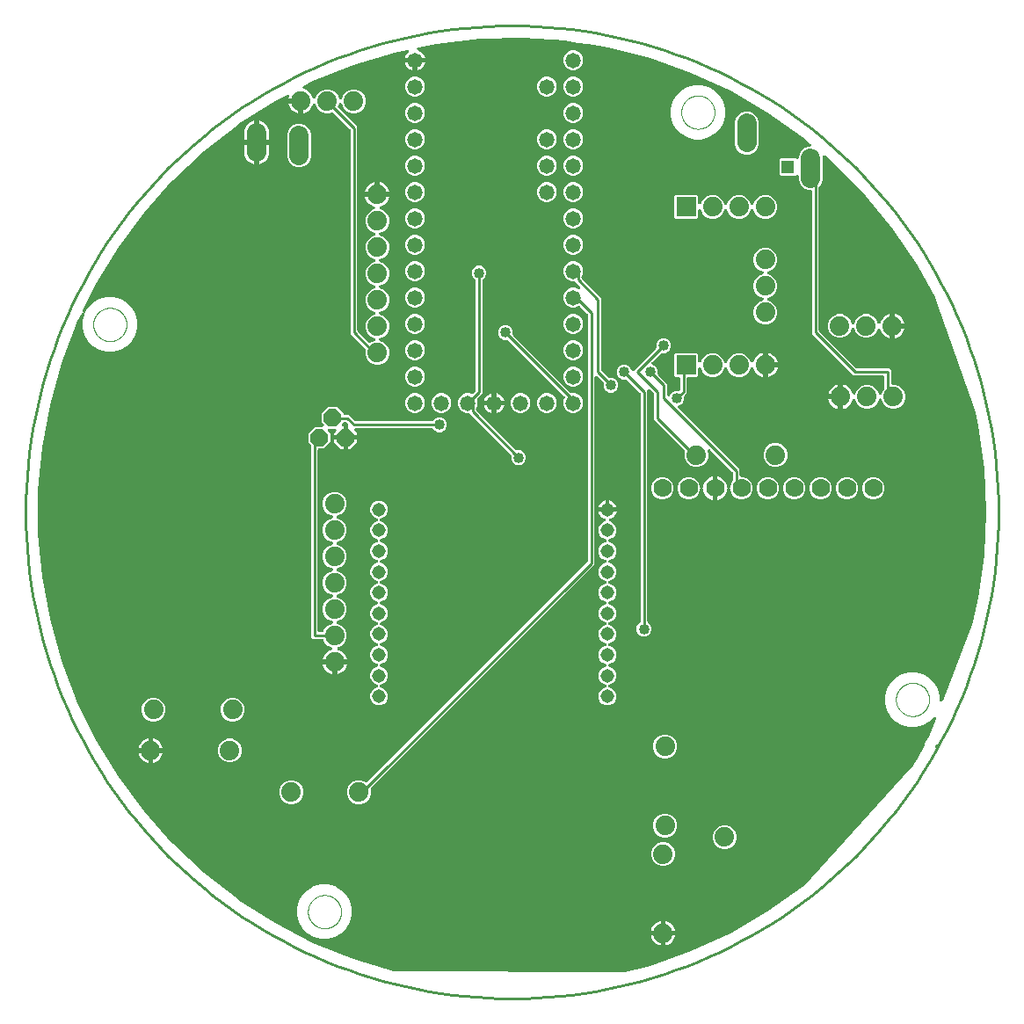
<source format=gbl>
G04 EAGLE Gerber X2 export*
G75*
%MOMM*%
%FSLAX34Y34*%
%LPD*%
%AMOC8*
5,1,8,0,0,1.08239X$1,22.5*%
G01*
%ADD10C,0.254000*%
%ADD11C,0.406400*%
%ADD12C,0.000000*%
%ADD13C,1.778000*%
%ADD14C,1.473200*%
%ADD15C,1.308000*%
%ADD16C,1.879600*%
%ADD17R,1.879600X1.879600*%
%ADD18C,1.879600*%
%ADD19P,1.814519X8X22.500000*%
%ADD20C,1.016000*%
%ADD21R,1.275000X1.275000*%

G36*
X108048Y-445082D02*
X108048Y-445082D01*
X108120Y-445084D01*
X108279Y-445057D01*
X108323Y-445052D01*
X108337Y-445047D01*
X108361Y-445043D01*
X133218Y-438685D01*
X133262Y-438668D01*
X133351Y-438644D01*
X172419Y-424759D01*
X172461Y-424739D01*
X172548Y-424707D01*
X210192Y-407327D01*
X210232Y-407303D01*
X210315Y-407263D01*
X246223Y-386532D01*
X246260Y-386504D01*
X246340Y-386457D01*
X280192Y-362561D01*
X280225Y-362532D01*
X280262Y-362508D01*
X280280Y-362492D01*
X280286Y-362488D01*
X280303Y-362471D01*
X280441Y-362341D01*
X384314Y-248121D01*
X384334Y-248093D01*
X384401Y-248009D01*
X384416Y-247994D01*
X384423Y-247981D01*
X384452Y-247946D01*
X390441Y-239037D01*
X390462Y-238996D01*
X390513Y-238919D01*
X397321Y-226481D01*
X397341Y-226433D01*
X397367Y-226389D01*
X397406Y-226272D01*
X397453Y-226158D01*
X397461Y-226107D01*
X397477Y-226058D01*
X397479Y-226040D01*
X397480Y-226038D01*
X397481Y-226025D01*
X397507Y-225816D01*
X397559Y-224625D01*
X399716Y-219999D01*
X401195Y-218644D01*
X401231Y-218602D01*
X401273Y-218566D01*
X401345Y-218471D01*
X401423Y-218380D01*
X401449Y-218331D01*
X401482Y-218287D01*
X401580Y-218084D01*
X401586Y-218072D01*
X401586Y-218070D01*
X401588Y-218067D01*
X408190Y-200873D01*
X408198Y-200844D01*
X408211Y-200816D01*
X408241Y-200675D01*
X408277Y-200535D01*
X408278Y-200505D01*
X408284Y-200475D01*
X408282Y-200331D01*
X408285Y-200187D01*
X408279Y-200157D01*
X408278Y-200127D01*
X408243Y-199987D01*
X408213Y-199846D01*
X408201Y-199818D01*
X408193Y-199789D01*
X408127Y-199660D01*
X408066Y-199530D01*
X408048Y-199506D01*
X408034Y-199479D01*
X407940Y-199369D01*
X407851Y-199256D01*
X407828Y-199237D01*
X407808Y-199214D01*
X407692Y-199128D01*
X407579Y-199038D01*
X407552Y-199024D01*
X407527Y-199006D01*
X407395Y-198949D01*
X407265Y-198887D01*
X407235Y-198880D01*
X407207Y-198868D01*
X407066Y-198843D01*
X406925Y-198812D01*
X406895Y-198812D01*
X406864Y-198807D01*
X406720Y-198814D01*
X406576Y-198816D01*
X406547Y-198823D01*
X406516Y-198825D01*
X406378Y-198864D01*
X406238Y-198899D01*
X406211Y-198913D01*
X406182Y-198921D01*
X406056Y-198991D01*
X405927Y-199057D01*
X405904Y-199076D01*
X405877Y-199091D01*
X405691Y-199250D01*
X401889Y-203052D01*
X395924Y-206496D01*
X389270Y-208279D01*
X382382Y-208279D01*
X375728Y-206496D01*
X369763Y-203052D01*
X364892Y-198181D01*
X361448Y-192216D01*
X359665Y-185562D01*
X359665Y-178674D01*
X361448Y-172020D01*
X364892Y-166055D01*
X369763Y-161184D01*
X375728Y-157740D01*
X382382Y-155957D01*
X389270Y-155957D01*
X395924Y-157740D01*
X401889Y-161184D01*
X406760Y-166055D01*
X410204Y-172020D01*
X411987Y-178674D01*
X411987Y-182770D01*
X411995Y-182840D01*
X411993Y-182910D01*
X412015Y-183012D01*
X412027Y-183116D01*
X412050Y-183182D01*
X412065Y-183251D01*
X412109Y-183346D01*
X412144Y-183444D01*
X412182Y-183503D01*
X412212Y-183567D01*
X412276Y-183649D01*
X412333Y-183737D01*
X412384Y-183786D01*
X412427Y-183841D01*
X412508Y-183906D01*
X412584Y-183979D01*
X412644Y-184015D01*
X412699Y-184059D01*
X412793Y-184104D01*
X412883Y-184158D01*
X412950Y-184179D01*
X413013Y-184210D01*
X413115Y-184232D01*
X413215Y-184264D01*
X413285Y-184270D01*
X413353Y-184285D01*
X413458Y-184284D01*
X413562Y-184292D01*
X413632Y-184282D01*
X413702Y-184281D01*
X413803Y-184256D01*
X413907Y-184241D01*
X413972Y-184215D01*
X414040Y-184198D01*
X414134Y-184150D01*
X414231Y-184112D01*
X414288Y-184072D01*
X414351Y-184040D01*
X414431Y-183972D01*
X414517Y-183913D01*
X414564Y-183861D01*
X414618Y-183816D01*
X414680Y-183732D01*
X414750Y-183654D01*
X414784Y-183593D01*
X414826Y-183536D01*
X414898Y-183387D01*
X414919Y-183349D01*
X414923Y-183335D01*
X414932Y-183316D01*
X444089Y-107385D01*
X444099Y-107345D01*
X444151Y-107182D01*
X449437Y-84364D01*
X449443Y-84318D01*
X449463Y-84227D01*
X455108Y-43151D01*
X455109Y-43105D01*
X455121Y-43013D01*
X457008Y-1593D01*
X457005Y-1547D01*
X457008Y-1455D01*
X455121Y39965D01*
X455114Y40011D01*
X455108Y40103D01*
X449463Y81179D01*
X449451Y81225D01*
X449437Y81316D01*
X446356Y94616D01*
X446339Y94663D01*
X446309Y94779D01*
X407456Y204877D01*
X407455Y204878D01*
X407355Y205101D01*
X390513Y235871D01*
X390486Y235909D01*
X390441Y235989D01*
X367307Y270399D01*
X367277Y270434D01*
X367225Y270510D01*
X341058Y302673D01*
X341025Y302705D01*
X340966Y302776D01*
X311983Y332427D01*
X311947Y332456D01*
X311882Y332521D01*
X301488Y341378D01*
X301455Y341400D01*
X301427Y341428D01*
X301311Y341497D01*
X301199Y341572D01*
X301162Y341586D01*
X301128Y341606D01*
X300999Y341647D01*
X300873Y341695D01*
X300834Y341700D01*
X300796Y341713D01*
X300661Y341723D01*
X300528Y341741D01*
X300488Y341737D01*
X300448Y341741D01*
X300315Y341721D01*
X300181Y341708D01*
X300143Y341695D01*
X300104Y341689D01*
X299978Y341639D01*
X299851Y341596D01*
X299817Y341575D01*
X299780Y341560D01*
X299669Y341483D01*
X299555Y341412D01*
X299526Y341384D01*
X299494Y341361D01*
X299403Y341261D01*
X299308Y341166D01*
X299287Y341132D01*
X299260Y341102D01*
X299195Y340985D01*
X299124Y340870D01*
X299111Y340832D01*
X299092Y340797D01*
X299055Y340667D01*
X299012Y340540D01*
X299008Y340500D01*
X298997Y340462D01*
X298977Y340218D01*
X298977Y317848D01*
X297234Y313640D01*
X295867Y312273D01*
X295788Y312174D01*
X295704Y312080D01*
X295680Y312038D01*
X295650Y312000D01*
X295596Y311886D01*
X295535Y311775D01*
X295522Y311729D01*
X295501Y311685D01*
X295475Y311562D01*
X295440Y311440D01*
X295435Y311379D01*
X295428Y311344D01*
X295429Y311296D01*
X295421Y311196D01*
X295421Y173456D01*
X295435Y173331D01*
X295442Y173205D01*
X295455Y173158D01*
X295461Y173110D01*
X295503Y172991D01*
X295538Y172870D01*
X295562Y172828D01*
X295578Y172782D01*
X295647Y172676D01*
X295708Y172566D01*
X295748Y172519D01*
X295767Y172489D01*
X295802Y172456D01*
X295867Y172379D01*
X331129Y137117D01*
X331228Y137038D01*
X331322Y136954D01*
X331365Y136930D01*
X331402Y136900D01*
X331517Y136846D01*
X331627Y136785D01*
X331674Y136772D01*
X331717Y136751D01*
X331841Y136725D01*
X331963Y136690D01*
X332023Y136685D01*
X332058Y136678D01*
X332106Y136679D01*
X332206Y136671D01*
X363326Y136671D01*
X365271Y134726D01*
X365271Y122390D01*
X365274Y122364D01*
X365272Y122338D01*
X365294Y122191D01*
X365311Y122044D01*
X365319Y122019D01*
X365323Y121993D01*
X365378Y121855D01*
X365428Y121716D01*
X365442Y121694D01*
X365452Y121669D01*
X365537Y121548D01*
X365617Y121423D01*
X365636Y121405D01*
X365651Y121383D01*
X365761Y121284D01*
X365868Y121181D01*
X365890Y121167D01*
X365910Y121150D01*
X366040Y121078D01*
X366167Y121002D01*
X366192Y120994D01*
X366215Y120981D01*
X366358Y120941D01*
X366499Y120896D01*
X366525Y120894D01*
X366550Y120887D01*
X366794Y120867D01*
X369539Y120867D01*
X373747Y119124D01*
X376967Y115903D01*
X378710Y111695D01*
X378710Y107141D01*
X376967Y102933D01*
X373747Y99712D01*
X369539Y97969D01*
X364984Y97969D01*
X360776Y99712D01*
X357556Y102933D01*
X355969Y106764D01*
X355920Y106852D01*
X355880Y106944D01*
X355836Y107004D01*
X355800Y107069D01*
X355732Y107143D01*
X355672Y107224D01*
X355615Y107272D01*
X355565Y107327D01*
X355483Y107384D01*
X355406Y107449D01*
X355340Y107483D01*
X355279Y107525D01*
X355185Y107562D01*
X355096Y107608D01*
X355024Y107626D01*
X354955Y107653D01*
X354855Y107668D01*
X354758Y107692D01*
X354683Y107693D01*
X354610Y107704D01*
X354510Y107695D01*
X354409Y107697D01*
X354337Y107681D01*
X354262Y107675D01*
X354167Y107644D01*
X354069Y107623D01*
X354002Y107591D01*
X353931Y107568D01*
X353845Y107516D01*
X353754Y107473D01*
X353696Y107426D01*
X353632Y107388D01*
X353560Y107318D01*
X353482Y107255D01*
X353436Y107197D01*
X353382Y107145D01*
X353328Y107061D01*
X353266Y106982D01*
X353220Y106893D01*
X353194Y106852D01*
X353182Y106818D01*
X353154Y106764D01*
X351567Y102933D01*
X348347Y99712D01*
X344139Y97969D01*
X339584Y97969D01*
X335376Y99712D01*
X332156Y102933D01*
X330795Y106219D01*
X330717Y106358D01*
X330642Y106500D01*
X330632Y106511D01*
X330625Y106524D01*
X330519Y106641D01*
X330413Y106762D01*
X330401Y106771D01*
X330391Y106782D01*
X330260Y106872D01*
X330130Y106966D01*
X330117Y106972D01*
X330105Y106980D01*
X329956Y107038D01*
X329808Y107100D01*
X329794Y107102D01*
X329780Y107108D01*
X329622Y107131D01*
X329465Y107157D01*
X329450Y107156D01*
X329436Y107158D01*
X329276Y107145D01*
X329117Y107135D01*
X329103Y107131D01*
X329088Y107130D01*
X328936Y107081D01*
X328783Y107034D01*
X328771Y107027D01*
X328757Y107022D01*
X328620Y106940D01*
X328481Y106860D01*
X328470Y106850D01*
X328458Y106843D01*
X328344Y106732D01*
X328227Y106622D01*
X328219Y106610D01*
X328208Y106600D01*
X328122Y106465D01*
X328033Y106332D01*
X328026Y106317D01*
X328020Y106307D01*
X328007Y106270D01*
X327939Y106107D01*
X327526Y104835D01*
X326672Y103161D01*
X325568Y101641D01*
X324239Y100312D01*
X322719Y99207D01*
X321044Y98354D01*
X319257Y97773D01*
X319001Y97733D01*
X319001Y108402D01*
X318998Y108428D01*
X319000Y108454D01*
X318978Y108601D01*
X318961Y108748D01*
X318952Y108773D01*
X318948Y108799D01*
X318894Y108937D01*
X318844Y109076D01*
X318829Y109098D01*
X318820Y109123D01*
X318735Y109244D01*
X318655Y109369D01*
X318636Y109387D01*
X318621Y109409D01*
X318605Y109423D01*
X318687Y109508D01*
X318700Y109531D01*
X318718Y109550D01*
X318790Y109680D01*
X318866Y109807D01*
X318874Y109832D01*
X318887Y109855D01*
X318927Y109998D01*
X318972Y110139D01*
X318974Y110165D01*
X318981Y110191D01*
X319001Y110434D01*
X319001Y121104D01*
X319257Y121063D01*
X321044Y120482D01*
X322719Y119629D01*
X324239Y118525D01*
X325568Y117196D01*
X326672Y115676D01*
X327526Y114001D01*
X327939Y112730D01*
X328005Y112585D01*
X328069Y112438D01*
X328078Y112426D01*
X328084Y112413D01*
X328181Y112286D01*
X328277Y112158D01*
X328288Y112148D01*
X328297Y112137D01*
X328421Y112036D01*
X328543Y111933D01*
X328556Y111926D01*
X328567Y111917D01*
X328712Y111846D01*
X328853Y111774D01*
X328867Y111770D01*
X328880Y111764D01*
X329037Y111728D01*
X329191Y111690D01*
X329206Y111690D01*
X329220Y111686D01*
X329380Y111687D01*
X329540Y111685D01*
X329554Y111688D01*
X329569Y111688D01*
X329724Y111725D01*
X329880Y111759D01*
X329893Y111765D01*
X329908Y111769D01*
X330051Y111840D01*
X330195Y111909D01*
X330206Y111918D01*
X330219Y111924D01*
X330343Y112026D01*
X330467Y112126D01*
X330476Y112137D01*
X330488Y112147D01*
X330584Y112274D01*
X330683Y112400D01*
X330691Y112415D01*
X330698Y112424D01*
X330714Y112459D01*
X330795Y112617D01*
X332156Y115903D01*
X335376Y119124D01*
X339584Y120867D01*
X344139Y120867D01*
X348347Y119124D01*
X351567Y115903D01*
X353154Y112072D01*
X353203Y111984D01*
X353243Y111892D01*
X353288Y111833D01*
X353324Y111768D01*
X353391Y111693D01*
X353451Y111613D01*
X353508Y111564D01*
X353558Y111509D01*
X353640Y111452D01*
X353717Y111387D01*
X353783Y111354D01*
X353844Y111311D01*
X353938Y111274D01*
X354027Y111229D01*
X354099Y111211D01*
X354169Y111183D01*
X354268Y111169D01*
X354365Y111144D01*
X354440Y111143D01*
X354513Y111133D01*
X354614Y111141D01*
X354714Y111139D01*
X354787Y111155D01*
X354861Y111161D01*
X354956Y111192D01*
X355054Y111214D01*
X355122Y111246D01*
X355192Y111269D01*
X355279Y111320D01*
X355369Y111363D01*
X355427Y111410D01*
X355491Y111448D01*
X355563Y111518D01*
X355642Y111581D01*
X355688Y111639D01*
X355741Y111691D01*
X355795Y111775D01*
X355858Y111854D01*
X355903Y111944D01*
X355929Y111984D01*
X355941Y112018D01*
X355969Y112072D01*
X357556Y115903D01*
X358183Y116531D01*
X358262Y116630D01*
X358346Y116723D01*
X358370Y116766D01*
X358400Y116804D01*
X358454Y116918D01*
X358515Y117028D01*
X358528Y117075D01*
X358549Y117119D01*
X358575Y117242D01*
X358610Y117364D01*
X358615Y117425D01*
X358622Y117459D01*
X358621Y117507D01*
X358629Y117608D01*
X358629Y128506D01*
X358626Y128532D01*
X358628Y128558D01*
X358606Y128705D01*
X358589Y128852D01*
X358581Y128877D01*
X358577Y128903D01*
X358522Y129041D01*
X358472Y129180D01*
X358458Y129202D01*
X358448Y129227D01*
X358363Y129348D01*
X358283Y129473D01*
X358264Y129491D01*
X358249Y129513D01*
X358139Y129612D01*
X358032Y129715D01*
X358010Y129729D01*
X357990Y129746D01*
X357860Y129818D01*
X357733Y129894D01*
X357708Y129902D01*
X357685Y129915D01*
X357542Y129955D01*
X357401Y130000D01*
X357375Y130002D01*
X357350Y130010D01*
X357106Y130029D01*
X328824Y130029D01*
X288779Y170074D01*
X288779Y307154D01*
X288776Y307180D01*
X288778Y307206D01*
X288756Y307353D01*
X288739Y307500D01*
X288731Y307524D01*
X288727Y307550D01*
X288672Y307688D01*
X288622Y307828D01*
X288608Y307850D01*
X288598Y307874D01*
X288513Y307996D01*
X288433Y308121D01*
X288414Y308139D01*
X288399Y308160D01*
X288289Y308260D01*
X288182Y308363D01*
X288160Y308376D01*
X288140Y308394D01*
X288010Y308466D01*
X287883Y308542D01*
X287858Y308550D01*
X287835Y308562D01*
X287692Y308603D01*
X287551Y308648D01*
X287525Y308650D01*
X287500Y308657D01*
X287256Y308677D01*
X285251Y308677D01*
X281043Y310420D01*
X277823Y313640D01*
X276080Y317848D01*
X276080Y321939D01*
X276068Y322039D01*
X276067Y322139D01*
X276048Y322211D01*
X276040Y322285D01*
X276006Y322380D01*
X275982Y322477D01*
X275947Y322543D01*
X275922Y322613D01*
X275868Y322698D01*
X275822Y322787D01*
X275774Y322844D01*
X275733Y322906D01*
X275661Y322976D01*
X275596Y323052D01*
X275536Y323097D01*
X275483Y323148D01*
X275396Y323200D01*
X275316Y323259D01*
X275247Y323289D01*
X275184Y323327D01*
X275088Y323358D01*
X274996Y323398D01*
X274922Y323411D01*
X274852Y323433D01*
X274752Y323441D01*
X274653Y323459D01*
X274578Y323455D01*
X274504Y323461D01*
X274405Y323446D01*
X274305Y323441D01*
X274233Y323421D01*
X274160Y323410D01*
X274066Y323372D01*
X273970Y323345D01*
X273905Y323308D01*
X273836Y323281D01*
X273753Y323224D01*
X273666Y323175D01*
X273589Y323109D01*
X273550Y323082D01*
X273526Y323056D01*
X273479Y323016D01*
X273051Y322588D01*
X258602Y322588D01*
X257401Y323789D01*
X257401Y338238D01*
X258602Y339439D01*
X273051Y339439D01*
X273479Y339011D01*
X273558Y338949D01*
X273630Y338879D01*
X273694Y338841D01*
X273752Y338794D01*
X273843Y338751D01*
X273929Y338700D01*
X274000Y338677D01*
X274067Y338646D01*
X274166Y338624D01*
X274261Y338594D01*
X274336Y338588D01*
X274408Y338572D01*
X274509Y338574D01*
X274609Y338566D01*
X274682Y338577D01*
X274757Y338578D01*
X274854Y338603D01*
X274953Y338618D01*
X275023Y338645D01*
X275095Y338663D01*
X275184Y338709D01*
X275277Y338746D01*
X275338Y338789D01*
X275404Y338823D01*
X275481Y338888D01*
X275563Y338945D01*
X275613Y339000D01*
X275670Y339049D01*
X275730Y339129D01*
X275797Y339204D01*
X275833Y339269D01*
X275877Y339329D01*
X275917Y339421D01*
X275965Y339509D01*
X275986Y339581D01*
X276015Y339649D01*
X276033Y339748D01*
X276060Y339844D01*
X276068Y339944D01*
X276077Y339992D01*
X276075Y340028D01*
X276080Y340088D01*
X276080Y341199D01*
X277823Y345407D01*
X281043Y348627D01*
X285251Y350370D01*
X286799Y350370D01*
X286959Y350389D01*
X287119Y350404D01*
X287131Y350409D01*
X287145Y350410D01*
X287297Y350465D01*
X287449Y350516D01*
X287460Y350523D01*
X287473Y350528D01*
X287608Y350615D01*
X287745Y350700D01*
X287755Y350709D01*
X287766Y350717D01*
X287878Y350832D01*
X287991Y350946D01*
X287999Y350957D01*
X288008Y350967D01*
X288091Y351105D01*
X288176Y351242D01*
X288180Y351255D01*
X288187Y351266D01*
X288236Y351419D01*
X288288Y351572D01*
X288289Y351585D01*
X288293Y351598D01*
X288306Y351758D01*
X288322Y351919D01*
X288320Y351932D01*
X288321Y351946D01*
X288297Y352105D01*
X288276Y352264D01*
X288272Y352277D01*
X288269Y352290D01*
X288210Y352439D01*
X288153Y352590D01*
X288146Y352602D01*
X288141Y352614D01*
X288049Y352746D01*
X287960Y352880D01*
X287948Y352891D01*
X287942Y352900D01*
X287914Y352925D01*
X287787Y353053D01*
X280323Y359413D01*
X280284Y359439D01*
X280213Y359498D01*
X246339Y383409D01*
X246299Y383431D01*
X246223Y383484D01*
X210315Y404215D01*
X210272Y404233D01*
X210192Y404279D01*
X172548Y421659D01*
X172504Y421673D01*
X172419Y421711D01*
X133351Y435596D01*
X133306Y435607D01*
X133218Y435637D01*
X93049Y445911D01*
X93003Y445918D01*
X92913Y445940D01*
X92591Y445991D01*
X83114Y447515D01*
X83113Y447515D01*
X73636Y449038D01*
X73635Y449038D01*
X64158Y450561D01*
X54680Y452084D01*
X51976Y452519D01*
X51929Y452521D01*
X51838Y452535D01*
X10472Y455364D01*
X10426Y455362D01*
X10334Y455367D01*
X-31118Y454424D01*
X-31164Y454417D01*
X-31257Y454414D01*
X-72451Y449705D01*
X-72496Y449694D01*
X-72588Y449683D01*
X-90386Y445984D01*
X-90508Y445944D01*
X-90632Y445911D01*
X-90673Y445889D01*
X-90717Y445875D01*
X-90826Y445808D01*
X-90940Y445747D01*
X-90975Y445717D01*
X-91014Y445693D01*
X-91106Y445603D01*
X-91203Y445518D01*
X-91230Y445481D01*
X-91263Y445448D01*
X-91331Y445340D01*
X-91406Y445235D01*
X-91424Y445193D01*
X-91449Y445154D01*
X-91491Y445032D01*
X-91540Y444914D01*
X-91548Y444868D01*
X-91563Y444824D01*
X-91576Y444697D01*
X-91597Y444570D01*
X-91595Y444524D01*
X-91599Y444478D01*
X-91583Y444350D01*
X-91575Y444222D01*
X-91562Y444178D01*
X-91556Y444132D01*
X-91512Y444011D01*
X-91474Y443888D01*
X-91451Y443848D01*
X-91435Y443805D01*
X-91365Y443698D01*
X-91300Y443586D01*
X-91269Y443553D01*
X-91243Y443514D01*
X-91150Y443426D01*
X-91062Y443332D01*
X-91024Y443306D01*
X-90990Y443274D01*
X-90946Y443248D01*
X-90945Y443247D01*
X-90935Y443242D01*
X-90880Y443210D01*
X-90773Y443138D01*
X-90719Y443116D01*
X-90690Y443099D01*
X-90657Y443088D01*
X-90640Y443079D01*
X-90611Y443071D01*
X-90547Y443044D01*
X-89669Y442759D01*
X-88280Y442051D01*
X-87018Y441134D01*
X-85916Y440032D01*
X-84999Y438770D01*
X-84291Y437381D01*
X-83839Y435990D01*
X-92583Y435990D01*
X-92609Y435987D01*
X-92635Y435989D01*
X-92782Y435967D01*
X-92929Y435950D01*
X-92954Y435942D01*
X-92980Y435938D01*
X-93117Y435883D01*
X-93257Y435833D01*
X-93279Y435819D01*
X-93304Y435809D01*
X-93425Y435724D01*
X-93466Y435698D01*
X-93477Y435707D01*
X-93607Y435779D01*
X-93734Y435855D01*
X-93759Y435863D01*
X-93782Y435876D01*
X-93925Y435916D01*
X-94066Y435961D01*
X-94092Y435963D01*
X-94117Y435971D01*
X-94361Y435990D01*
X-103105Y435990D01*
X-102653Y437381D01*
X-101945Y438770D01*
X-101028Y440032D01*
X-99912Y441148D01*
X-99861Y441212D01*
X-99803Y441270D01*
X-99753Y441348D01*
X-99696Y441421D01*
X-99661Y441495D01*
X-99617Y441564D01*
X-99587Y441652D01*
X-99547Y441736D01*
X-99530Y441816D01*
X-99503Y441893D01*
X-99493Y441986D01*
X-99473Y442077D01*
X-99475Y442158D01*
X-99466Y442240D01*
X-99478Y442332D01*
X-99479Y442425D01*
X-99499Y442504D01*
X-99509Y442586D01*
X-99542Y442673D01*
X-99564Y442763D01*
X-99602Y442836D01*
X-99630Y442913D01*
X-99682Y442991D01*
X-99724Y443073D01*
X-99777Y443135D01*
X-99822Y443204D01*
X-99890Y443268D01*
X-99950Y443338D01*
X-100016Y443387D01*
X-100075Y443443D01*
X-100155Y443490D01*
X-100230Y443546D01*
X-100305Y443578D01*
X-100376Y443619D01*
X-100465Y443647D01*
X-100550Y443684D01*
X-100631Y443698D01*
X-100709Y443722D01*
X-100802Y443729D01*
X-100893Y443745D01*
X-100975Y443741D01*
X-101057Y443747D01*
X-101192Y443730D01*
X-101241Y443727D01*
X-101264Y443721D01*
X-101299Y443716D01*
X-113183Y441247D01*
X-113227Y441232D01*
X-113317Y441213D01*
X-152977Y429120D01*
X-153020Y429102D01*
X-153108Y429074D01*
X-191504Y413425D01*
X-191545Y413403D01*
X-191630Y413367D01*
X-200788Y408621D01*
X-200867Y408568D01*
X-200951Y408524D01*
X-201012Y408471D01*
X-201077Y408427D01*
X-201142Y408357D01*
X-201214Y408294D01*
X-201260Y408230D01*
X-201315Y408171D01*
X-201362Y408089D01*
X-201418Y408011D01*
X-201448Y407938D01*
X-201488Y407869D01*
X-201515Y407778D01*
X-201552Y407690D01*
X-201565Y407611D01*
X-201587Y407535D01*
X-201593Y407440D01*
X-201609Y407346D01*
X-201604Y407267D01*
X-201609Y407187D01*
X-201593Y407093D01*
X-201587Y406998D01*
X-201563Y406922D01*
X-201550Y406843D01*
X-201513Y406756D01*
X-201486Y406665D01*
X-201446Y406595D01*
X-201415Y406522D01*
X-201359Y406445D01*
X-201312Y406363D01*
X-201258Y406305D01*
X-201211Y406240D01*
X-201139Y406178D01*
X-201074Y406108D01*
X-201007Y406064D01*
X-200947Y406012D01*
X-200863Y405967D01*
X-200784Y405914D01*
X-200683Y405872D01*
X-200639Y405849D01*
X-200608Y405841D01*
X-200558Y405820D01*
X-198871Y405272D01*
X-197197Y404419D01*
X-195676Y403314D01*
X-194348Y401986D01*
X-193243Y400465D01*
X-192390Y398791D01*
X-191977Y397519D01*
X-191911Y397375D01*
X-191847Y397227D01*
X-191838Y397216D01*
X-191832Y397203D01*
X-191734Y397076D01*
X-191639Y396948D01*
X-191628Y396938D01*
X-191619Y396927D01*
X-191495Y396826D01*
X-191373Y396723D01*
X-191360Y396716D01*
X-191349Y396707D01*
X-191204Y396636D01*
X-191062Y396564D01*
X-191048Y396560D01*
X-191035Y396554D01*
X-190878Y396518D01*
X-190724Y396480D01*
X-190710Y396479D01*
X-190696Y396476D01*
X-190536Y396477D01*
X-190376Y396475D01*
X-190361Y396478D01*
X-190347Y396478D01*
X-190192Y396515D01*
X-190035Y396549D01*
X-190022Y396555D01*
X-190008Y396558D01*
X-189865Y396630D01*
X-189721Y396699D01*
X-189709Y396708D01*
X-189696Y396714D01*
X-189573Y396816D01*
X-189448Y396916D01*
X-189439Y396927D01*
X-189428Y396937D01*
X-189331Y397064D01*
X-189232Y397190D01*
X-189224Y397205D01*
X-189217Y397214D01*
X-189202Y397249D01*
X-189121Y397407D01*
X-187760Y400693D01*
X-184539Y403914D01*
X-180331Y405657D01*
X-175777Y405657D01*
X-171569Y403914D01*
X-168348Y400693D01*
X-166761Y396862D01*
X-166713Y396774D01*
X-166673Y396682D01*
X-166628Y396622D01*
X-166592Y396557D01*
X-166525Y396483D01*
X-166465Y396402D01*
X-166408Y396354D01*
X-166358Y396299D01*
X-166275Y396242D01*
X-166199Y396177D01*
X-166132Y396143D01*
X-166071Y396101D01*
X-165978Y396064D01*
X-165888Y396018D01*
X-165816Y396001D01*
X-165747Y395973D01*
X-165648Y395959D01*
X-165550Y395934D01*
X-165476Y395933D01*
X-165402Y395922D01*
X-165302Y395931D01*
X-165202Y395929D01*
X-165129Y395945D01*
X-165055Y395951D01*
X-164959Y395982D01*
X-164861Y396004D01*
X-164794Y396036D01*
X-164723Y396058D01*
X-164637Y396110D01*
X-164546Y396153D01*
X-164488Y396200D01*
X-164425Y396238D01*
X-164352Y396308D01*
X-164274Y396371D01*
X-164228Y396429D01*
X-164175Y396481D01*
X-164120Y396565D01*
X-164058Y396644D01*
X-164012Y396734D01*
X-163986Y396774D01*
X-163974Y396808D01*
X-163947Y396862D01*
X-162360Y400693D01*
X-159139Y403914D01*
X-154931Y405657D01*
X-150377Y405657D01*
X-146169Y403914D01*
X-142948Y400693D01*
X-141205Y396485D01*
X-141205Y391931D01*
X-142948Y387723D01*
X-146169Y384502D01*
X-150377Y382759D01*
X-154931Y382759D01*
X-159139Y384502D01*
X-162360Y387723D01*
X-163947Y391554D01*
X-163995Y391642D01*
X-164036Y391734D01*
X-164080Y391794D01*
X-164116Y391859D01*
X-164183Y391933D01*
X-164243Y392014D01*
X-164300Y392062D01*
X-164350Y392117D01*
X-164433Y392174D01*
X-164509Y392239D01*
X-164576Y392273D01*
X-164637Y392315D01*
X-164730Y392352D01*
X-164820Y392398D01*
X-164892Y392416D01*
X-164961Y392443D01*
X-165060Y392457D01*
X-165158Y392482D01*
X-165232Y392483D01*
X-165306Y392494D01*
X-165406Y392485D01*
X-165506Y392487D01*
X-165579Y392471D01*
X-165653Y392465D01*
X-165749Y392434D01*
X-165847Y392412D01*
X-165914Y392380D01*
X-165985Y392358D01*
X-166071Y392306D01*
X-166162Y392263D01*
X-166220Y392216D01*
X-166283Y392178D01*
X-166355Y392108D01*
X-166434Y392045D01*
X-166480Y391987D01*
X-166533Y391935D01*
X-166588Y391851D01*
X-166650Y391772D01*
X-166696Y391682D01*
X-166722Y391642D01*
X-166734Y391608D01*
X-166761Y391554D01*
X-167601Y389527D01*
X-167622Y389453D01*
X-167652Y389383D01*
X-167670Y389287D01*
X-167697Y389192D01*
X-167700Y389116D01*
X-167714Y389040D01*
X-167709Y388942D01*
X-167714Y388844D01*
X-167700Y388769D01*
X-167696Y388692D01*
X-167669Y388598D01*
X-167651Y388501D01*
X-167621Y388431D01*
X-167599Y388357D01*
X-167551Y388272D01*
X-167512Y388181D01*
X-167467Y388120D01*
X-167429Y388053D01*
X-167332Y387939D01*
X-167304Y387902D01*
X-167290Y387889D01*
X-167271Y387867D01*
X-151471Y372067D01*
X-149079Y369676D01*
X-149079Y173456D01*
X-149065Y173331D01*
X-149058Y173205D01*
X-149045Y173158D01*
X-149039Y173110D01*
X-148997Y172991D01*
X-148962Y172870D01*
X-148938Y172828D01*
X-148922Y172782D01*
X-148853Y172676D01*
X-148792Y172566D01*
X-148752Y172519D01*
X-148733Y172489D01*
X-148698Y172456D01*
X-148633Y172379D01*
X-138172Y161918D01*
X-138112Y161871D01*
X-138059Y161816D01*
X-137976Y161763D01*
X-137899Y161701D01*
X-137830Y161669D01*
X-137765Y161628D01*
X-137673Y161595D01*
X-137584Y161553D01*
X-137509Y161537D01*
X-137437Y161511D01*
X-137339Y161500D01*
X-137243Y161479D01*
X-137167Y161481D01*
X-137091Y161472D01*
X-136993Y161483D01*
X-136895Y161485D01*
X-136821Y161504D01*
X-136745Y161513D01*
X-136602Y161559D01*
X-136557Y161570D01*
X-136540Y161579D01*
X-136512Y161588D01*
X-132448Y163271D01*
X-132360Y163320D01*
X-132268Y163360D01*
X-132208Y163405D01*
X-132143Y163441D01*
X-132069Y163508D01*
X-131988Y163568D01*
X-131940Y163625D01*
X-131885Y163675D01*
X-131828Y163757D01*
X-131763Y163834D01*
X-131729Y163900D01*
X-131687Y163961D01*
X-131650Y164055D01*
X-131604Y164144D01*
X-131586Y164216D01*
X-131559Y164286D01*
X-131544Y164385D01*
X-131520Y164483D01*
X-131519Y164557D01*
X-131508Y164630D01*
X-131516Y164731D01*
X-131515Y164831D01*
X-131531Y164904D01*
X-131537Y164978D01*
X-131568Y165073D01*
X-131589Y165171D01*
X-131621Y165239D01*
X-131644Y165309D01*
X-131696Y165396D01*
X-131739Y165486D01*
X-131785Y165544D01*
X-131824Y165608D01*
X-131894Y165680D01*
X-131956Y165759D01*
X-132015Y165805D01*
X-132067Y165858D01*
X-132151Y165912D01*
X-132230Y165975D01*
X-132319Y166020D01*
X-132360Y166046D01*
X-132394Y166058D01*
X-132448Y166086D01*
X-136279Y167673D01*
X-139499Y170893D01*
X-141242Y175101D01*
X-141242Y179656D01*
X-139499Y183864D01*
X-136279Y187084D01*
X-132448Y188671D01*
X-132360Y188720D01*
X-132268Y188760D01*
X-132208Y188805D01*
X-132143Y188841D01*
X-132069Y188908D01*
X-131988Y188968D01*
X-131940Y189025D01*
X-131885Y189075D01*
X-131828Y189157D01*
X-131763Y189234D01*
X-131729Y189300D01*
X-131687Y189361D01*
X-131650Y189455D01*
X-131604Y189544D01*
X-131586Y189616D01*
X-131559Y189686D01*
X-131544Y189785D01*
X-131520Y189883D01*
X-131519Y189957D01*
X-131508Y190030D01*
X-131516Y190131D01*
X-131515Y190231D01*
X-131531Y190304D01*
X-131537Y190378D01*
X-131568Y190473D01*
X-131589Y190571D01*
X-131621Y190639D01*
X-131644Y190709D01*
X-131696Y190796D01*
X-131739Y190886D01*
X-131785Y190944D01*
X-131824Y191008D01*
X-131894Y191080D01*
X-131956Y191159D01*
X-132015Y191205D01*
X-132067Y191258D01*
X-132151Y191312D01*
X-132230Y191375D01*
X-132319Y191420D01*
X-132360Y191446D01*
X-132394Y191458D01*
X-132448Y191486D01*
X-136279Y193073D01*
X-139499Y196293D01*
X-141242Y200501D01*
X-141242Y205056D01*
X-139499Y209264D01*
X-136279Y212484D01*
X-132448Y214071D01*
X-132360Y214120D01*
X-132268Y214160D01*
X-132208Y214205D01*
X-132143Y214241D01*
X-132069Y214308D01*
X-131988Y214368D01*
X-131940Y214425D01*
X-131885Y214475D01*
X-131828Y214557D01*
X-131763Y214634D01*
X-131729Y214700D01*
X-131687Y214761D01*
X-131650Y214855D01*
X-131604Y214944D01*
X-131586Y215016D01*
X-131559Y215086D01*
X-131544Y215185D01*
X-131520Y215283D01*
X-131519Y215357D01*
X-131508Y215430D01*
X-131516Y215531D01*
X-131515Y215631D01*
X-131531Y215704D01*
X-131537Y215778D01*
X-131568Y215873D01*
X-131589Y215971D01*
X-131621Y216039D01*
X-131644Y216109D01*
X-131696Y216196D01*
X-131739Y216286D01*
X-131785Y216344D01*
X-131824Y216408D01*
X-131894Y216480D01*
X-131956Y216559D01*
X-132015Y216605D01*
X-132067Y216658D01*
X-132151Y216712D01*
X-132230Y216775D01*
X-132319Y216820D01*
X-132360Y216846D01*
X-132394Y216858D01*
X-132448Y216886D01*
X-136279Y218473D01*
X-139499Y221693D01*
X-141242Y225901D01*
X-141242Y230456D01*
X-139499Y234664D01*
X-136279Y237884D01*
X-132448Y239471D01*
X-132360Y239520D01*
X-132268Y239560D01*
X-132208Y239605D01*
X-132143Y239641D01*
X-132069Y239708D01*
X-131988Y239768D01*
X-131940Y239825D01*
X-131885Y239875D01*
X-131828Y239957D01*
X-131763Y240034D01*
X-131729Y240100D01*
X-131687Y240161D01*
X-131650Y240255D01*
X-131604Y240344D01*
X-131586Y240416D01*
X-131559Y240486D01*
X-131544Y240585D01*
X-131520Y240683D01*
X-131519Y240757D01*
X-131508Y240830D01*
X-131516Y240931D01*
X-131515Y241031D01*
X-131531Y241104D01*
X-131537Y241178D01*
X-131568Y241273D01*
X-131589Y241371D01*
X-131621Y241439D01*
X-131644Y241509D01*
X-131696Y241596D01*
X-131739Y241686D01*
X-131785Y241744D01*
X-131824Y241808D01*
X-131894Y241880D01*
X-131956Y241959D01*
X-132015Y242005D01*
X-132067Y242058D01*
X-132151Y242112D01*
X-132230Y242175D01*
X-132319Y242220D01*
X-132360Y242246D01*
X-132394Y242258D01*
X-132448Y242286D01*
X-136279Y243873D01*
X-139499Y247093D01*
X-141242Y251301D01*
X-141242Y255856D01*
X-139499Y260064D01*
X-136279Y263284D01*
X-132448Y264871D01*
X-132411Y264892D01*
X-132383Y264902D01*
X-132344Y264927D01*
X-132268Y264960D01*
X-132208Y265005D01*
X-132143Y265041D01*
X-132069Y265108D01*
X-131988Y265168D01*
X-131940Y265225D01*
X-131885Y265275D01*
X-131828Y265357D01*
X-131763Y265434D01*
X-131729Y265500D01*
X-131687Y265561D01*
X-131650Y265655D01*
X-131604Y265744D01*
X-131586Y265816D01*
X-131559Y265886D01*
X-131544Y265985D01*
X-131520Y266083D01*
X-131519Y266157D01*
X-131508Y266230D01*
X-131516Y266331D01*
X-131515Y266431D01*
X-131531Y266504D01*
X-131537Y266578D01*
X-131568Y266673D01*
X-131589Y266771D01*
X-131621Y266839D01*
X-131644Y266909D01*
X-131696Y266996D01*
X-131739Y267086D01*
X-131785Y267144D01*
X-131824Y267208D01*
X-131894Y267280D01*
X-131956Y267359D01*
X-132015Y267405D01*
X-132067Y267458D01*
X-132151Y267512D01*
X-132230Y267575D01*
X-132319Y267620D01*
X-132360Y267646D01*
X-132394Y267658D01*
X-132448Y267686D01*
X-136279Y269273D01*
X-139499Y272493D01*
X-141242Y276701D01*
X-141242Y281256D01*
X-139499Y285464D01*
X-136279Y288684D01*
X-132993Y290045D01*
X-132853Y290123D01*
X-132712Y290198D01*
X-132701Y290208D01*
X-132688Y290215D01*
X-132570Y290322D01*
X-132449Y290427D01*
X-132441Y290439D01*
X-132430Y290449D01*
X-132340Y290580D01*
X-132246Y290710D01*
X-132240Y290724D01*
X-132232Y290736D01*
X-132173Y290884D01*
X-132112Y291032D01*
X-132110Y291046D01*
X-132104Y291060D01*
X-132081Y291218D01*
X-132055Y291376D01*
X-132056Y291390D01*
X-132053Y291405D01*
X-132067Y291564D01*
X-132077Y291724D01*
X-132081Y291737D01*
X-132082Y291752D01*
X-132131Y291904D01*
X-132178Y292057D01*
X-132185Y292070D01*
X-132189Y292084D01*
X-132272Y292220D01*
X-132352Y292359D01*
X-132362Y292370D01*
X-132369Y292382D01*
X-132480Y292497D01*
X-132590Y292614D01*
X-132602Y292622D01*
X-132612Y292632D01*
X-132747Y292719D01*
X-132879Y292807D01*
X-132895Y292814D01*
X-132905Y292820D01*
X-132942Y292833D01*
X-133105Y292901D01*
X-134377Y293315D01*
X-136051Y294168D01*
X-137571Y295272D01*
X-138900Y296601D01*
X-140005Y298121D01*
X-140858Y299796D01*
X-141439Y301583D01*
X-141479Y301839D01*
X-130810Y301839D01*
X-130784Y301842D01*
X-130758Y301840D01*
X-130611Y301862D01*
X-130464Y301879D01*
X-130439Y301888D01*
X-130413Y301892D01*
X-130275Y301947D01*
X-130136Y301997D01*
X-130114Y302011D01*
X-130089Y302021D01*
X-129968Y302105D01*
X-129843Y302186D01*
X-129825Y302205D01*
X-129803Y302220D01*
X-129789Y302235D01*
X-129704Y302153D01*
X-129681Y302140D01*
X-129662Y302122D01*
X-129532Y302050D01*
X-129405Y301974D01*
X-129380Y301966D01*
X-129357Y301954D01*
X-129214Y301913D01*
X-129073Y301868D01*
X-129047Y301866D01*
X-129021Y301859D01*
X-128778Y301839D01*
X-118108Y301839D01*
X-118149Y301583D01*
X-118730Y299796D01*
X-119583Y298121D01*
X-120687Y296601D01*
X-122016Y295272D01*
X-123536Y294168D01*
X-125211Y293315D01*
X-126482Y292901D01*
X-126627Y292835D01*
X-126774Y292771D01*
X-126786Y292763D01*
X-126799Y292757D01*
X-126926Y292659D01*
X-127054Y292563D01*
X-127063Y292552D01*
X-127075Y292543D01*
X-127176Y292419D01*
X-127279Y292297D01*
X-127286Y292284D01*
X-127295Y292273D01*
X-127366Y292129D01*
X-127438Y291987D01*
X-127441Y291973D01*
X-127448Y291960D01*
X-127484Y291803D01*
X-127522Y291649D01*
X-127522Y291634D01*
X-127526Y291620D01*
X-127525Y291460D01*
X-127527Y291300D01*
X-127524Y291286D01*
X-127524Y291272D01*
X-127487Y291116D01*
X-127453Y290960D01*
X-127447Y290947D01*
X-127443Y290933D01*
X-127372Y290790D01*
X-127303Y290645D01*
X-127294Y290634D01*
X-127288Y290621D01*
X-127185Y290498D01*
X-127086Y290373D01*
X-127074Y290364D01*
X-127065Y290353D01*
X-126938Y290256D01*
X-126812Y290157D01*
X-126797Y290149D01*
X-126787Y290142D01*
X-126753Y290126D01*
X-126594Y290045D01*
X-123309Y288684D01*
X-120088Y285464D01*
X-118345Y281256D01*
X-118345Y276701D01*
X-120088Y272493D01*
X-123309Y269273D01*
X-127140Y267686D01*
X-127228Y267637D01*
X-127320Y267597D01*
X-127379Y267553D01*
X-127444Y267517D01*
X-127519Y267449D01*
X-127599Y267389D01*
X-127647Y267332D01*
X-127703Y267282D01*
X-127760Y267200D01*
X-127825Y267123D01*
X-127858Y267057D01*
X-127901Y266996D01*
X-127938Y266902D01*
X-127983Y266813D01*
X-128001Y266741D01*
X-128029Y266672D01*
X-128043Y266572D01*
X-128067Y266475D01*
X-128069Y266400D01*
X-128079Y266327D01*
X-128071Y266227D01*
X-128072Y266126D01*
X-128057Y266054D01*
X-128050Y265979D01*
X-128020Y265884D01*
X-127998Y265786D01*
X-127966Y265719D01*
X-127943Y265648D01*
X-127892Y265562D01*
X-127848Y265471D01*
X-127802Y265413D01*
X-127764Y265349D01*
X-127694Y265277D01*
X-127631Y265199D01*
X-127573Y265153D01*
X-127521Y265099D01*
X-127436Y265045D01*
X-127416Y265029D01*
X-127414Y265027D01*
X-127413Y265026D01*
X-127358Y264983D01*
X-127268Y264937D01*
X-127228Y264911D01*
X-127194Y264899D01*
X-127140Y264871D01*
X-123309Y263284D01*
X-120088Y260064D01*
X-118345Y255856D01*
X-118345Y251301D01*
X-120088Y247093D01*
X-123309Y243873D01*
X-127140Y242286D01*
X-127228Y242237D01*
X-127320Y242197D01*
X-127379Y242153D01*
X-127444Y242117D01*
X-127519Y242049D01*
X-127599Y241989D01*
X-127647Y241932D01*
X-127703Y241882D01*
X-127760Y241800D01*
X-127825Y241723D01*
X-127858Y241657D01*
X-127901Y241596D01*
X-127938Y241502D01*
X-127983Y241413D01*
X-128001Y241341D01*
X-128029Y241272D01*
X-128043Y241172D01*
X-128067Y241075D01*
X-128069Y241000D01*
X-128079Y240927D01*
X-128071Y240827D01*
X-128072Y240726D01*
X-128057Y240654D01*
X-128050Y240579D01*
X-128020Y240484D01*
X-127998Y240386D01*
X-127966Y240319D01*
X-127943Y240248D01*
X-127892Y240162D01*
X-127848Y240071D01*
X-127802Y240013D01*
X-127764Y239949D01*
X-127694Y239877D01*
X-127631Y239799D01*
X-127573Y239753D01*
X-127521Y239699D01*
X-127436Y239645D01*
X-127358Y239583D01*
X-127268Y239537D01*
X-127228Y239511D01*
X-127194Y239499D01*
X-127140Y239471D01*
X-123309Y237884D01*
X-120088Y234664D01*
X-118345Y230456D01*
X-118345Y225901D01*
X-120088Y221693D01*
X-123309Y218473D01*
X-127140Y216886D01*
X-127228Y216837D01*
X-127320Y216797D01*
X-127379Y216753D01*
X-127444Y216717D01*
X-127519Y216649D01*
X-127599Y216589D01*
X-127647Y216532D01*
X-127703Y216482D01*
X-127760Y216400D01*
X-127825Y216323D01*
X-127858Y216257D01*
X-127901Y216196D01*
X-127938Y216102D01*
X-127983Y216013D01*
X-128001Y215941D01*
X-128029Y215872D01*
X-128043Y215772D01*
X-128067Y215675D01*
X-128069Y215600D01*
X-128079Y215527D01*
X-128071Y215427D01*
X-128072Y215326D01*
X-128057Y215254D01*
X-128050Y215179D01*
X-128020Y215084D01*
X-127998Y214986D01*
X-127966Y214919D01*
X-127943Y214848D01*
X-127892Y214762D01*
X-127848Y214671D01*
X-127802Y214613D01*
X-127764Y214549D01*
X-127694Y214477D01*
X-127631Y214399D01*
X-127573Y214353D01*
X-127521Y214299D01*
X-127436Y214245D01*
X-127358Y214183D01*
X-127268Y214137D01*
X-127228Y214111D01*
X-127194Y214099D01*
X-127140Y214071D01*
X-123309Y212484D01*
X-120088Y209264D01*
X-118345Y205056D01*
X-118345Y200501D01*
X-120088Y196293D01*
X-123309Y193073D01*
X-127140Y191486D01*
X-127166Y191472D01*
X-127168Y191471D01*
X-127172Y191468D01*
X-127228Y191437D01*
X-127320Y191397D01*
X-127379Y191353D01*
X-127444Y191317D01*
X-127519Y191249D01*
X-127599Y191189D01*
X-127647Y191132D01*
X-127703Y191082D01*
X-127760Y191000D01*
X-127825Y190923D01*
X-127858Y190857D01*
X-127901Y190796D01*
X-127938Y190702D01*
X-127983Y190613D01*
X-128001Y190541D01*
X-128029Y190472D01*
X-128043Y190372D01*
X-128067Y190275D01*
X-128069Y190200D01*
X-128079Y190127D01*
X-128071Y190027D01*
X-128072Y189926D01*
X-128057Y189854D01*
X-128050Y189779D01*
X-128020Y189684D01*
X-127998Y189586D01*
X-127966Y189519D01*
X-127943Y189448D01*
X-127892Y189362D01*
X-127848Y189271D01*
X-127802Y189213D01*
X-127764Y189149D01*
X-127694Y189077D01*
X-127631Y188999D01*
X-127573Y188953D01*
X-127521Y188899D01*
X-127436Y188845D01*
X-127358Y188783D01*
X-127268Y188737D01*
X-127228Y188711D01*
X-127194Y188699D01*
X-127140Y188671D01*
X-123309Y187084D01*
X-120088Y183864D01*
X-118345Y179656D01*
X-118345Y175101D01*
X-120088Y170893D01*
X-123309Y167673D01*
X-127140Y166086D01*
X-127228Y166037D01*
X-127320Y165997D01*
X-127379Y165953D01*
X-127444Y165917D01*
X-127519Y165849D01*
X-127599Y165789D01*
X-127647Y165732D01*
X-127703Y165682D01*
X-127760Y165600D01*
X-127825Y165523D01*
X-127858Y165457D01*
X-127901Y165396D01*
X-127938Y165302D01*
X-127983Y165213D01*
X-128001Y165141D01*
X-128029Y165072D01*
X-128043Y164972D01*
X-128067Y164875D01*
X-128069Y164800D01*
X-128079Y164727D01*
X-128071Y164627D01*
X-128072Y164526D01*
X-128057Y164454D01*
X-128050Y164379D01*
X-128020Y164284D01*
X-127998Y164186D01*
X-127966Y164119D01*
X-127943Y164048D01*
X-127892Y163962D01*
X-127848Y163871D01*
X-127802Y163813D01*
X-127764Y163749D01*
X-127694Y163677D01*
X-127631Y163599D01*
X-127573Y163553D01*
X-127521Y163499D01*
X-127436Y163445D01*
X-127358Y163383D01*
X-127268Y163337D01*
X-127228Y163311D01*
X-127194Y163299D01*
X-127140Y163271D01*
X-123309Y161684D01*
X-120088Y158464D01*
X-118345Y154256D01*
X-118345Y149701D01*
X-120088Y145493D01*
X-123309Y142273D01*
X-127516Y140530D01*
X-132071Y140530D01*
X-136279Y142273D01*
X-139499Y145493D01*
X-141242Y149701D01*
X-141242Y154256D01*
X-141239Y154263D01*
X-141218Y154337D01*
X-141188Y154407D01*
X-141171Y154504D01*
X-141144Y154599D01*
X-141140Y154675D01*
X-141126Y154750D01*
X-141132Y154848D01*
X-141127Y154947D01*
X-141140Y155022D01*
X-141144Y155098D01*
X-141172Y155193D01*
X-141189Y155289D01*
X-141220Y155360D01*
X-141241Y155433D01*
X-141289Y155519D01*
X-141328Y155609D01*
X-141374Y155670D01*
X-141411Y155737D01*
X-141508Y155851D01*
X-141536Y155889D01*
X-141551Y155901D01*
X-141570Y155923D01*
X-155721Y170074D01*
X-155721Y366294D01*
X-155735Y366419D01*
X-155742Y366545D01*
X-155755Y366592D01*
X-155761Y366640D01*
X-155803Y366759D01*
X-155838Y366880D01*
X-155862Y366922D01*
X-155878Y366968D01*
X-155947Y367074D01*
X-156008Y367184D01*
X-156048Y367231D01*
X-156067Y367261D01*
X-156102Y367294D01*
X-156167Y367371D01*
X-172072Y383276D01*
X-172132Y383323D01*
X-172185Y383378D01*
X-172268Y383431D01*
X-172345Y383493D01*
X-172414Y383525D01*
X-172479Y383567D01*
X-172571Y383599D01*
X-172660Y383641D01*
X-172735Y383658D01*
X-172807Y383683D01*
X-172905Y383694D01*
X-173001Y383715D01*
X-173077Y383714D01*
X-173153Y383722D01*
X-173251Y383711D01*
X-173349Y383709D01*
X-173424Y383690D01*
X-173499Y383681D01*
X-173641Y383635D01*
X-173687Y383624D01*
X-173705Y383615D01*
X-173732Y383606D01*
X-175777Y382759D01*
X-180331Y382759D01*
X-184539Y384502D01*
X-187760Y387723D01*
X-189121Y391009D01*
X-189198Y391148D01*
X-189274Y391290D01*
X-189283Y391301D01*
X-189290Y391313D01*
X-189397Y391431D01*
X-189503Y391552D01*
X-189515Y391561D01*
X-189524Y391572D01*
X-189656Y391662D01*
X-189786Y391756D01*
X-189799Y391761D01*
X-189811Y391770D01*
X-189960Y391828D01*
X-190107Y391890D01*
X-190122Y391892D01*
X-190135Y391898D01*
X-190293Y391921D01*
X-190451Y391947D01*
X-190466Y391946D01*
X-190480Y391948D01*
X-190639Y391935D01*
X-190799Y391925D01*
X-190813Y391921D01*
X-190827Y391919D01*
X-190979Y391870D01*
X-191133Y391824D01*
X-191145Y391817D01*
X-191159Y391812D01*
X-191295Y391730D01*
X-191435Y391650D01*
X-191445Y391640D01*
X-191458Y391633D01*
X-191572Y391521D01*
X-191689Y391412D01*
X-191697Y391400D01*
X-191708Y391390D01*
X-191794Y391255D01*
X-191883Y391122D01*
X-191889Y391106D01*
X-191896Y391097D01*
X-191909Y391060D01*
X-191977Y390897D01*
X-192390Y389625D01*
X-193243Y387951D01*
X-194348Y386430D01*
X-195676Y385102D01*
X-197197Y383997D01*
X-198871Y383144D01*
X-200658Y382563D01*
X-200915Y382523D01*
X-200915Y393192D01*
X-200918Y393218D01*
X-200916Y393244D01*
X-200938Y393391D01*
X-200955Y393538D01*
X-200963Y393563D01*
X-200967Y393589D01*
X-201022Y393726D01*
X-201072Y393866D01*
X-201086Y393888D01*
X-201096Y393913D01*
X-201181Y394034D01*
X-201261Y394159D01*
X-201280Y394177D01*
X-201295Y394199D01*
X-201405Y394298D01*
X-201512Y394401D01*
X-201534Y394415D01*
X-201554Y394432D01*
X-201684Y394504D01*
X-201811Y394580D01*
X-201836Y394588D01*
X-201859Y394601D01*
X-202002Y394641D01*
X-202143Y394686D01*
X-202169Y394688D01*
X-202194Y394695D01*
X-202438Y394715D01*
X-202947Y394715D01*
X-202947Y395224D01*
X-202950Y395250D01*
X-202948Y395276D01*
X-202970Y395423D01*
X-202987Y395570D01*
X-202996Y395595D01*
X-203000Y395621D01*
X-203054Y395759D01*
X-203104Y395898D01*
X-203119Y395920D01*
X-203128Y395945D01*
X-203213Y396066D01*
X-203293Y396191D01*
X-203312Y396209D01*
X-203327Y396231D01*
X-203437Y396330D01*
X-203544Y396433D01*
X-203567Y396447D01*
X-203586Y396464D01*
X-203716Y396536D01*
X-203843Y396612D01*
X-203868Y396620D01*
X-203891Y396633D01*
X-204034Y396673D01*
X-204175Y396718D01*
X-204201Y396720D01*
X-204226Y396728D01*
X-204470Y396747D01*
X-215139Y396747D01*
X-215099Y397004D01*
X-214604Y398526D01*
X-214583Y398629D01*
X-214553Y398730D01*
X-214549Y398799D01*
X-214535Y398867D01*
X-214538Y398973D01*
X-214532Y399078D01*
X-214543Y399146D01*
X-214546Y399216D01*
X-214573Y399318D01*
X-214590Y399422D01*
X-214617Y399485D01*
X-214635Y399552D01*
X-214684Y399646D01*
X-214725Y399743D01*
X-214766Y399799D01*
X-214798Y399860D01*
X-214868Y399940D01*
X-214930Y400025D01*
X-214982Y400071D01*
X-215028Y400123D01*
X-215113Y400185D01*
X-215193Y400254D01*
X-215254Y400286D01*
X-215310Y400326D01*
X-215408Y400367D01*
X-215501Y400416D01*
X-215568Y400434D01*
X-215632Y400460D01*
X-215736Y400478D01*
X-215838Y400504D01*
X-215907Y400506D01*
X-215976Y400518D01*
X-216081Y400511D01*
X-216187Y400514D01*
X-216255Y400500D01*
X-216324Y400495D01*
X-216425Y400465D01*
X-216528Y400444D01*
X-216613Y400408D01*
X-216657Y400395D01*
X-216691Y400375D01*
X-216754Y400349D01*
X-228444Y394291D01*
X-228483Y394265D01*
X-228564Y394222D01*
X-263491Y371878D01*
X-263527Y371849D01*
X-263604Y371798D01*
X-296355Y346370D01*
X-296388Y346338D01*
X-296460Y346280D01*
X-326762Y317980D01*
X-326793Y317945D01*
X-326859Y317881D01*
X-354463Y286942D01*
X-354490Y286904D01*
X-354550Y286835D01*
X-379226Y253514D01*
X-379249Y253474D01*
X-379303Y253399D01*
X-400846Y217972D01*
X-400866Y217930D01*
X-400913Y217851D01*
X-413366Y192416D01*
X-413407Y192301D01*
X-413456Y192188D01*
X-413465Y192137D01*
X-413483Y192088D01*
X-413496Y191966D01*
X-413518Y191845D01*
X-413515Y191793D01*
X-413521Y191741D01*
X-413507Y191620D01*
X-413501Y191497D01*
X-413486Y191447D01*
X-413480Y191395D01*
X-413439Y191280D01*
X-413405Y191162D01*
X-413379Y191117D01*
X-413362Y191067D01*
X-413295Y190965D01*
X-413235Y190858D01*
X-413200Y190819D01*
X-413172Y190775D01*
X-413083Y190690D01*
X-413001Y190600D01*
X-412958Y190570D01*
X-412920Y190534D01*
X-412815Y190471D01*
X-412714Y190402D01*
X-412665Y190383D01*
X-412621Y190356D01*
X-412504Y190319D01*
X-412390Y190274D01*
X-412338Y190267D01*
X-412288Y190251D01*
X-412166Y190242D01*
X-412045Y190224D01*
X-411993Y190228D01*
X-411941Y190224D01*
X-411819Y190243D01*
X-411698Y190253D01*
X-411648Y190269D01*
X-411596Y190277D01*
X-411483Y190323D01*
X-411366Y190360D01*
X-411321Y190387D01*
X-411273Y190407D01*
X-411172Y190477D01*
X-411068Y190540D01*
X-411030Y190577D01*
X-410987Y190607D01*
X-410906Y190698D01*
X-410818Y190783D01*
X-410780Y190838D01*
X-410755Y190866D01*
X-410719Y190926D01*
X-410679Y190985D01*
X-408284Y195133D01*
X-403413Y200004D01*
X-397448Y203448D01*
X-390794Y205231D01*
X-383906Y205231D01*
X-377252Y203448D01*
X-371287Y200004D01*
X-366416Y195133D01*
X-362972Y189168D01*
X-361189Y182514D01*
X-361189Y175626D01*
X-362972Y168972D01*
X-366416Y163007D01*
X-371287Y158136D01*
X-377252Y154692D01*
X-383906Y152909D01*
X-390794Y152909D01*
X-397448Y154692D01*
X-403413Y158136D01*
X-408284Y163007D01*
X-411728Y168972D01*
X-413511Y175626D01*
X-413511Y182514D01*
X-411887Y188573D01*
X-411883Y188601D01*
X-411874Y188626D01*
X-411858Y188773D01*
X-411836Y188918D01*
X-411838Y188945D01*
X-411835Y188973D01*
X-411853Y189119D01*
X-411865Y189266D01*
X-411873Y189292D01*
X-411876Y189319D01*
X-411926Y189457D01*
X-411971Y189597D01*
X-411986Y189621D01*
X-411995Y189646D01*
X-412075Y189770D01*
X-412151Y189896D01*
X-412170Y189916D01*
X-412185Y189939D01*
X-412291Y190041D01*
X-412393Y190146D01*
X-412416Y190161D01*
X-412436Y190180D01*
X-412563Y190255D01*
X-412687Y190335D01*
X-412712Y190344D01*
X-412736Y190358D01*
X-412876Y190402D01*
X-413015Y190452D01*
X-413042Y190455D01*
X-413068Y190463D01*
X-413215Y190474D01*
X-413361Y190491D01*
X-413388Y190488D01*
X-413416Y190490D01*
X-413562Y190467D01*
X-413707Y190450D01*
X-413733Y190441D01*
X-413760Y190437D01*
X-413897Y190382D01*
X-414035Y190332D01*
X-414058Y190317D01*
X-414084Y190307D01*
X-414204Y190223D01*
X-414328Y190143D01*
X-414347Y190123D01*
X-414369Y190107D01*
X-414468Y189997D01*
X-414569Y189892D01*
X-414583Y189868D01*
X-414602Y189848D01*
X-414727Y189637D01*
X-419145Y180612D01*
X-419161Y180568D01*
X-419201Y180485D01*
X-433971Y141743D01*
X-433983Y141697D01*
X-434015Y141611D01*
X-445201Y101686D01*
X-445209Y101640D01*
X-445233Y101551D01*
X-452742Y60774D01*
X-452745Y60727D01*
X-452761Y60637D01*
X-456531Y19346D01*
X-456530Y19299D01*
X-456538Y19207D01*
X-456538Y-22255D01*
X-456532Y-22302D01*
X-456531Y-22394D01*
X-452761Y-63685D01*
X-452752Y-63730D01*
X-452742Y-63822D01*
X-445233Y-104599D01*
X-445219Y-104643D01*
X-445201Y-104734D01*
X-434015Y-144659D01*
X-433997Y-144702D01*
X-433971Y-144791D01*
X-419201Y-183533D01*
X-419179Y-183574D01*
X-419145Y-183660D01*
X-400913Y-220899D01*
X-400888Y-220938D01*
X-400846Y-221020D01*
X-379303Y-256447D01*
X-379274Y-256484D01*
X-379226Y-256562D01*
X-354550Y-289883D01*
X-354518Y-289917D01*
X-354463Y-289990D01*
X-326859Y-320929D01*
X-326825Y-320960D01*
X-326762Y-321028D01*
X-296460Y-349328D01*
X-296423Y-349356D01*
X-296355Y-349418D01*
X-263604Y-374846D01*
X-263564Y-374870D01*
X-263491Y-374926D01*
X-228564Y-397270D01*
X-228522Y-397291D01*
X-228444Y-397339D01*
X-191630Y-416415D01*
X-191587Y-416431D01*
X-191504Y-416473D01*
X-153108Y-432122D01*
X-153063Y-432134D01*
X-152977Y-432168D01*
X-114122Y-444015D01*
X-114024Y-444033D01*
X-113928Y-444061D01*
X-113827Y-444069D01*
X-113779Y-444078D01*
X-113744Y-444077D01*
X-113684Y-444082D01*
X107976Y-445090D01*
X108048Y-445082D01*
G37*
%LPC*%
G36*
X125582Y-121431D02*
X125582Y-121431D01*
X122961Y-120345D01*
X120955Y-118339D01*
X119869Y-115718D01*
X119869Y-112882D01*
X120955Y-110261D01*
X123031Y-108184D01*
X123043Y-108178D01*
X123100Y-108126D01*
X123163Y-108082D01*
X123229Y-108010D01*
X123301Y-107944D01*
X123345Y-107881D01*
X123396Y-107824D01*
X123444Y-107738D01*
X123500Y-107657D01*
X123528Y-107586D01*
X123565Y-107519D01*
X123592Y-107424D01*
X123628Y-107333D01*
X123638Y-107263D01*
X123650Y-107224D01*
X123651Y-107213D01*
X123660Y-107183D01*
X123672Y-107035D01*
X123678Y-106988D01*
X123677Y-106969D01*
X123679Y-106939D01*
X123679Y112294D01*
X123665Y112419D01*
X123658Y112545D01*
X123645Y112592D01*
X123639Y112640D01*
X123597Y112759D01*
X123562Y112880D01*
X123538Y112922D01*
X123522Y112968D01*
X123453Y113074D01*
X123392Y113184D01*
X123352Y113231D01*
X123333Y113261D01*
X123298Y113294D01*
X123233Y113371D01*
X110807Y125797D01*
X110747Y125845D01*
X110693Y125900D01*
X110610Y125953D01*
X110534Y126014D01*
X110464Y126047D01*
X110400Y126088D01*
X110307Y126121D01*
X110218Y126163D01*
X110143Y126179D01*
X110071Y126205D01*
X109974Y126215D01*
X109878Y126236D01*
X109801Y126235D01*
X109725Y126243D01*
X109627Y126232D01*
X109529Y126230D01*
X109486Y126219D01*
X106532Y126219D01*
X103911Y127305D01*
X101905Y129311D01*
X100819Y131932D01*
X100819Y134768D01*
X101905Y137389D01*
X103911Y139395D01*
X106532Y140481D01*
X109368Y140481D01*
X111989Y139395D01*
X113995Y137389D01*
X114879Y135254D01*
X114952Y135123D01*
X115021Y134989D01*
X115037Y134971D01*
X115049Y134950D01*
X115150Y134838D01*
X115247Y134724D01*
X115267Y134709D01*
X115283Y134691D01*
X115407Y134606D01*
X115527Y134517D01*
X115550Y134507D01*
X115570Y134493D01*
X115710Y134438D01*
X115848Y134379D01*
X115871Y134374D01*
X115894Y134365D01*
X116042Y134344D01*
X116191Y134317D01*
X116215Y134318D01*
X116239Y134315D01*
X116389Y134327D01*
X116539Y134335D01*
X116562Y134342D01*
X116586Y134344D01*
X116729Y134390D01*
X116873Y134431D01*
X116895Y134443D01*
X116918Y134451D01*
X117046Y134528D01*
X117178Y134602D01*
X117200Y134620D01*
X117216Y134630D01*
X117250Y134663D01*
X117364Y134760D01*
X119721Y137117D01*
X138497Y155893D01*
X138545Y155953D01*
X138599Y156007D01*
X138653Y156089D01*
X138714Y156166D01*
X138746Y156235D01*
X138788Y156300D01*
X138821Y156393D01*
X138863Y156482D01*
X138879Y156556D01*
X138904Y156628D01*
X138915Y156726D01*
X138936Y156822D01*
X138935Y156899D01*
X138943Y156975D01*
X138932Y157072D01*
X138930Y157171D01*
X138919Y157214D01*
X138919Y160168D01*
X140005Y162789D01*
X142011Y164795D01*
X144632Y165881D01*
X147468Y165881D01*
X150089Y164795D01*
X152095Y162789D01*
X153181Y160168D01*
X153181Y157332D01*
X152095Y154711D01*
X150089Y152705D01*
X147468Y151619D01*
X144532Y151619D01*
X144518Y151623D01*
X144442Y151627D01*
X144367Y151640D01*
X144268Y151635D01*
X144170Y151640D01*
X144095Y151626D01*
X144019Y151622D01*
X143924Y151595D01*
X143827Y151577D01*
X143757Y151547D01*
X143684Y151526D01*
X143598Y151478D01*
X143508Y151439D01*
X143446Y151393D01*
X143380Y151356D01*
X143266Y151259D01*
X143228Y151231D01*
X143216Y151216D01*
X143193Y151197D01*
X134760Y142764D01*
X134667Y142646D01*
X134570Y142531D01*
X134559Y142510D01*
X134543Y142491D01*
X134479Y142355D01*
X134411Y142221D01*
X134405Y142198D01*
X134395Y142176D01*
X134363Y142029D01*
X134327Y141883D01*
X134326Y141859D01*
X134321Y141835D01*
X134324Y141685D01*
X134322Y141534D01*
X134327Y141511D01*
X134327Y141487D01*
X134364Y141341D01*
X134396Y141194D01*
X134406Y141172D01*
X134412Y141149D01*
X134481Y141014D01*
X134546Y140879D01*
X134561Y140860D01*
X134572Y140839D01*
X134669Y140724D01*
X134763Y140607D01*
X134782Y140592D01*
X134798Y140573D01*
X134919Y140484D01*
X135037Y140391D01*
X135063Y140378D01*
X135078Y140366D01*
X135121Y140348D01*
X135254Y140279D01*
X137389Y139395D01*
X139395Y137389D01*
X140481Y134768D01*
X140481Y131832D01*
X140477Y131819D01*
X140473Y131742D01*
X140460Y131667D01*
X140465Y131569D01*
X140460Y131471D01*
X140474Y131395D01*
X140478Y131319D01*
X140505Y131225D01*
X140522Y131128D01*
X140553Y131058D01*
X140574Y130984D01*
X140622Y130898D01*
X140661Y130808D01*
X140707Y130747D01*
X140744Y130680D01*
X140841Y130567D01*
X140869Y130528D01*
X140884Y130516D01*
X140903Y130493D01*
X146979Y124417D01*
X149371Y122026D01*
X149371Y111598D01*
X149376Y111548D01*
X149374Y111497D01*
X149396Y111375D01*
X149411Y111252D01*
X149428Y111204D01*
X149437Y111155D01*
X149486Y111041D01*
X149528Y110923D01*
X149555Y110881D01*
X149576Y110835D01*
X149650Y110735D01*
X149717Y110631D01*
X149753Y110596D01*
X149783Y110555D01*
X149878Y110475D01*
X149968Y110388D01*
X150011Y110363D01*
X150049Y110330D01*
X150160Y110273D01*
X150267Y110210D01*
X150315Y110194D01*
X150360Y110171D01*
X150480Y110141D01*
X150599Y110103D01*
X150649Y110099D01*
X150698Y110087D01*
X150822Y110085D01*
X150946Y110075D01*
X150996Y110083D01*
X151046Y110082D01*
X151168Y110109D01*
X151291Y110127D01*
X151338Y110146D01*
X151387Y110156D01*
X151499Y110210D01*
X151615Y110256D01*
X151656Y110285D01*
X151702Y110306D01*
X151799Y110384D01*
X151901Y110455D01*
X151935Y110492D01*
X151974Y110524D01*
X152051Y110621D01*
X152134Y110714D01*
X152159Y110758D01*
X152190Y110797D01*
X152301Y111015D01*
X152705Y111989D01*
X154711Y113995D01*
X157332Y115081D01*
X160256Y115081D01*
X160282Y115084D01*
X160308Y115082D01*
X160455Y115104D01*
X160602Y115121D01*
X160627Y115129D01*
X160653Y115133D01*
X160791Y115188D01*
X160930Y115238D01*
X160952Y115252D01*
X160977Y115262D01*
X161098Y115347D01*
X161223Y115427D01*
X161241Y115446D01*
X161263Y115461D01*
X161362Y115571D01*
X161465Y115678D01*
X161479Y115700D01*
X161496Y115720D01*
X161568Y115850D01*
X161644Y115977D01*
X161652Y116002D01*
X161665Y116025D01*
X161705Y116168D01*
X161750Y116309D01*
X161752Y116335D01*
X161760Y116360D01*
X161779Y116604D01*
X161779Y126982D01*
X161776Y127008D01*
X161778Y127034D01*
X161756Y127181D01*
X161739Y127328D01*
X161731Y127353D01*
X161727Y127379D01*
X161672Y127516D01*
X161622Y127656D01*
X161608Y127678D01*
X161598Y127703D01*
X161513Y127824D01*
X161433Y127949D01*
X161414Y127967D01*
X161399Y127989D01*
X161289Y128088D01*
X161182Y128191D01*
X161160Y128205D01*
X161140Y128222D01*
X161010Y128294D01*
X160883Y128370D01*
X160858Y128378D01*
X160835Y128391D01*
X160692Y128431D01*
X160551Y128476D01*
X160525Y128478D01*
X160500Y128486D01*
X160256Y128505D01*
X157647Y128505D01*
X156445Y129707D01*
X156445Y150201D01*
X157647Y151403D01*
X178141Y151403D01*
X179343Y150201D01*
X179343Y143848D01*
X179348Y143797D01*
X179346Y143747D01*
X179368Y143625D01*
X179383Y143501D01*
X179400Y143454D01*
X179409Y143404D01*
X179458Y143290D01*
X179500Y143173D01*
X179527Y143131D01*
X179547Y143085D01*
X179622Y142985D01*
X179689Y142880D01*
X179725Y142845D01*
X179755Y142805D01*
X179850Y142725D01*
X179940Y142638D01*
X179983Y142612D01*
X180021Y142580D01*
X180132Y142523D01*
X180239Y142459D01*
X180287Y142444D01*
X180332Y142421D01*
X180452Y142391D01*
X180571Y142353D01*
X180621Y142349D01*
X180670Y142337D01*
X180794Y142335D01*
X180918Y142325D01*
X180968Y142333D01*
X181018Y142332D01*
X181140Y142358D01*
X181263Y142377D01*
X181310Y142395D01*
X181359Y142406D01*
X181471Y142460D01*
X181587Y142506D01*
X181628Y142534D01*
X181674Y142556D01*
X181771Y142633D01*
X181873Y142705D01*
X181907Y142742D01*
X181946Y142773D01*
X182023Y142871D01*
X182106Y142963D01*
X182131Y143007D01*
X182162Y143047D01*
X182273Y143265D01*
X183588Y146439D01*
X186809Y149660D01*
X191017Y151403D01*
X195571Y151403D01*
X199779Y149660D01*
X203000Y146439D01*
X204587Y142608D01*
X204635Y142520D01*
X204675Y142428D01*
X204720Y142368D01*
X204756Y142303D01*
X204823Y142229D01*
X204883Y142148D01*
X204940Y142100D01*
X204990Y142045D01*
X205073Y141988D01*
X205149Y141923D01*
X205216Y141889D01*
X205277Y141847D01*
X205370Y141810D01*
X205460Y141764D01*
X205532Y141747D01*
X205601Y141719D01*
X205700Y141705D01*
X205798Y141680D01*
X205872Y141679D01*
X205946Y141668D01*
X206046Y141677D01*
X206146Y141675D01*
X206219Y141691D01*
X206293Y141697D01*
X206389Y141728D01*
X206487Y141750D01*
X206554Y141782D01*
X206625Y141804D01*
X206711Y141856D01*
X206802Y141899D01*
X206860Y141946D01*
X206923Y141984D01*
X206996Y142054D01*
X207074Y142117D01*
X207120Y142175D01*
X207173Y142227D01*
X207228Y142311D01*
X207290Y142390D01*
X207336Y142480D01*
X207362Y142520D01*
X207374Y142554D01*
X207401Y142608D01*
X208988Y146439D01*
X212209Y149660D01*
X216417Y151403D01*
X220971Y151403D01*
X225179Y149660D01*
X228400Y146439D01*
X229761Y143153D01*
X229838Y143014D01*
X229914Y142872D01*
X229923Y142861D01*
X229930Y142849D01*
X230037Y142731D01*
X230143Y142610D01*
X230155Y142601D01*
X230164Y142590D01*
X230296Y142500D01*
X230426Y142406D01*
X230439Y142401D01*
X230451Y142392D01*
X230600Y142334D01*
X230747Y142272D01*
X230762Y142270D01*
X230775Y142264D01*
X230933Y142241D01*
X231091Y142215D01*
X231106Y142216D01*
X231120Y142214D01*
X231279Y142227D01*
X231439Y142237D01*
X231453Y142241D01*
X231467Y142243D01*
X231619Y142292D01*
X231773Y142338D01*
X231785Y142345D01*
X231799Y142350D01*
X231935Y142432D01*
X232075Y142512D01*
X232085Y142522D01*
X232098Y142529D01*
X232212Y142641D01*
X232329Y142750D01*
X232337Y142762D01*
X232348Y142772D01*
X232434Y142907D01*
X232523Y143040D01*
X232529Y143056D01*
X232536Y143065D01*
X232549Y143102D01*
X232617Y143265D01*
X233030Y144537D01*
X233883Y146211D01*
X234988Y147732D01*
X236316Y149060D01*
X237837Y150165D01*
X239511Y151018D01*
X241298Y151599D01*
X241555Y151639D01*
X241555Y140970D01*
X241558Y140944D01*
X241556Y140918D01*
X241578Y140771D01*
X241595Y140624D01*
X241603Y140599D01*
X241607Y140573D01*
X241662Y140436D01*
X241712Y140296D01*
X241726Y140274D01*
X241736Y140249D01*
X241821Y140128D01*
X241901Y140003D01*
X241920Y139985D01*
X241935Y139963D01*
X241951Y139949D01*
X241869Y139864D01*
X241855Y139841D01*
X241838Y139822D01*
X241766Y139692D01*
X241690Y139565D01*
X241682Y139540D01*
X241669Y139517D01*
X241629Y139374D01*
X241584Y139233D01*
X241581Y139207D01*
X241574Y139182D01*
X241555Y138938D01*
X241555Y128269D01*
X241298Y128309D01*
X239511Y128890D01*
X237837Y129743D01*
X236316Y130848D01*
X234988Y132176D01*
X233883Y133697D01*
X233030Y135371D01*
X232617Y136643D01*
X232551Y136787D01*
X232487Y136935D01*
X232478Y136946D01*
X232472Y136959D01*
X232374Y137086D01*
X232279Y137214D01*
X232268Y137224D01*
X232259Y137235D01*
X232135Y137336D01*
X232013Y137439D01*
X232000Y137446D01*
X231989Y137455D01*
X231844Y137526D01*
X231702Y137598D01*
X231688Y137602D01*
X231675Y137608D01*
X231518Y137644D01*
X231364Y137682D01*
X231350Y137683D01*
X231336Y137686D01*
X231176Y137685D01*
X231016Y137687D01*
X231001Y137684D01*
X230987Y137684D01*
X230832Y137647D01*
X230675Y137613D01*
X230662Y137607D01*
X230648Y137604D01*
X230505Y137532D01*
X230361Y137463D01*
X230349Y137454D01*
X230336Y137448D01*
X230213Y137346D01*
X230088Y137246D01*
X230079Y137235D01*
X230068Y137225D01*
X229971Y137098D01*
X229872Y136972D01*
X229864Y136957D01*
X229857Y136948D01*
X229842Y136913D01*
X229761Y136755D01*
X228400Y133469D01*
X225179Y130248D01*
X220971Y128505D01*
X216417Y128505D01*
X212209Y130248D01*
X208988Y133469D01*
X207401Y137300D01*
X207353Y137388D01*
X207312Y137480D01*
X207268Y137540D01*
X207232Y137605D01*
X207165Y137679D01*
X207105Y137760D01*
X207048Y137808D01*
X206998Y137863D01*
X206915Y137920D01*
X206839Y137985D01*
X206772Y138019D01*
X206711Y138061D01*
X206618Y138098D01*
X206528Y138144D01*
X206456Y138161D01*
X206387Y138189D01*
X206287Y138203D01*
X206190Y138228D01*
X206116Y138229D01*
X206042Y138240D01*
X205942Y138231D01*
X205842Y138233D01*
X205769Y138217D01*
X205695Y138211D01*
X205599Y138180D01*
X205501Y138158D01*
X205434Y138126D01*
X205363Y138104D01*
X205277Y138052D01*
X205186Y138009D01*
X205128Y137962D01*
X205065Y137924D01*
X204993Y137854D01*
X204914Y137791D01*
X204868Y137733D01*
X204815Y137681D01*
X204760Y137597D01*
X204698Y137518D01*
X204652Y137428D01*
X204626Y137388D01*
X204614Y137354D01*
X204587Y137300D01*
X203000Y133469D01*
X199779Y130248D01*
X195571Y128505D01*
X191017Y128505D01*
X186809Y130248D01*
X183588Y133469D01*
X182273Y136643D01*
X182249Y136687D01*
X182232Y136735D01*
X182164Y136839D01*
X182104Y136948D01*
X182070Y136985D01*
X182043Y137028D01*
X181953Y137114D01*
X181870Y137206D01*
X181828Y137235D01*
X181792Y137270D01*
X181685Y137334D01*
X181583Y137404D01*
X181536Y137423D01*
X181493Y137449D01*
X181375Y137487D01*
X181259Y137532D01*
X181209Y137540D01*
X181161Y137555D01*
X181037Y137565D01*
X180914Y137583D01*
X180864Y137579D01*
X180814Y137583D01*
X180691Y137564D01*
X180567Y137554D01*
X180519Y137539D01*
X180469Y137531D01*
X180354Y137485D01*
X180235Y137447D01*
X180192Y137421D01*
X180145Y137402D01*
X180043Y137332D01*
X179937Y137267D01*
X179900Y137232D01*
X179859Y137203D01*
X179776Y137111D01*
X179687Y137024D01*
X179659Y136982D01*
X179626Y136945D01*
X179566Y136836D01*
X179498Y136731D01*
X179481Y136684D01*
X179457Y136640D01*
X179423Y136520D01*
X179382Y136403D01*
X179376Y136353D01*
X179362Y136304D01*
X179343Y136060D01*
X179343Y129707D01*
X178141Y128505D01*
X169944Y128505D01*
X169918Y128502D01*
X169892Y128504D01*
X169745Y128482D01*
X169598Y128465D01*
X169573Y128457D01*
X169547Y128453D01*
X169409Y128398D01*
X169270Y128348D01*
X169248Y128334D01*
X169223Y128324D01*
X169102Y128239D01*
X168977Y128159D01*
X168959Y128140D01*
X168937Y128125D01*
X168838Y128015D01*
X168735Y127908D01*
X168721Y127886D01*
X168704Y127866D01*
X168632Y127736D01*
X168556Y127609D01*
X168548Y127584D01*
X168535Y127561D01*
X168495Y127418D01*
X168450Y127277D01*
X168448Y127251D01*
X168440Y127226D01*
X168421Y126982D01*
X168421Y112924D01*
X166303Y110807D01*
X166255Y110747D01*
X166200Y110693D01*
X166147Y110610D01*
X166086Y110534D01*
X166053Y110464D01*
X166012Y110400D01*
X165979Y110307D01*
X165937Y110218D01*
X165921Y110143D01*
X165895Y110071D01*
X165885Y109974D01*
X165864Y109878D01*
X165865Y109801D01*
X165857Y109725D01*
X165868Y109627D01*
X165870Y109529D01*
X165881Y109486D01*
X165881Y106532D01*
X164795Y103911D01*
X162789Y101905D01*
X160654Y101021D01*
X160523Y100948D01*
X160389Y100879D01*
X160371Y100863D01*
X160350Y100851D01*
X160238Y100750D01*
X160124Y100653D01*
X160109Y100633D01*
X160091Y100617D01*
X160006Y100493D01*
X159917Y100373D01*
X159907Y100350D01*
X159893Y100330D01*
X159838Y100190D01*
X159779Y100052D01*
X159774Y100029D01*
X159765Y100006D01*
X159744Y99858D01*
X159717Y99709D01*
X159718Y99685D01*
X159715Y99661D01*
X159727Y99511D01*
X159735Y99361D01*
X159742Y99338D01*
X159744Y99314D01*
X159790Y99171D01*
X159831Y99027D01*
X159843Y99005D01*
X159851Y98982D01*
X159928Y98853D01*
X160002Y98722D01*
X160020Y98700D01*
X160030Y98684D01*
X160063Y98650D01*
X160160Y98536D01*
X216829Y41867D01*
X219221Y39476D01*
X219221Y33798D01*
X219224Y33772D01*
X219222Y33746D01*
X219244Y33600D01*
X219261Y33452D01*
X219269Y33428D01*
X219273Y33402D01*
X219328Y33264D01*
X219378Y33124D01*
X219392Y33102D01*
X219402Y33078D01*
X219487Y32956D01*
X219567Y32831D01*
X219586Y32813D01*
X219601Y32792D01*
X219711Y32693D01*
X219818Y32589D01*
X219840Y32576D01*
X219860Y32558D01*
X219990Y32486D01*
X220117Y32410D01*
X220142Y32402D01*
X220165Y32390D01*
X220308Y32349D01*
X220449Y32304D01*
X220475Y32302D01*
X220500Y32295D01*
X220744Y32275D01*
X223157Y32275D01*
X227178Y30610D01*
X230256Y27532D01*
X231922Y23511D01*
X231922Y19158D01*
X230256Y15137D01*
X227178Y12059D01*
X223157Y10394D01*
X218805Y10394D01*
X214784Y12059D01*
X211706Y15137D01*
X210040Y19158D01*
X210040Y20202D01*
X210034Y20256D01*
X210036Y20312D01*
X210014Y20429D01*
X210000Y20548D01*
X209982Y20600D01*
X209972Y20654D01*
X209923Y20763D01*
X209883Y20876D01*
X209853Y20922D01*
X209831Y20973D01*
X209759Y21068D01*
X209694Y21169D01*
X209654Y21207D01*
X209621Y21251D01*
X209529Y21328D01*
X209528Y21329D01*
X209604Y21413D01*
X209690Y21496D01*
X209720Y21542D01*
X209757Y21583D01*
X209815Y21688D01*
X209880Y21788D01*
X209899Y21840D01*
X209926Y21888D01*
X209958Y22003D01*
X209999Y22116D01*
X210006Y22170D01*
X210021Y22224D01*
X210039Y22450D01*
X210040Y22462D01*
X210040Y22465D01*
X210040Y22467D01*
X210040Y23511D01*
X211706Y27532D01*
X212133Y27959D01*
X212212Y28058D01*
X212296Y28152D01*
X212320Y28194D01*
X212350Y28232D01*
X212404Y28346D01*
X212465Y28457D01*
X212478Y28503D01*
X212499Y28547D01*
X212525Y28671D01*
X212560Y28792D01*
X212565Y28853D01*
X212572Y28888D01*
X212571Y28936D01*
X212579Y29036D01*
X212579Y36094D01*
X212565Y36219D01*
X212558Y36345D01*
X212545Y36392D01*
X212539Y36440D01*
X212497Y36559D01*
X212462Y36680D01*
X212438Y36722D01*
X212422Y36768D01*
X212353Y36874D01*
X212292Y36984D01*
X212252Y37031D01*
X212233Y37061D01*
X212198Y37094D01*
X212133Y37171D01*
X190796Y58508D01*
X190757Y58539D01*
X190723Y58576D01*
X190621Y58647D01*
X190523Y58724D01*
X190478Y58746D01*
X190436Y58774D01*
X190321Y58820D01*
X190208Y58873D01*
X190159Y58884D01*
X190112Y58902D01*
X189989Y58920D01*
X189867Y58946D01*
X189817Y58946D01*
X189767Y58953D01*
X189643Y58943D01*
X189519Y58940D01*
X189470Y58928D01*
X189420Y58924D01*
X189301Y58886D01*
X189181Y58855D01*
X189136Y58832D01*
X189088Y58817D01*
X188982Y58753D01*
X188871Y58696D01*
X188833Y58663D01*
X188790Y58637D01*
X188701Y58551D01*
X188606Y58470D01*
X188576Y58430D01*
X188540Y58394D01*
X188473Y58290D01*
X188399Y58190D01*
X188379Y58143D01*
X188351Y58101D01*
X188310Y57984D01*
X188261Y57870D01*
X188252Y57820D01*
X188235Y57773D01*
X188221Y57649D01*
X188199Y57527D01*
X188202Y57476D01*
X188196Y57426D01*
X188210Y57303D01*
X188217Y57179D01*
X188231Y57130D01*
X188237Y57080D01*
X188312Y56848D01*
X188876Y55485D01*
X188876Y50930D01*
X187133Y46722D01*
X183913Y43502D01*
X179705Y41759D01*
X175150Y41759D01*
X170942Y43502D01*
X167722Y46722D01*
X165979Y50930D01*
X165979Y55485D01*
X166304Y56270D01*
X166325Y56343D01*
X166355Y56414D01*
X166373Y56510D01*
X166400Y56605D01*
X166404Y56681D01*
X166417Y56757D01*
X166412Y56855D01*
X166417Y56953D01*
X166403Y57028D01*
X166399Y57105D01*
X166372Y57199D01*
X166354Y57296D01*
X166324Y57366D01*
X166303Y57439D01*
X166255Y57525D01*
X166215Y57616D01*
X166170Y57677D01*
X166132Y57744D01*
X166036Y57857D01*
X166007Y57895D01*
X165993Y57908D01*
X165974Y57930D01*
X136379Y87524D01*
X136379Y112294D01*
X136365Y112419D01*
X136358Y112545D01*
X136345Y112592D01*
X136339Y112640D01*
X136297Y112759D01*
X136262Y112880D01*
X136238Y112922D01*
X136222Y112968D01*
X136153Y113074D01*
X136092Y113184D01*
X136052Y113231D01*
X136033Y113261D01*
X135998Y113294D01*
X135933Y113371D01*
X132921Y116383D01*
X132843Y116445D01*
X132770Y116515D01*
X132706Y116553D01*
X132648Y116599D01*
X132557Y116642D01*
X132471Y116694D01*
X132400Y116716D01*
X132333Y116748D01*
X132235Y116769D01*
X132139Y116800D01*
X132065Y116806D01*
X131992Y116822D01*
X131892Y116820D01*
X131792Y116828D01*
X131718Y116817D01*
X131644Y116816D01*
X131547Y116791D01*
X131447Y116776D01*
X131378Y116749D01*
X131306Y116731D01*
X131217Y116685D01*
X131123Y116648D01*
X131062Y116605D01*
X130996Y116571D01*
X130920Y116506D01*
X130837Y116449D01*
X130787Y116393D01*
X130731Y116345D01*
X130671Y116264D01*
X130604Y116190D01*
X130568Y116125D01*
X130523Y116065D01*
X130484Y115973D01*
X130435Y115885D01*
X130415Y115813D01*
X130385Y115745D01*
X130368Y115646D01*
X130340Y115549D01*
X130332Y115449D01*
X130324Y115402D01*
X130326Y115366D01*
X130321Y115306D01*
X130321Y-106939D01*
X130323Y-106961D01*
X130322Y-106981D01*
X130329Y-107032D01*
X130328Y-107092D01*
X130349Y-107188D01*
X130361Y-107286D01*
X130372Y-107318D01*
X130373Y-107326D01*
X130387Y-107360D01*
X130403Y-107433D01*
X130445Y-107521D01*
X130478Y-107614D01*
X130520Y-107678D01*
X130553Y-107747D01*
X130614Y-107824D01*
X130667Y-107907D01*
X130722Y-107960D01*
X130770Y-108020D01*
X130847Y-108080D01*
X130918Y-108149D01*
X130956Y-108172D01*
X133045Y-110261D01*
X134131Y-112882D01*
X134131Y-115718D01*
X133045Y-118339D01*
X131039Y-120345D01*
X128418Y-121431D01*
X125582Y-121431D01*
G37*
%LPD*%
%LPC*%
G36*
X-149955Y-282715D02*
X-149955Y-282715D01*
X-154163Y-280972D01*
X-157384Y-277752D01*
X-159127Y-273544D01*
X-159127Y-268989D01*
X-157384Y-264781D01*
X-154163Y-261561D01*
X-149955Y-259818D01*
X-145401Y-259818D01*
X-141133Y-261585D01*
X-141029Y-261668D01*
X-141005Y-261679D01*
X-140984Y-261695D01*
X-140848Y-261754D01*
X-140714Y-261817D01*
X-140688Y-261823D01*
X-140664Y-261833D01*
X-140519Y-261859D01*
X-140373Y-261890D01*
X-140347Y-261890D01*
X-140321Y-261895D01*
X-140173Y-261887D01*
X-140025Y-261884D01*
X-139999Y-261878D01*
X-139973Y-261877D01*
X-139830Y-261836D01*
X-139687Y-261800D01*
X-139664Y-261787D01*
X-139638Y-261780D01*
X-139509Y-261708D01*
X-139377Y-261640D01*
X-139357Y-261623D01*
X-139334Y-261610D01*
X-139148Y-261452D01*
X72433Y-49871D01*
X72512Y-49772D01*
X72596Y-49678D01*
X72620Y-49635D01*
X72650Y-49598D01*
X72704Y-49483D01*
X72765Y-49373D01*
X72778Y-49326D01*
X72799Y-49283D01*
X72825Y-49159D01*
X72860Y-49037D01*
X72865Y-48977D01*
X72872Y-48942D01*
X72871Y-48894D01*
X72879Y-48794D01*
X72879Y188494D01*
X72865Y188619D01*
X72858Y188745D01*
X72845Y188792D01*
X72839Y188840D01*
X72797Y188959D01*
X72762Y189080D01*
X72738Y189122D01*
X72722Y189168D01*
X72653Y189274D01*
X72592Y189384D01*
X72552Y189431D01*
X72533Y189461D01*
X72498Y189494D01*
X72433Y189571D01*
X65510Y196494D01*
X65450Y196541D01*
X65397Y196596D01*
X65314Y196649D01*
X65237Y196711D01*
X65168Y196743D01*
X65103Y196784D01*
X65011Y196817D01*
X64922Y196859D01*
X64847Y196875D01*
X64775Y196901D01*
X64677Y196912D01*
X64581Y196933D01*
X64505Y196931D01*
X64429Y196940D01*
X64331Y196929D01*
X64233Y196927D01*
X64159Y196908D01*
X64083Y196899D01*
X63940Y196853D01*
X63895Y196842D01*
X63878Y196833D01*
X63850Y196824D01*
X60801Y195561D01*
X57055Y195561D01*
X53594Y196995D01*
X50945Y199644D01*
X49511Y203105D01*
X49511Y206851D01*
X50945Y210312D01*
X53594Y212961D01*
X57055Y214395D01*
X60801Y214395D01*
X63726Y213183D01*
X63775Y213169D01*
X63820Y213148D01*
X63941Y213122D01*
X64061Y213087D01*
X64112Y213085D01*
X64161Y213074D01*
X64285Y213077D01*
X64410Y213070D01*
X64459Y213079D01*
X64509Y213080D01*
X64630Y213111D01*
X64752Y213133D01*
X64799Y213153D01*
X64847Y213165D01*
X64958Y213222D01*
X65072Y213272D01*
X65112Y213302D01*
X65157Y213325D01*
X65252Y213406D01*
X65352Y213480D01*
X65384Y213518D01*
X65423Y213551D01*
X65497Y213651D01*
X65577Y213746D01*
X65600Y213791D01*
X65630Y213831D01*
X65679Y213945D01*
X65736Y214056D01*
X65748Y214105D01*
X65768Y214151D01*
X65790Y214274D01*
X65820Y214394D01*
X65820Y214445D01*
X65829Y214494D01*
X65823Y214618D01*
X65825Y214743D01*
X65814Y214792D01*
X65811Y214842D01*
X65777Y214962D01*
X65751Y215083D01*
X65729Y215129D01*
X65715Y215177D01*
X65654Y215286D01*
X65601Y215398D01*
X65569Y215437D01*
X65545Y215481D01*
X65386Y215667D01*
X62571Y218483D01*
X60539Y220515D01*
X60440Y220594D01*
X60346Y220678D01*
X60303Y220702D01*
X60266Y220732D01*
X60151Y220786D01*
X60041Y220847D01*
X59994Y220860D01*
X59951Y220881D01*
X59827Y220907D01*
X59705Y220942D01*
X59645Y220947D01*
X59610Y220954D01*
X59562Y220953D01*
X59462Y220961D01*
X57055Y220961D01*
X53594Y222395D01*
X50945Y225044D01*
X49511Y228505D01*
X49511Y232251D01*
X50945Y235712D01*
X53594Y238361D01*
X57055Y239795D01*
X60801Y239795D01*
X64262Y238361D01*
X66911Y235712D01*
X68345Y232251D01*
X68345Y228505D01*
X66937Y225106D01*
X66936Y225104D01*
X66935Y225102D01*
X66889Y224940D01*
X66841Y224770D01*
X66841Y224768D01*
X66840Y224766D01*
X66821Y224523D01*
X66821Y224256D01*
X66835Y224131D01*
X66842Y224005D01*
X66855Y223958D01*
X66861Y223910D01*
X66903Y223791D01*
X66938Y223670D01*
X66962Y223628D01*
X66978Y223582D01*
X67047Y223476D01*
X67108Y223366D01*
X67148Y223319D01*
X67167Y223289D01*
X67202Y223256D01*
X67267Y223179D01*
X85871Y204576D01*
X85871Y135356D01*
X85885Y135231D01*
X85892Y135105D01*
X85905Y135058D01*
X85911Y135010D01*
X85953Y134891D01*
X85988Y134770D01*
X86012Y134728D01*
X86028Y134682D01*
X86097Y134576D01*
X86158Y134466D01*
X86198Y134419D01*
X86217Y134389D01*
X86252Y134356D01*
X86317Y134279D01*
X92393Y128203D01*
X92453Y128155D01*
X92507Y128101D01*
X92589Y128047D01*
X92666Y127986D01*
X92735Y127954D01*
X92800Y127912D01*
X92893Y127879D01*
X92982Y127837D01*
X93056Y127821D01*
X93128Y127796D01*
X93226Y127785D01*
X93322Y127764D01*
X93399Y127765D01*
X93475Y127757D01*
X93572Y127768D01*
X93671Y127770D01*
X93714Y127781D01*
X96668Y127781D01*
X99289Y126695D01*
X101295Y124689D01*
X102381Y122068D01*
X102381Y119232D01*
X101295Y116611D01*
X99289Y114605D01*
X96668Y113519D01*
X93832Y113519D01*
X91211Y114605D01*
X89205Y116611D01*
X88119Y119232D01*
X88119Y122168D01*
X88123Y122182D01*
X88127Y122258D01*
X88140Y122333D01*
X88135Y122432D01*
X88140Y122530D01*
X88126Y122605D01*
X88122Y122681D01*
X88095Y122776D01*
X88077Y122873D01*
X88047Y122943D01*
X88026Y123016D01*
X87978Y123102D01*
X87939Y123192D01*
X87893Y123254D01*
X87856Y123320D01*
X87759Y123434D01*
X87731Y123472D01*
X87716Y123484D01*
X87697Y123507D01*
X82121Y129083D01*
X82043Y129145D01*
X81970Y129215D01*
X81906Y129253D01*
X81848Y129299D01*
X81757Y129342D01*
X81671Y129394D01*
X81600Y129416D01*
X81533Y129448D01*
X81435Y129469D01*
X81339Y129500D01*
X81265Y129506D01*
X81192Y129522D01*
X81092Y129520D01*
X80992Y129528D01*
X80918Y129517D01*
X80844Y129516D01*
X80747Y129491D01*
X80647Y129476D01*
X80578Y129449D01*
X80506Y129431D01*
X80416Y129385D01*
X80323Y129348D01*
X80262Y129305D01*
X80196Y129271D01*
X80119Y129206D01*
X80037Y129149D01*
X79987Y129093D01*
X79931Y129045D01*
X79871Y128964D01*
X79804Y128890D01*
X79768Y128825D01*
X79723Y128765D01*
X79684Y128673D01*
X79635Y128585D01*
X79615Y128513D01*
X79585Y128445D01*
X79568Y128346D01*
X79540Y128249D01*
X79532Y128149D01*
X79524Y128102D01*
X79526Y128066D01*
X79521Y128006D01*
X79521Y-52176D01*
X-135821Y-267517D01*
X-135869Y-267577D01*
X-135924Y-267631D01*
X-135977Y-267713D01*
X-136038Y-267790D01*
X-136070Y-267860D01*
X-136112Y-267924D01*
X-136145Y-268017D01*
X-136187Y-268105D01*
X-136203Y-268180D01*
X-136228Y-268252D01*
X-136239Y-268350D01*
X-136260Y-268446D01*
X-136259Y-268523D01*
X-136267Y-268599D01*
X-136256Y-268697D01*
X-136254Y-268795D01*
X-136235Y-268869D01*
X-136229Y-268921D01*
X-136229Y-273544D01*
X-137972Y-277752D01*
X-141193Y-280972D01*
X-145401Y-282715D01*
X-149955Y-282715D01*
G37*
%LPD*%
%LPC*%
G36*
X-170864Y-143804D02*
X-170864Y-143804D01*
X-170886Y-143790D01*
X-170906Y-143773D01*
X-171035Y-143701D01*
X-171163Y-143625D01*
X-171188Y-143617D01*
X-171211Y-143604D01*
X-171354Y-143564D01*
X-171495Y-143519D01*
X-171521Y-143516D01*
X-171546Y-143509D01*
X-171790Y-143490D01*
X-182459Y-143490D01*
X-182418Y-143233D01*
X-181838Y-141446D01*
X-180984Y-139771D01*
X-179880Y-138251D01*
X-178551Y-136923D01*
X-177031Y-135818D01*
X-175356Y-134965D01*
X-174085Y-134552D01*
X-173941Y-134486D01*
X-173793Y-134422D01*
X-173781Y-134413D01*
X-173768Y-134407D01*
X-173642Y-134309D01*
X-173513Y-134214D01*
X-173504Y-134203D01*
X-173492Y-134194D01*
X-173391Y-134070D01*
X-173288Y-133948D01*
X-173281Y-133935D01*
X-173272Y-133923D01*
X-173202Y-133780D01*
X-173129Y-133637D01*
X-173126Y-133623D01*
X-173119Y-133610D01*
X-173084Y-133454D01*
X-173045Y-133299D01*
X-173045Y-133285D01*
X-173042Y-133271D01*
X-173042Y-133111D01*
X-173040Y-132951D01*
X-173043Y-132936D01*
X-173043Y-132922D01*
X-173080Y-132767D01*
X-173114Y-132610D01*
X-173121Y-132597D01*
X-173124Y-132583D01*
X-173196Y-132440D01*
X-173264Y-132296D01*
X-173273Y-132284D01*
X-173280Y-132271D01*
X-173382Y-132148D01*
X-173482Y-132023D01*
X-173493Y-132014D01*
X-173502Y-132003D01*
X-173630Y-131906D01*
X-173755Y-131807D01*
X-173770Y-131799D01*
X-173780Y-131792D01*
X-173815Y-131777D01*
X-173973Y-131696D01*
X-177259Y-130335D01*
X-180479Y-127114D01*
X-181392Y-124911D01*
X-181429Y-124844D01*
X-181457Y-124773D01*
X-181513Y-124692D01*
X-181561Y-124606D01*
X-181613Y-124550D01*
X-181656Y-124487D01*
X-181729Y-124421D01*
X-181795Y-124348D01*
X-181858Y-124305D01*
X-181915Y-124254D01*
X-182001Y-124206D01*
X-182082Y-124150D01*
X-182153Y-124122D01*
X-182220Y-124085D01*
X-182315Y-124058D01*
X-182406Y-124022D01*
X-182482Y-124011D01*
X-182555Y-123990D01*
X-182704Y-123978D01*
X-182751Y-123971D01*
X-182770Y-123973D01*
X-182799Y-123971D01*
X-191876Y-123971D01*
X-193821Y-122026D01*
X-193821Y62953D01*
X-193835Y63079D01*
X-193842Y63205D01*
X-193855Y63251D01*
X-193861Y63299D01*
X-193903Y63418D01*
X-193938Y63540D01*
X-193962Y63582D01*
X-193978Y63627D01*
X-194047Y63734D01*
X-194108Y63844D01*
X-194148Y63890D01*
X-194167Y63920D01*
X-194202Y63954D01*
X-194267Y64030D01*
X-196024Y65787D01*
X-196024Y74430D01*
X-189912Y80541D01*
X-182705Y80541D01*
X-182605Y80553D01*
X-182505Y80554D01*
X-182433Y80572D01*
X-182359Y80581D01*
X-182265Y80615D01*
X-182167Y80639D01*
X-182101Y80673D01*
X-182031Y80698D01*
X-181947Y80753D01*
X-181857Y80799D01*
X-181801Y80847D01*
X-181738Y80887D01*
X-181668Y80960D01*
X-181592Y81025D01*
X-181548Y81084D01*
X-181496Y81138D01*
X-181444Y81224D01*
X-181385Y81305D01*
X-181355Y81373D01*
X-181317Y81437D01*
X-181286Y81533D01*
X-181247Y81625D01*
X-181234Y81698D01*
X-181211Y81769D01*
X-181203Y81869D01*
X-181185Y81968D01*
X-181189Y82042D01*
X-181183Y82117D01*
X-181198Y82216D01*
X-181203Y82316D01*
X-181224Y82388D01*
X-181235Y82461D01*
X-181272Y82554D01*
X-181299Y82651D01*
X-181336Y82716D01*
X-181363Y82785D01*
X-181421Y82867D01*
X-181470Y82955D01*
X-181535Y83032D01*
X-181562Y83071D01*
X-181589Y83095D01*
X-181628Y83141D01*
X-183324Y84837D01*
X-183324Y93480D01*
X-177212Y99591D01*
X-168570Y99591D01*
X-162424Y93445D01*
X-162418Y93398D01*
X-162410Y93373D01*
X-162406Y93347D01*
X-162351Y93209D01*
X-162301Y93070D01*
X-162287Y93048D01*
X-162277Y93023D01*
X-162192Y92902D01*
X-162112Y92777D01*
X-162093Y92759D01*
X-162078Y92737D01*
X-161968Y92638D01*
X-161861Y92535D01*
X-161839Y92521D01*
X-161819Y92504D01*
X-161689Y92432D01*
X-161562Y92356D01*
X-161537Y92348D01*
X-161514Y92335D01*
X-161371Y92295D01*
X-161230Y92250D01*
X-161204Y92248D01*
X-161179Y92240D01*
X-160935Y92221D01*
X-157374Y92221D01*
X-151471Y86317D01*
X-151372Y86238D01*
X-151278Y86154D01*
X-151235Y86130D01*
X-151198Y86100D01*
X-151083Y86046D01*
X-150973Y85985D01*
X-150926Y85972D01*
X-150883Y85951D01*
X-150759Y85925D01*
X-150637Y85890D01*
X-150577Y85885D01*
X-150542Y85878D01*
X-150494Y85879D01*
X-150394Y85871D01*
X-77211Y85871D01*
X-77135Y85879D01*
X-77058Y85878D01*
X-76962Y85899D01*
X-76864Y85911D01*
X-76792Y85936D01*
X-76717Y85953D01*
X-76629Y85995D01*
X-76536Y86028D01*
X-76472Y86070D01*
X-76403Y86103D01*
X-76326Y86164D01*
X-76243Y86217D01*
X-76190Y86272D01*
X-76130Y86320D01*
X-76070Y86397D01*
X-76001Y86468D01*
X-75978Y86506D01*
X-73889Y88595D01*
X-71268Y89681D01*
X-68432Y89681D01*
X-65811Y88595D01*
X-63805Y86589D01*
X-62719Y83968D01*
X-62719Y81132D01*
X-63805Y78511D01*
X-65811Y76505D01*
X-68432Y75419D01*
X-71268Y75419D01*
X-73889Y76505D01*
X-75966Y78581D01*
X-75972Y78593D01*
X-76024Y78650D01*
X-76068Y78713D01*
X-76140Y78779D01*
X-76206Y78851D01*
X-76269Y78895D01*
X-76326Y78946D01*
X-76412Y78994D01*
X-76493Y79050D01*
X-76564Y79078D01*
X-76631Y79115D01*
X-76726Y79142D01*
X-76817Y79178D01*
X-76893Y79189D01*
X-76967Y79210D01*
X-77115Y79222D01*
X-77162Y79228D01*
X-77181Y79227D01*
X-77211Y79229D01*
X-150187Y79229D01*
X-150287Y79218D01*
X-150388Y79216D01*
X-150460Y79198D01*
X-150534Y79189D01*
X-150628Y79156D01*
X-150726Y79131D01*
X-150792Y79097D01*
X-150862Y79072D01*
X-150946Y79017D01*
X-151035Y78971D01*
X-151092Y78923D01*
X-151155Y78883D01*
X-151224Y78811D01*
X-151301Y78746D01*
X-151345Y78686D01*
X-151397Y78632D01*
X-151448Y78546D01*
X-151508Y78465D01*
X-151537Y78397D01*
X-151576Y78333D01*
X-151606Y78237D01*
X-151646Y78145D01*
X-151659Y78072D01*
X-151682Y78001D01*
X-151690Y77901D01*
X-151708Y77802D01*
X-151704Y77728D01*
X-151710Y77654D01*
X-151695Y77554D01*
X-151690Y77454D01*
X-151669Y77383D01*
X-151658Y77309D01*
X-151621Y77216D01*
X-151593Y77119D01*
X-151557Y77054D01*
X-151529Y76985D01*
X-151472Y76903D01*
X-151423Y76815D01*
X-151358Y76739D01*
X-151330Y76699D01*
X-151304Y76675D01*
X-151264Y76629D01*
X-149268Y74633D01*
X-149268Y72140D01*
X-158160Y72140D01*
X-158160Y81499D01*
X-158141Y81515D01*
X-158097Y81575D01*
X-158045Y81628D01*
X-157994Y81714D01*
X-157934Y81795D01*
X-157905Y81863D01*
X-157867Y81927D01*
X-157836Y82023D01*
X-157796Y82115D01*
X-157783Y82188D01*
X-157760Y82259D01*
X-157752Y82359D01*
X-157734Y82458D01*
X-157738Y82532D01*
X-157732Y82606D01*
X-157747Y82706D01*
X-157752Y82806D01*
X-157773Y82877D01*
X-157784Y82951D01*
X-157821Y83044D01*
X-157849Y83141D01*
X-157885Y83206D01*
X-157913Y83275D01*
X-157970Y83357D01*
X-158019Y83445D01*
X-158084Y83522D01*
X-158112Y83561D01*
X-158138Y83585D01*
X-158178Y83631D01*
X-159679Y85133D01*
X-159779Y85212D01*
X-159872Y85296D01*
X-159915Y85320D01*
X-159952Y85350D01*
X-160066Y85404D01*
X-160177Y85465D01*
X-160224Y85478D01*
X-160267Y85499D01*
X-160391Y85525D01*
X-160513Y85560D01*
X-160573Y85565D01*
X-160608Y85572D01*
X-160656Y85571D01*
X-160756Y85579D01*
X-161085Y85579D01*
X-161211Y85565D01*
X-161337Y85558D01*
X-161383Y85545D01*
X-161431Y85539D01*
X-161550Y85497D01*
X-161672Y85462D01*
X-161714Y85438D01*
X-161759Y85422D01*
X-161865Y85353D01*
X-161976Y85292D01*
X-162022Y85252D01*
X-162052Y85233D01*
X-162085Y85198D01*
X-162162Y85133D01*
X-163664Y83631D01*
X-163726Y83553D01*
X-163796Y83481D01*
X-163834Y83417D01*
X-163880Y83358D01*
X-163923Y83268D01*
X-163975Y83181D01*
X-163997Y83111D01*
X-164029Y83043D01*
X-164050Y82945D01*
X-164081Y82849D01*
X-164087Y82775D01*
X-164103Y82703D01*
X-164101Y82602D01*
X-164109Y82502D01*
X-164098Y82428D01*
X-164097Y82354D01*
X-164072Y82257D01*
X-164057Y82157D01*
X-164030Y82088D01*
X-164012Y82016D01*
X-163966Y81927D01*
X-163929Y81834D01*
X-163886Y81772D01*
X-163852Y81706D01*
X-163787Y81630D01*
X-163730Y81547D01*
X-163674Y81498D01*
X-163626Y81441D01*
X-163545Y81381D01*
X-163471Y81314D01*
X-163406Y81278D01*
X-163346Y81234D01*
X-163254Y81194D01*
X-163166Y81145D01*
X-163094Y81125D01*
X-163026Y81096D01*
X-162927Y81078D01*
X-162830Y81051D01*
X-162730Y81043D01*
X-162683Y81034D01*
X-162647Y81036D01*
X-162587Y81031D01*
X-162222Y81031D01*
X-162222Y72140D01*
X-171114Y72140D01*
X-171114Y74633D01*
X-169621Y76125D01*
X-169559Y76204D01*
X-169489Y76276D01*
X-169451Y76340D01*
X-169404Y76398D01*
X-169362Y76489D01*
X-169310Y76575D01*
X-169287Y76646D01*
X-169256Y76713D01*
X-169234Y76811D01*
X-169204Y76907D01*
X-169198Y76981D01*
X-169182Y77054D01*
X-169184Y77154D01*
X-169176Y77255D01*
X-169187Y77328D01*
X-169188Y77402D01*
X-169213Y77500D01*
X-169228Y77599D01*
X-169255Y77668D01*
X-169273Y77740D01*
X-169319Y77830D01*
X-169356Y77923D01*
X-169399Y77984D01*
X-169433Y78050D01*
X-169498Y78127D01*
X-169555Y78209D01*
X-169610Y78259D01*
X-169659Y78316D01*
X-169739Y78375D01*
X-169814Y78443D01*
X-169879Y78479D01*
X-169939Y78523D01*
X-170031Y78563D01*
X-170119Y78611D01*
X-170191Y78631D01*
X-170259Y78661D01*
X-170358Y78679D01*
X-170454Y78706D01*
X-170554Y78714D01*
X-170602Y78723D01*
X-170638Y78721D01*
X-170698Y78726D01*
X-175777Y78726D01*
X-175877Y78714D01*
X-175977Y78712D01*
X-176049Y78694D01*
X-176123Y78686D01*
X-176217Y78652D01*
X-176315Y78627D01*
X-176381Y78593D01*
X-176451Y78568D01*
X-176535Y78514D01*
X-176625Y78468D01*
X-176681Y78420D01*
X-176744Y78379D01*
X-176814Y78307D01*
X-176890Y78242D01*
X-176934Y78182D01*
X-176986Y78129D01*
X-177038Y78042D01*
X-177097Y77962D01*
X-177127Y77893D01*
X-177165Y77829D01*
X-177195Y77734D01*
X-177235Y77642D01*
X-177248Y77568D01*
X-177271Y77498D01*
X-177279Y77398D01*
X-177297Y77299D01*
X-177293Y77224D01*
X-177299Y77150D01*
X-177284Y77051D01*
X-177279Y76951D01*
X-177258Y76879D01*
X-177247Y76805D01*
X-177210Y76712D01*
X-177182Y76616D01*
X-177146Y76551D01*
X-177119Y76482D01*
X-177061Y76399D01*
X-177012Y76311D01*
X-176947Y76235D01*
X-176920Y76195D01*
X-176893Y76172D01*
X-176854Y76125D01*
X-175158Y74430D01*
X-175158Y65787D01*
X-181270Y59676D01*
X-185656Y59676D01*
X-185682Y59673D01*
X-185708Y59675D01*
X-185855Y59653D01*
X-186002Y59636D01*
X-186027Y59627D01*
X-186053Y59623D01*
X-186191Y59568D01*
X-186330Y59518D01*
X-186352Y59504D01*
X-186377Y59494D01*
X-186498Y59410D01*
X-186623Y59329D01*
X-186641Y59310D01*
X-186663Y59295D01*
X-186762Y59185D01*
X-186865Y59079D01*
X-186879Y59056D01*
X-186896Y59037D01*
X-186968Y58907D01*
X-187044Y58779D01*
X-187052Y58755D01*
X-187065Y58732D01*
X-187105Y58589D01*
X-187150Y58448D01*
X-187152Y58421D01*
X-187160Y58396D01*
X-187179Y58152D01*
X-187179Y-115806D01*
X-187176Y-115832D01*
X-187178Y-115858D01*
X-187156Y-116005D01*
X-187139Y-116152D01*
X-187131Y-116177D01*
X-187127Y-116203D01*
X-187072Y-116341D01*
X-187022Y-116480D01*
X-187008Y-116502D01*
X-186998Y-116527D01*
X-186913Y-116648D01*
X-186833Y-116773D01*
X-186814Y-116791D01*
X-186799Y-116813D01*
X-186689Y-116912D01*
X-186582Y-117015D01*
X-186560Y-117029D01*
X-186540Y-117046D01*
X-186410Y-117118D01*
X-186283Y-117194D01*
X-186258Y-117202D01*
X-186235Y-117215D01*
X-186092Y-117255D01*
X-185951Y-117300D01*
X-185925Y-117302D01*
X-185900Y-117310D01*
X-185656Y-117329D01*
X-182817Y-117329D01*
X-182741Y-117321D01*
X-182664Y-117322D01*
X-182568Y-117301D01*
X-182470Y-117289D01*
X-182398Y-117264D01*
X-182324Y-117247D01*
X-182235Y-117205D01*
X-182142Y-117172D01*
X-182078Y-117130D01*
X-182009Y-117098D01*
X-181932Y-117036D01*
X-181850Y-116983D01*
X-181796Y-116928D01*
X-181737Y-116880D01*
X-181676Y-116803D01*
X-181607Y-116732D01*
X-181568Y-116667D01*
X-181521Y-116607D01*
X-181453Y-116473D01*
X-181428Y-116433D01*
X-181423Y-116415D01*
X-181409Y-116389D01*
X-180479Y-114144D01*
X-177259Y-110923D01*
X-173428Y-109336D01*
X-173340Y-109287D01*
X-173248Y-109247D01*
X-173188Y-109203D01*
X-173123Y-109167D01*
X-173049Y-109099D01*
X-172968Y-109040D01*
X-172920Y-108983D01*
X-172865Y-108933D01*
X-172808Y-108850D01*
X-172743Y-108774D01*
X-172709Y-108707D01*
X-172667Y-108646D01*
X-172630Y-108553D01*
X-172584Y-108463D01*
X-172566Y-108391D01*
X-172539Y-108322D01*
X-172524Y-108223D01*
X-172500Y-108125D01*
X-172499Y-108051D01*
X-172488Y-107977D01*
X-172496Y-107877D01*
X-172495Y-107777D01*
X-172511Y-107704D01*
X-172517Y-107630D01*
X-172548Y-107534D01*
X-172569Y-107436D01*
X-172601Y-107369D01*
X-172624Y-107298D01*
X-172676Y-107212D01*
X-172719Y-107121D01*
X-172765Y-107063D01*
X-172804Y-107000D01*
X-172874Y-106927D01*
X-172936Y-106849D01*
X-172995Y-106803D01*
X-173046Y-106750D01*
X-173131Y-106695D01*
X-173210Y-106633D01*
X-173299Y-106587D01*
X-173340Y-106561D01*
X-173373Y-106549D01*
X-173428Y-106522D01*
X-177259Y-104935D01*
X-180479Y-101714D01*
X-182222Y-97506D01*
X-182222Y-92952D01*
X-180479Y-88744D01*
X-177259Y-85523D01*
X-173428Y-83936D01*
X-173340Y-83887D01*
X-173248Y-83847D01*
X-173188Y-83803D01*
X-173123Y-83767D01*
X-173049Y-83699D01*
X-172968Y-83640D01*
X-172920Y-83583D01*
X-172865Y-83533D01*
X-172808Y-83450D01*
X-172743Y-83374D01*
X-172709Y-83307D01*
X-172667Y-83246D01*
X-172630Y-83153D01*
X-172584Y-83063D01*
X-172566Y-82991D01*
X-172539Y-82922D01*
X-172524Y-82823D01*
X-172500Y-82725D01*
X-172499Y-82651D01*
X-172488Y-82577D01*
X-172496Y-82477D01*
X-172495Y-82377D01*
X-172511Y-82304D01*
X-172517Y-82230D01*
X-172548Y-82134D01*
X-172569Y-82036D01*
X-172601Y-81969D01*
X-172624Y-81898D01*
X-172676Y-81812D01*
X-172719Y-81721D01*
X-172765Y-81663D01*
X-172804Y-81600D01*
X-172874Y-81527D01*
X-172936Y-81449D01*
X-172995Y-81403D01*
X-173046Y-81350D01*
X-173131Y-81295D01*
X-173210Y-81233D01*
X-173299Y-81187D01*
X-173340Y-81161D01*
X-173373Y-81149D01*
X-173428Y-81122D01*
X-177259Y-79535D01*
X-180479Y-76314D01*
X-182222Y-72106D01*
X-182222Y-67552D01*
X-180479Y-63344D01*
X-177259Y-60123D01*
X-173428Y-58536D01*
X-173340Y-58487D01*
X-173248Y-58447D01*
X-173188Y-58403D01*
X-173123Y-58367D01*
X-173049Y-58299D01*
X-172968Y-58240D01*
X-172920Y-58183D01*
X-172865Y-58133D01*
X-172808Y-58050D01*
X-172743Y-57974D01*
X-172709Y-57907D01*
X-172667Y-57846D01*
X-172630Y-57753D01*
X-172584Y-57663D01*
X-172566Y-57591D01*
X-172539Y-57522D01*
X-172524Y-57423D01*
X-172500Y-57325D01*
X-172499Y-57251D01*
X-172488Y-57177D01*
X-172496Y-57077D01*
X-172495Y-56977D01*
X-172511Y-56904D01*
X-172517Y-56830D01*
X-172548Y-56734D01*
X-172569Y-56636D01*
X-172601Y-56569D01*
X-172624Y-56498D01*
X-172676Y-56412D01*
X-172719Y-56321D01*
X-172765Y-56263D01*
X-172804Y-56200D01*
X-172874Y-56127D01*
X-172936Y-56049D01*
X-172995Y-56003D01*
X-173046Y-55950D01*
X-173131Y-55895D01*
X-173210Y-55833D01*
X-173299Y-55787D01*
X-173340Y-55761D01*
X-173373Y-55749D01*
X-173428Y-55722D01*
X-177259Y-54135D01*
X-180479Y-50914D01*
X-182222Y-46706D01*
X-182222Y-42152D01*
X-180479Y-37944D01*
X-177259Y-34723D01*
X-173428Y-33136D01*
X-173340Y-33087D01*
X-173248Y-33047D01*
X-173188Y-33003D01*
X-173123Y-32967D01*
X-173049Y-32899D01*
X-172968Y-32840D01*
X-172920Y-32783D01*
X-172865Y-32733D01*
X-172808Y-32650D01*
X-172743Y-32574D01*
X-172709Y-32507D01*
X-172667Y-32446D01*
X-172630Y-32353D01*
X-172584Y-32263D01*
X-172566Y-32191D01*
X-172539Y-32122D01*
X-172524Y-32023D01*
X-172500Y-31925D01*
X-172499Y-31851D01*
X-172488Y-31777D01*
X-172496Y-31677D01*
X-172495Y-31577D01*
X-172511Y-31504D01*
X-172517Y-31430D01*
X-172548Y-31334D01*
X-172569Y-31236D01*
X-172601Y-31169D01*
X-172624Y-31098D01*
X-172676Y-31012D01*
X-172719Y-30921D01*
X-172765Y-30863D01*
X-172804Y-30800D01*
X-172874Y-30727D01*
X-172936Y-30649D01*
X-172995Y-30603D01*
X-173046Y-30550D01*
X-173131Y-30495D01*
X-173210Y-30433D01*
X-173299Y-30387D01*
X-173340Y-30361D01*
X-173373Y-30349D01*
X-173428Y-30322D01*
X-177259Y-28735D01*
X-180479Y-25514D01*
X-182222Y-21306D01*
X-182222Y-16752D01*
X-180479Y-12544D01*
X-177259Y-9323D01*
X-173428Y-7736D01*
X-173340Y-7687D01*
X-173248Y-7647D01*
X-173188Y-7603D01*
X-173123Y-7567D01*
X-173049Y-7499D01*
X-172968Y-7440D01*
X-172920Y-7383D01*
X-172865Y-7333D01*
X-172808Y-7250D01*
X-172743Y-7174D01*
X-172709Y-7107D01*
X-172667Y-7046D01*
X-172630Y-6953D01*
X-172584Y-6863D01*
X-172566Y-6791D01*
X-172539Y-6722D01*
X-172524Y-6623D01*
X-172500Y-6525D01*
X-172499Y-6451D01*
X-172488Y-6377D01*
X-172496Y-6277D01*
X-172495Y-6177D01*
X-172511Y-6104D01*
X-172517Y-6030D01*
X-172548Y-5934D01*
X-172569Y-5836D01*
X-172601Y-5769D01*
X-172624Y-5698D01*
X-172676Y-5612D01*
X-172719Y-5521D01*
X-172765Y-5463D01*
X-172804Y-5400D01*
X-172874Y-5327D01*
X-172936Y-5249D01*
X-172995Y-5203D01*
X-173046Y-5150D01*
X-173131Y-5095D01*
X-173210Y-5033D01*
X-173299Y-4987D01*
X-173340Y-4961D01*
X-173373Y-4949D01*
X-173428Y-4922D01*
X-177259Y-3335D01*
X-180479Y-114D01*
X-182222Y4094D01*
X-182222Y8648D01*
X-180479Y12856D01*
X-177259Y16077D01*
X-173051Y17820D01*
X-168496Y17820D01*
X-164288Y16077D01*
X-161068Y12856D01*
X-159325Y8648D01*
X-159325Y4094D01*
X-161068Y-114D01*
X-164288Y-3335D01*
X-168120Y-4922D01*
X-168207Y-4970D01*
X-168300Y-5010D01*
X-168359Y-5055D01*
X-168424Y-5091D01*
X-168499Y-5158D01*
X-168579Y-5218D01*
X-168627Y-5275D01*
X-168682Y-5325D01*
X-168740Y-5408D01*
X-168804Y-5484D01*
X-168838Y-5551D01*
X-168881Y-5612D01*
X-168917Y-5705D01*
X-168963Y-5795D01*
X-168981Y-5867D01*
X-169008Y-5936D01*
X-169023Y-6035D01*
X-169047Y-6133D01*
X-169048Y-6207D01*
X-169059Y-6281D01*
X-169051Y-6381D01*
X-169052Y-6481D01*
X-169036Y-6554D01*
X-169030Y-6628D01*
X-168999Y-6724D01*
X-168978Y-6822D01*
X-168946Y-6889D01*
X-168923Y-6960D01*
X-168871Y-7046D01*
X-168828Y-7136D01*
X-168782Y-7195D01*
X-168744Y-7258D01*
X-168674Y-7330D01*
X-168611Y-7409D01*
X-168552Y-7455D01*
X-168501Y-7508D01*
X-168416Y-7563D01*
X-168337Y-7625D01*
X-168248Y-7671D01*
X-168207Y-7697D01*
X-168174Y-7709D01*
X-168120Y-7736D01*
X-164288Y-9323D01*
X-161068Y-12544D01*
X-159325Y-16752D01*
X-159325Y-21306D01*
X-161068Y-25514D01*
X-164288Y-28735D01*
X-168120Y-30322D01*
X-168207Y-30370D01*
X-168300Y-30410D01*
X-168359Y-30455D01*
X-168424Y-30491D01*
X-168499Y-30558D01*
X-168579Y-30618D01*
X-168627Y-30675D01*
X-168682Y-30725D01*
X-168740Y-30808D01*
X-168804Y-30884D01*
X-168838Y-30951D01*
X-168881Y-31012D01*
X-168917Y-31105D01*
X-168963Y-31195D01*
X-168981Y-31267D01*
X-169008Y-31336D01*
X-169023Y-31435D01*
X-169047Y-31533D01*
X-169048Y-31607D01*
X-169059Y-31681D01*
X-169051Y-31781D01*
X-169052Y-31881D01*
X-169036Y-31954D01*
X-169030Y-32028D01*
X-168999Y-32124D01*
X-168978Y-32222D01*
X-168946Y-32289D01*
X-168923Y-32360D01*
X-168871Y-32446D01*
X-168828Y-32536D01*
X-168782Y-32595D01*
X-168744Y-32658D01*
X-168674Y-32730D01*
X-168611Y-32809D01*
X-168552Y-32855D01*
X-168501Y-32908D01*
X-168416Y-32963D01*
X-168337Y-33025D01*
X-168248Y-33071D01*
X-168207Y-33097D01*
X-168174Y-33109D01*
X-168120Y-33136D01*
X-164288Y-34723D01*
X-161068Y-37944D01*
X-159325Y-42152D01*
X-159325Y-46706D01*
X-161068Y-50914D01*
X-164288Y-54135D01*
X-168120Y-55722D01*
X-168207Y-55770D01*
X-168300Y-55810D01*
X-168359Y-55855D01*
X-168424Y-55891D01*
X-168499Y-55958D01*
X-168579Y-56018D01*
X-168627Y-56075D01*
X-168682Y-56125D01*
X-168740Y-56208D01*
X-168804Y-56284D01*
X-168838Y-56351D01*
X-168881Y-56412D01*
X-168917Y-56505D01*
X-168963Y-56595D01*
X-168981Y-56667D01*
X-169008Y-56736D01*
X-169023Y-56835D01*
X-169047Y-56933D01*
X-169048Y-57007D01*
X-169059Y-57081D01*
X-169051Y-57181D01*
X-169052Y-57281D01*
X-169036Y-57354D01*
X-169030Y-57428D01*
X-168999Y-57524D01*
X-168978Y-57622D01*
X-168946Y-57689D01*
X-168923Y-57760D01*
X-168871Y-57846D01*
X-168828Y-57936D01*
X-168782Y-57995D01*
X-168744Y-58058D01*
X-168674Y-58130D01*
X-168611Y-58209D01*
X-168552Y-58255D01*
X-168501Y-58308D01*
X-168416Y-58363D01*
X-168337Y-58425D01*
X-168248Y-58471D01*
X-168207Y-58497D01*
X-168174Y-58509D01*
X-168120Y-58536D01*
X-164288Y-60123D01*
X-161068Y-63344D01*
X-159325Y-67552D01*
X-159325Y-72106D01*
X-161068Y-76314D01*
X-164288Y-79535D01*
X-168120Y-81122D01*
X-168207Y-81170D01*
X-168300Y-81210D01*
X-168359Y-81255D01*
X-168424Y-81291D01*
X-168499Y-81358D01*
X-168579Y-81418D01*
X-168627Y-81475D01*
X-168682Y-81525D01*
X-168740Y-81608D01*
X-168804Y-81684D01*
X-168838Y-81751D01*
X-168881Y-81812D01*
X-168917Y-81905D01*
X-168963Y-81995D01*
X-168981Y-82067D01*
X-169008Y-82136D01*
X-169023Y-82235D01*
X-169047Y-82333D01*
X-169048Y-82407D01*
X-169059Y-82481D01*
X-169051Y-82581D01*
X-169052Y-82681D01*
X-169036Y-82754D01*
X-169030Y-82828D01*
X-168999Y-82924D01*
X-168978Y-83022D01*
X-168946Y-83089D01*
X-168923Y-83160D01*
X-168871Y-83246D01*
X-168828Y-83336D01*
X-168782Y-83395D01*
X-168744Y-83458D01*
X-168674Y-83530D01*
X-168611Y-83609D01*
X-168552Y-83655D01*
X-168501Y-83708D01*
X-168416Y-83763D01*
X-168337Y-83825D01*
X-168248Y-83871D01*
X-168207Y-83897D01*
X-168174Y-83909D01*
X-168120Y-83936D01*
X-164288Y-85523D01*
X-161068Y-88744D01*
X-159325Y-92952D01*
X-159325Y-97506D01*
X-161068Y-101714D01*
X-164288Y-104935D01*
X-168120Y-106522D01*
X-168207Y-106570D01*
X-168300Y-106610D01*
X-168359Y-106655D01*
X-168424Y-106691D01*
X-168499Y-106758D01*
X-168579Y-106818D01*
X-168627Y-106875D01*
X-168682Y-106925D01*
X-168740Y-107008D01*
X-168804Y-107084D01*
X-168838Y-107151D01*
X-168881Y-107212D01*
X-168917Y-107305D01*
X-168963Y-107395D01*
X-168981Y-107467D01*
X-169008Y-107536D01*
X-169023Y-107635D01*
X-169047Y-107733D01*
X-169048Y-107807D01*
X-169059Y-107881D01*
X-169051Y-107981D01*
X-169052Y-108081D01*
X-169036Y-108154D01*
X-169030Y-108228D01*
X-168999Y-108324D01*
X-168978Y-108422D01*
X-168946Y-108489D01*
X-168923Y-108560D01*
X-168871Y-108646D01*
X-168828Y-108736D01*
X-168782Y-108795D01*
X-168744Y-108858D01*
X-168674Y-108930D01*
X-168611Y-109009D01*
X-168552Y-109055D01*
X-168501Y-109108D01*
X-168416Y-109163D01*
X-168337Y-109225D01*
X-168248Y-109271D01*
X-168207Y-109297D01*
X-168174Y-109309D01*
X-168120Y-109336D01*
X-164288Y-110923D01*
X-161068Y-114144D01*
X-159325Y-118352D01*
X-159325Y-122906D01*
X-161068Y-127114D01*
X-164288Y-130335D01*
X-167574Y-131696D01*
X-167714Y-131773D01*
X-167855Y-131848D01*
X-167866Y-131858D01*
X-167879Y-131865D01*
X-167997Y-131972D01*
X-168118Y-132078D01*
X-168126Y-132089D01*
X-168137Y-132099D01*
X-168228Y-132231D01*
X-168321Y-132361D01*
X-168327Y-132374D01*
X-168335Y-132386D01*
X-168394Y-132535D01*
X-168455Y-132682D01*
X-168458Y-132697D01*
X-168463Y-132710D01*
X-168486Y-132868D01*
X-168513Y-133026D01*
X-168512Y-133041D01*
X-168514Y-133055D01*
X-168501Y-133214D01*
X-168490Y-133374D01*
X-168486Y-133388D01*
X-168485Y-133402D01*
X-168436Y-133554D01*
X-168390Y-133707D01*
X-168382Y-133720D01*
X-168378Y-133734D01*
X-168295Y-133872D01*
X-168216Y-134009D01*
X-168206Y-134020D01*
X-168198Y-134033D01*
X-168087Y-134148D01*
X-167978Y-134264D01*
X-167966Y-134272D01*
X-167955Y-134282D01*
X-167821Y-134369D01*
X-167688Y-134458D01*
X-167672Y-134464D01*
X-167662Y-134471D01*
X-167626Y-134484D01*
X-167462Y-134552D01*
X-166191Y-134965D01*
X-164516Y-135818D01*
X-162996Y-136923D01*
X-161667Y-138251D01*
X-160563Y-139771D01*
X-159709Y-141446D01*
X-159129Y-143233D01*
X-159088Y-143490D01*
X-169757Y-143490D01*
X-169784Y-143493D01*
X-169810Y-143491D01*
X-169956Y-143513D01*
X-170104Y-143530D01*
X-170128Y-143538D01*
X-170154Y-143542D01*
X-170292Y-143597D01*
X-170432Y-143647D01*
X-170454Y-143661D01*
X-170478Y-143671D01*
X-170600Y-143755D01*
X-170725Y-143836D01*
X-170743Y-143855D01*
X-170764Y-143870D01*
X-170779Y-143886D01*
X-170864Y-143804D01*
G37*
%LPD*%
%LPC*%
G36*
X-129828Y-187755D02*
X-129828Y-187755D01*
X-132985Y-186447D01*
X-135402Y-184031D01*
X-136710Y-180873D01*
X-136710Y-177456D01*
X-135402Y-174298D01*
X-132985Y-171882D01*
X-129823Y-170572D01*
X-129735Y-170523D01*
X-129643Y-170483D01*
X-129583Y-170438D01*
X-129518Y-170402D01*
X-129444Y-170335D01*
X-129363Y-170275D01*
X-129315Y-170218D01*
X-129260Y-170168D01*
X-129203Y-170086D01*
X-129138Y-170009D01*
X-129104Y-169943D01*
X-129062Y-169882D01*
X-129025Y-169788D01*
X-128979Y-169699D01*
X-128961Y-169626D01*
X-128934Y-169557D01*
X-128919Y-169458D01*
X-128895Y-169361D01*
X-128894Y-169286D01*
X-128883Y-169213D01*
X-128892Y-169112D01*
X-128890Y-169012D01*
X-128906Y-168939D01*
X-128912Y-168865D01*
X-128943Y-168770D01*
X-128964Y-168672D01*
X-128996Y-168604D01*
X-129019Y-168534D01*
X-129071Y-168447D01*
X-129114Y-168357D01*
X-129161Y-168299D01*
X-129199Y-168235D01*
X-129269Y-168163D01*
X-129332Y-168084D01*
X-129390Y-168038D01*
X-129442Y-167985D01*
X-129526Y-167931D01*
X-129605Y-167869D01*
X-129694Y-167823D01*
X-129735Y-167797D01*
X-129769Y-167785D01*
X-129823Y-167757D01*
X-132985Y-166447D01*
X-135402Y-164031D01*
X-136710Y-160873D01*
X-136710Y-157456D01*
X-135402Y-154298D01*
X-132985Y-151882D01*
X-129823Y-150572D01*
X-129735Y-150523D01*
X-129643Y-150483D01*
X-129583Y-150438D01*
X-129518Y-150402D01*
X-129444Y-150335D01*
X-129363Y-150275D01*
X-129315Y-150218D01*
X-129260Y-150168D01*
X-129203Y-150086D01*
X-129138Y-150009D01*
X-129104Y-149943D01*
X-129062Y-149882D01*
X-129025Y-149788D01*
X-128979Y-149699D01*
X-128961Y-149626D01*
X-128934Y-149557D01*
X-128919Y-149458D01*
X-128895Y-149361D01*
X-128894Y-149286D01*
X-128883Y-149213D01*
X-128892Y-149112D01*
X-128890Y-149012D01*
X-128906Y-148939D01*
X-128912Y-148865D01*
X-128943Y-148770D01*
X-128964Y-148672D01*
X-128996Y-148604D01*
X-129019Y-148534D01*
X-129071Y-148447D01*
X-129114Y-148357D01*
X-129161Y-148299D01*
X-129199Y-148235D01*
X-129269Y-148163D01*
X-129332Y-148084D01*
X-129390Y-148038D01*
X-129442Y-147985D01*
X-129526Y-147931D01*
X-129605Y-147869D01*
X-129694Y-147823D01*
X-129735Y-147797D01*
X-129769Y-147785D01*
X-129823Y-147757D01*
X-132985Y-146447D01*
X-135402Y-144031D01*
X-136710Y-140873D01*
X-136710Y-137456D01*
X-135402Y-134298D01*
X-132985Y-131882D01*
X-129823Y-130572D01*
X-129735Y-130523D01*
X-129643Y-130483D01*
X-129583Y-130438D01*
X-129518Y-130402D01*
X-129444Y-130335D01*
X-129363Y-130275D01*
X-129315Y-130218D01*
X-129260Y-130168D01*
X-129203Y-130086D01*
X-129138Y-130009D01*
X-129104Y-129943D01*
X-129062Y-129882D01*
X-129025Y-129788D01*
X-128979Y-129699D01*
X-128961Y-129626D01*
X-128934Y-129557D01*
X-128919Y-129458D01*
X-128895Y-129361D01*
X-128894Y-129286D01*
X-128883Y-129213D01*
X-128892Y-129112D01*
X-128890Y-129012D01*
X-128906Y-128939D01*
X-128912Y-128865D01*
X-128943Y-128770D01*
X-128964Y-128672D01*
X-128996Y-128604D01*
X-129019Y-128534D01*
X-129071Y-128447D01*
X-129114Y-128357D01*
X-129161Y-128299D01*
X-129199Y-128235D01*
X-129269Y-128163D01*
X-129332Y-128084D01*
X-129390Y-128038D01*
X-129442Y-127985D01*
X-129526Y-127931D01*
X-129605Y-127869D01*
X-129694Y-127823D01*
X-129735Y-127797D01*
X-129769Y-127785D01*
X-129823Y-127757D01*
X-132985Y-126447D01*
X-135402Y-124031D01*
X-136710Y-120873D01*
X-136710Y-117456D01*
X-135402Y-114298D01*
X-132985Y-111882D01*
X-129823Y-110572D01*
X-129735Y-110523D01*
X-129643Y-110483D01*
X-129583Y-110438D01*
X-129518Y-110402D01*
X-129444Y-110335D01*
X-129363Y-110275D01*
X-129315Y-110218D01*
X-129260Y-110168D01*
X-129203Y-110086D01*
X-129138Y-110009D01*
X-129104Y-109943D01*
X-129062Y-109882D01*
X-129025Y-109788D01*
X-128979Y-109699D01*
X-128961Y-109626D01*
X-128934Y-109557D01*
X-128919Y-109458D01*
X-128895Y-109361D01*
X-128894Y-109286D01*
X-128883Y-109213D01*
X-128892Y-109112D01*
X-128890Y-109012D01*
X-128906Y-108939D01*
X-128912Y-108865D01*
X-128943Y-108770D01*
X-128964Y-108672D01*
X-128996Y-108604D01*
X-129019Y-108534D01*
X-129071Y-108447D01*
X-129114Y-108357D01*
X-129161Y-108299D01*
X-129199Y-108235D01*
X-129269Y-108163D01*
X-129332Y-108084D01*
X-129390Y-108038D01*
X-129442Y-107985D01*
X-129526Y-107931D01*
X-129605Y-107869D01*
X-129694Y-107823D01*
X-129735Y-107797D01*
X-129769Y-107785D01*
X-129823Y-107757D01*
X-132985Y-106447D01*
X-135402Y-104031D01*
X-136710Y-100873D01*
X-136710Y-97456D01*
X-135402Y-94298D01*
X-132985Y-91882D01*
X-129823Y-90572D01*
X-129735Y-90523D01*
X-129643Y-90483D01*
X-129583Y-90438D01*
X-129518Y-90402D01*
X-129444Y-90335D01*
X-129363Y-90275D01*
X-129315Y-90218D01*
X-129260Y-90168D01*
X-129203Y-90086D01*
X-129138Y-90009D01*
X-129104Y-89943D01*
X-129062Y-89882D01*
X-129025Y-89788D01*
X-128979Y-89699D01*
X-128961Y-89626D01*
X-128934Y-89557D01*
X-128919Y-89458D01*
X-128895Y-89361D01*
X-128894Y-89286D01*
X-128883Y-89213D01*
X-128892Y-89112D01*
X-128890Y-89012D01*
X-128906Y-88939D01*
X-128912Y-88865D01*
X-128943Y-88770D01*
X-128964Y-88672D01*
X-128996Y-88604D01*
X-129019Y-88534D01*
X-129071Y-88447D01*
X-129114Y-88357D01*
X-129161Y-88299D01*
X-129199Y-88235D01*
X-129269Y-88163D01*
X-129332Y-88084D01*
X-129390Y-88038D01*
X-129442Y-87985D01*
X-129526Y-87931D01*
X-129605Y-87869D01*
X-129694Y-87823D01*
X-129735Y-87797D01*
X-129769Y-87785D01*
X-129823Y-87757D01*
X-132985Y-86447D01*
X-135402Y-84031D01*
X-136710Y-80873D01*
X-136710Y-77456D01*
X-135402Y-74298D01*
X-132985Y-71882D01*
X-129823Y-70572D01*
X-129735Y-70523D01*
X-129643Y-70483D01*
X-129583Y-70438D01*
X-129518Y-70402D01*
X-129444Y-70335D01*
X-129363Y-70275D01*
X-129315Y-70218D01*
X-129260Y-70168D01*
X-129203Y-70086D01*
X-129138Y-70009D01*
X-129104Y-69943D01*
X-129062Y-69882D01*
X-129025Y-69788D01*
X-128979Y-69699D01*
X-128961Y-69626D01*
X-128934Y-69557D01*
X-128919Y-69458D01*
X-128895Y-69361D01*
X-128894Y-69286D01*
X-128883Y-69213D01*
X-128892Y-69112D01*
X-128890Y-69012D01*
X-128906Y-68939D01*
X-128912Y-68865D01*
X-128943Y-68770D01*
X-128964Y-68672D01*
X-128996Y-68604D01*
X-129019Y-68534D01*
X-129071Y-68447D01*
X-129114Y-68357D01*
X-129161Y-68299D01*
X-129199Y-68235D01*
X-129269Y-68163D01*
X-129332Y-68084D01*
X-129390Y-68038D01*
X-129442Y-67985D01*
X-129526Y-67931D01*
X-129605Y-67869D01*
X-129694Y-67823D01*
X-129735Y-67797D01*
X-129769Y-67785D01*
X-129823Y-67757D01*
X-132985Y-66447D01*
X-135402Y-64031D01*
X-136710Y-60873D01*
X-136710Y-57456D01*
X-135402Y-54298D01*
X-132985Y-51882D01*
X-129823Y-50572D01*
X-129735Y-50523D01*
X-129643Y-50483D01*
X-129583Y-50438D01*
X-129518Y-50402D01*
X-129444Y-50335D01*
X-129363Y-50275D01*
X-129315Y-50218D01*
X-129260Y-50168D01*
X-129203Y-50086D01*
X-129138Y-50009D01*
X-129104Y-49943D01*
X-129062Y-49882D01*
X-129025Y-49788D01*
X-128979Y-49699D01*
X-128961Y-49626D01*
X-128934Y-49557D01*
X-128919Y-49458D01*
X-128895Y-49361D01*
X-128894Y-49286D01*
X-128883Y-49213D01*
X-128892Y-49112D01*
X-128890Y-49012D01*
X-128906Y-48939D01*
X-128912Y-48865D01*
X-128943Y-48770D01*
X-128964Y-48672D01*
X-128996Y-48604D01*
X-129019Y-48534D01*
X-129071Y-48447D01*
X-129114Y-48357D01*
X-129161Y-48299D01*
X-129199Y-48235D01*
X-129269Y-48163D01*
X-129332Y-48084D01*
X-129390Y-48038D01*
X-129442Y-47985D01*
X-129526Y-47931D01*
X-129605Y-47869D01*
X-129694Y-47823D01*
X-129735Y-47797D01*
X-129769Y-47785D01*
X-129823Y-47757D01*
X-132985Y-46447D01*
X-135402Y-44031D01*
X-136710Y-40873D01*
X-136710Y-37456D01*
X-135402Y-34298D01*
X-132985Y-31882D01*
X-129823Y-30572D01*
X-129735Y-30523D01*
X-129643Y-30483D01*
X-129583Y-30438D01*
X-129518Y-30402D01*
X-129444Y-30335D01*
X-129363Y-30275D01*
X-129315Y-30218D01*
X-129260Y-30168D01*
X-129203Y-30086D01*
X-129138Y-30009D01*
X-129104Y-29943D01*
X-129062Y-29882D01*
X-129025Y-29788D01*
X-128979Y-29699D01*
X-128961Y-29626D01*
X-128934Y-29557D01*
X-128919Y-29458D01*
X-128895Y-29361D01*
X-128894Y-29286D01*
X-128883Y-29213D01*
X-128892Y-29112D01*
X-128890Y-29012D01*
X-128906Y-28939D01*
X-128912Y-28865D01*
X-128943Y-28770D01*
X-128964Y-28672D01*
X-128996Y-28604D01*
X-129019Y-28534D01*
X-129071Y-28447D01*
X-129114Y-28357D01*
X-129161Y-28299D01*
X-129199Y-28235D01*
X-129269Y-28163D01*
X-129332Y-28084D01*
X-129390Y-28038D01*
X-129442Y-27985D01*
X-129526Y-27931D01*
X-129605Y-27869D01*
X-129694Y-27823D01*
X-129735Y-27797D01*
X-129769Y-27785D01*
X-129823Y-27757D01*
X-132985Y-26447D01*
X-135402Y-24031D01*
X-136710Y-20873D01*
X-136710Y-17456D01*
X-135402Y-14298D01*
X-132985Y-11882D01*
X-129823Y-10572D01*
X-129735Y-10523D01*
X-129643Y-10483D01*
X-129583Y-10438D01*
X-129518Y-10402D01*
X-129444Y-10335D01*
X-129363Y-10275D01*
X-129315Y-10218D01*
X-129260Y-10168D01*
X-129203Y-10086D01*
X-129138Y-10009D01*
X-129104Y-9943D01*
X-129062Y-9882D01*
X-129025Y-9788D01*
X-128979Y-9699D01*
X-128961Y-9626D01*
X-128934Y-9557D01*
X-128919Y-9458D01*
X-128895Y-9361D01*
X-128894Y-9286D01*
X-128883Y-9213D01*
X-128892Y-9112D01*
X-128890Y-9012D01*
X-128906Y-8939D01*
X-128912Y-8865D01*
X-128943Y-8770D01*
X-128964Y-8672D01*
X-128996Y-8604D01*
X-129019Y-8534D01*
X-129071Y-8447D01*
X-129114Y-8357D01*
X-129161Y-8299D01*
X-129199Y-8235D01*
X-129269Y-8163D01*
X-129332Y-8084D01*
X-129390Y-8038D01*
X-129442Y-7985D01*
X-129526Y-7931D01*
X-129605Y-7869D01*
X-129694Y-7823D01*
X-129735Y-7797D01*
X-129769Y-7785D01*
X-129823Y-7757D01*
X-132985Y-6447D01*
X-135402Y-4031D01*
X-136710Y-873D01*
X-136710Y2544D01*
X-135402Y5702D01*
X-132985Y8118D01*
X-129828Y9426D01*
X-126410Y9426D01*
X-123253Y8118D01*
X-120836Y5702D01*
X-119528Y2544D01*
X-119528Y-873D01*
X-120836Y-4031D01*
X-123253Y-6447D01*
X-126415Y-7757D01*
X-126503Y-7806D01*
X-126595Y-7846D01*
X-126655Y-7890D01*
X-126719Y-7926D01*
X-126794Y-7994D01*
X-126874Y-8054D01*
X-126923Y-8111D01*
X-126978Y-8161D01*
X-127035Y-8243D01*
X-127100Y-8320D01*
X-127133Y-8386D01*
X-127176Y-8447D01*
X-127213Y-8541D01*
X-127258Y-8630D01*
X-127276Y-8702D01*
X-127304Y-8771D01*
X-127318Y-8871D01*
X-127342Y-8968D01*
X-127344Y-9043D01*
X-127354Y-9116D01*
X-127346Y-9216D01*
X-127348Y-9317D01*
X-127332Y-9389D01*
X-127326Y-9464D01*
X-127295Y-9559D01*
X-127273Y-9657D01*
X-127241Y-9724D01*
X-127218Y-9795D01*
X-127167Y-9881D01*
X-127123Y-9972D01*
X-127077Y-10030D01*
X-127039Y-10094D01*
X-126969Y-10166D01*
X-126906Y-10244D01*
X-126848Y-10290D01*
X-126796Y-10344D01*
X-126711Y-10398D01*
X-126633Y-10460D01*
X-126543Y-10506D01*
X-126503Y-10532D01*
X-126469Y-10544D01*
X-126415Y-10572D01*
X-123253Y-11882D01*
X-120836Y-14298D01*
X-119528Y-17456D01*
X-119528Y-20873D01*
X-120836Y-24031D01*
X-123253Y-26447D01*
X-126415Y-27757D01*
X-126503Y-27806D01*
X-126595Y-27846D01*
X-126655Y-27890D01*
X-126719Y-27926D01*
X-126794Y-27994D01*
X-126874Y-28054D01*
X-126923Y-28111D01*
X-126978Y-28161D01*
X-127035Y-28243D01*
X-127100Y-28320D01*
X-127133Y-28386D01*
X-127176Y-28447D01*
X-127213Y-28541D01*
X-127258Y-28630D01*
X-127276Y-28702D01*
X-127304Y-28771D01*
X-127318Y-28871D01*
X-127342Y-28968D01*
X-127344Y-29043D01*
X-127354Y-29116D01*
X-127346Y-29216D01*
X-127348Y-29317D01*
X-127332Y-29389D01*
X-127326Y-29464D01*
X-127295Y-29559D01*
X-127273Y-29657D01*
X-127241Y-29724D01*
X-127218Y-29795D01*
X-127167Y-29881D01*
X-127123Y-29972D01*
X-127077Y-30030D01*
X-127039Y-30094D01*
X-126969Y-30166D01*
X-126906Y-30244D01*
X-126848Y-30290D01*
X-126796Y-30344D01*
X-126711Y-30398D01*
X-126633Y-30460D01*
X-126543Y-30506D01*
X-126503Y-30532D01*
X-126469Y-30544D01*
X-126415Y-30572D01*
X-123253Y-31882D01*
X-120836Y-34298D01*
X-119528Y-37456D01*
X-119528Y-40873D01*
X-120836Y-44031D01*
X-123253Y-46447D01*
X-126415Y-47757D01*
X-126503Y-47806D01*
X-126595Y-47846D01*
X-126655Y-47890D01*
X-126719Y-47926D01*
X-126794Y-47994D01*
X-126874Y-48054D01*
X-126923Y-48111D01*
X-126978Y-48161D01*
X-127035Y-48243D01*
X-127100Y-48320D01*
X-127133Y-48386D01*
X-127176Y-48447D01*
X-127213Y-48541D01*
X-127258Y-48630D01*
X-127276Y-48702D01*
X-127304Y-48771D01*
X-127318Y-48871D01*
X-127342Y-48968D01*
X-127344Y-49043D01*
X-127354Y-49116D01*
X-127346Y-49216D01*
X-127348Y-49317D01*
X-127332Y-49389D01*
X-127326Y-49464D01*
X-127295Y-49559D01*
X-127273Y-49657D01*
X-127241Y-49724D01*
X-127218Y-49795D01*
X-127167Y-49881D01*
X-127123Y-49972D01*
X-127077Y-50030D01*
X-127039Y-50094D01*
X-126969Y-50166D01*
X-126906Y-50244D01*
X-126848Y-50290D01*
X-126796Y-50344D01*
X-126711Y-50398D01*
X-126633Y-50460D01*
X-126543Y-50506D01*
X-126503Y-50532D01*
X-126469Y-50544D01*
X-126415Y-50572D01*
X-123253Y-51882D01*
X-120836Y-54298D01*
X-119528Y-57456D01*
X-119528Y-60873D01*
X-120836Y-64031D01*
X-123253Y-66447D01*
X-126415Y-67757D01*
X-126503Y-67806D01*
X-126595Y-67846D01*
X-126655Y-67890D01*
X-126719Y-67926D01*
X-126794Y-67994D01*
X-126874Y-68054D01*
X-126923Y-68111D01*
X-126978Y-68161D01*
X-127035Y-68243D01*
X-127100Y-68320D01*
X-127133Y-68386D01*
X-127176Y-68447D01*
X-127213Y-68541D01*
X-127258Y-68630D01*
X-127276Y-68702D01*
X-127304Y-68771D01*
X-127318Y-68871D01*
X-127342Y-68968D01*
X-127344Y-69043D01*
X-127354Y-69116D01*
X-127346Y-69216D01*
X-127348Y-69317D01*
X-127332Y-69389D01*
X-127326Y-69464D01*
X-127295Y-69559D01*
X-127273Y-69657D01*
X-127241Y-69724D01*
X-127218Y-69795D01*
X-127167Y-69881D01*
X-127123Y-69972D01*
X-127077Y-70030D01*
X-127039Y-70094D01*
X-126969Y-70166D01*
X-126906Y-70244D01*
X-126848Y-70290D01*
X-126796Y-70344D01*
X-126711Y-70398D01*
X-126633Y-70460D01*
X-126543Y-70506D01*
X-126503Y-70532D01*
X-126469Y-70544D01*
X-126415Y-70572D01*
X-123253Y-71882D01*
X-120836Y-74298D01*
X-119528Y-77456D01*
X-119528Y-80873D01*
X-120836Y-84031D01*
X-123253Y-86447D01*
X-126415Y-87757D01*
X-126503Y-87806D01*
X-126595Y-87846D01*
X-126655Y-87890D01*
X-126719Y-87926D01*
X-126794Y-87994D01*
X-126874Y-88054D01*
X-126923Y-88111D01*
X-126978Y-88161D01*
X-127035Y-88243D01*
X-127100Y-88320D01*
X-127133Y-88386D01*
X-127176Y-88447D01*
X-127213Y-88541D01*
X-127258Y-88630D01*
X-127276Y-88702D01*
X-127304Y-88771D01*
X-127318Y-88871D01*
X-127342Y-88968D01*
X-127344Y-89043D01*
X-127354Y-89116D01*
X-127346Y-89216D01*
X-127348Y-89317D01*
X-127332Y-89389D01*
X-127326Y-89464D01*
X-127295Y-89559D01*
X-127273Y-89657D01*
X-127241Y-89724D01*
X-127218Y-89795D01*
X-127167Y-89881D01*
X-127123Y-89972D01*
X-127077Y-90030D01*
X-127039Y-90094D01*
X-126969Y-90166D01*
X-126906Y-90244D01*
X-126848Y-90290D01*
X-126796Y-90344D01*
X-126711Y-90398D01*
X-126633Y-90460D01*
X-126543Y-90506D01*
X-126503Y-90532D01*
X-126469Y-90544D01*
X-126415Y-90572D01*
X-123253Y-91882D01*
X-120836Y-94298D01*
X-119528Y-97456D01*
X-119528Y-100873D01*
X-120836Y-104031D01*
X-123253Y-106447D01*
X-126415Y-107757D01*
X-126503Y-107806D01*
X-126595Y-107846D01*
X-126655Y-107890D01*
X-126719Y-107926D01*
X-126794Y-107994D01*
X-126874Y-108054D01*
X-126923Y-108111D01*
X-126978Y-108161D01*
X-127035Y-108243D01*
X-127100Y-108320D01*
X-127133Y-108386D01*
X-127176Y-108447D01*
X-127213Y-108541D01*
X-127258Y-108630D01*
X-127276Y-108702D01*
X-127304Y-108771D01*
X-127318Y-108871D01*
X-127342Y-108968D01*
X-127344Y-109043D01*
X-127354Y-109116D01*
X-127346Y-109216D01*
X-127348Y-109317D01*
X-127332Y-109389D01*
X-127326Y-109464D01*
X-127295Y-109559D01*
X-127273Y-109657D01*
X-127241Y-109724D01*
X-127218Y-109795D01*
X-127167Y-109881D01*
X-127123Y-109972D01*
X-127077Y-110030D01*
X-127039Y-110094D01*
X-126969Y-110166D01*
X-126906Y-110244D01*
X-126848Y-110290D01*
X-126796Y-110344D01*
X-126711Y-110398D01*
X-126633Y-110460D01*
X-126543Y-110506D01*
X-126503Y-110532D01*
X-126469Y-110544D01*
X-126415Y-110572D01*
X-123253Y-111882D01*
X-120836Y-114298D01*
X-119528Y-117456D01*
X-119528Y-120873D01*
X-120836Y-124031D01*
X-123253Y-126447D01*
X-126415Y-127757D01*
X-126503Y-127806D01*
X-126595Y-127846D01*
X-126655Y-127890D01*
X-126719Y-127926D01*
X-126794Y-127994D01*
X-126874Y-128054D01*
X-126923Y-128111D01*
X-126978Y-128161D01*
X-127035Y-128243D01*
X-127100Y-128320D01*
X-127133Y-128386D01*
X-127176Y-128447D01*
X-127213Y-128541D01*
X-127258Y-128630D01*
X-127276Y-128702D01*
X-127304Y-128771D01*
X-127318Y-128871D01*
X-127342Y-128968D01*
X-127344Y-129043D01*
X-127354Y-129116D01*
X-127346Y-129216D01*
X-127348Y-129317D01*
X-127332Y-129389D01*
X-127326Y-129464D01*
X-127295Y-129559D01*
X-127273Y-129657D01*
X-127241Y-129724D01*
X-127218Y-129795D01*
X-127167Y-129881D01*
X-127123Y-129972D01*
X-127077Y-130030D01*
X-127039Y-130094D01*
X-126969Y-130166D01*
X-126906Y-130244D01*
X-126848Y-130290D01*
X-126796Y-130344D01*
X-126711Y-130398D01*
X-126633Y-130460D01*
X-126543Y-130506D01*
X-126503Y-130532D01*
X-126469Y-130544D01*
X-126415Y-130572D01*
X-123253Y-131882D01*
X-120836Y-134298D01*
X-119528Y-137456D01*
X-119528Y-140873D01*
X-120836Y-144031D01*
X-123253Y-146447D01*
X-126415Y-147757D01*
X-126503Y-147806D01*
X-126595Y-147846D01*
X-126655Y-147890D01*
X-126719Y-147926D01*
X-126794Y-147994D01*
X-126874Y-148054D01*
X-126923Y-148111D01*
X-126978Y-148161D01*
X-127035Y-148243D01*
X-127100Y-148320D01*
X-127133Y-148386D01*
X-127176Y-148447D01*
X-127213Y-148541D01*
X-127258Y-148630D01*
X-127276Y-148702D01*
X-127304Y-148771D01*
X-127318Y-148871D01*
X-127342Y-148968D01*
X-127344Y-149043D01*
X-127354Y-149116D01*
X-127346Y-149216D01*
X-127348Y-149317D01*
X-127332Y-149389D01*
X-127326Y-149464D01*
X-127295Y-149559D01*
X-127273Y-149657D01*
X-127241Y-149724D01*
X-127218Y-149795D01*
X-127167Y-149881D01*
X-127123Y-149972D01*
X-127077Y-150030D01*
X-127039Y-150094D01*
X-126969Y-150166D01*
X-126906Y-150244D01*
X-126848Y-150290D01*
X-126796Y-150344D01*
X-126711Y-150398D01*
X-126633Y-150460D01*
X-126543Y-150506D01*
X-126503Y-150532D01*
X-126469Y-150544D01*
X-126415Y-150572D01*
X-123253Y-151882D01*
X-120836Y-154298D01*
X-119528Y-157456D01*
X-119528Y-160873D01*
X-120836Y-164031D01*
X-123253Y-166447D01*
X-126415Y-167757D01*
X-126503Y-167806D01*
X-126595Y-167846D01*
X-126655Y-167890D01*
X-126719Y-167926D01*
X-126794Y-167994D01*
X-126874Y-168054D01*
X-126923Y-168111D01*
X-126978Y-168161D01*
X-127035Y-168243D01*
X-127100Y-168320D01*
X-127133Y-168386D01*
X-127176Y-168447D01*
X-127213Y-168541D01*
X-127258Y-168630D01*
X-127276Y-168702D01*
X-127304Y-168771D01*
X-127318Y-168871D01*
X-127342Y-168968D01*
X-127344Y-169043D01*
X-127354Y-169116D01*
X-127346Y-169216D01*
X-127348Y-169317D01*
X-127332Y-169389D01*
X-127326Y-169464D01*
X-127295Y-169559D01*
X-127273Y-169657D01*
X-127241Y-169724D01*
X-127218Y-169795D01*
X-127167Y-169881D01*
X-127123Y-169972D01*
X-127077Y-170030D01*
X-127039Y-170094D01*
X-126969Y-170166D01*
X-126906Y-170244D01*
X-126848Y-170290D01*
X-126796Y-170344D01*
X-126711Y-170398D01*
X-126633Y-170460D01*
X-126543Y-170506D01*
X-126503Y-170532D01*
X-126469Y-170544D01*
X-126415Y-170572D01*
X-123253Y-171882D01*
X-120836Y-174298D01*
X-119528Y-177456D01*
X-119528Y-180873D01*
X-120836Y-184031D01*
X-123253Y-186447D01*
X-126410Y-187755D01*
X-129828Y-187755D01*
G37*
%LPD*%
%LPC*%
G36*
X90172Y-187755D02*
X90172Y-187755D01*
X87015Y-186447D01*
X84598Y-184031D01*
X83290Y-180873D01*
X83290Y-177456D01*
X84598Y-174298D01*
X87015Y-171882D01*
X90177Y-170572D01*
X90265Y-170523D01*
X90357Y-170483D01*
X90417Y-170438D01*
X90482Y-170402D01*
X90556Y-170335D01*
X90637Y-170275D01*
X90685Y-170218D01*
X90740Y-170168D01*
X90797Y-170086D01*
X90862Y-170009D01*
X90896Y-169943D01*
X90938Y-169882D01*
X90975Y-169788D01*
X91021Y-169699D01*
X91039Y-169627D01*
X91066Y-169557D01*
X91081Y-169458D01*
X91105Y-169361D01*
X91106Y-169286D01*
X91117Y-169213D01*
X91108Y-169112D01*
X91110Y-169012D01*
X91094Y-168939D01*
X91088Y-168865D01*
X91057Y-168770D01*
X91036Y-168672D01*
X91004Y-168604D01*
X90981Y-168534D01*
X90929Y-168448D01*
X90886Y-168357D01*
X90839Y-168299D01*
X90801Y-168235D01*
X90731Y-168163D01*
X90668Y-168084D01*
X90610Y-168038D01*
X90558Y-167985D01*
X90474Y-167931D01*
X90395Y-167869D01*
X90305Y-167823D01*
X90265Y-167797D01*
X90231Y-167785D01*
X90177Y-167757D01*
X87015Y-166447D01*
X84598Y-164031D01*
X83290Y-160873D01*
X83290Y-157456D01*
X84598Y-154298D01*
X87015Y-151882D01*
X90177Y-150572D01*
X90265Y-150523D01*
X90357Y-150483D01*
X90417Y-150438D01*
X90482Y-150402D01*
X90556Y-150335D01*
X90637Y-150275D01*
X90685Y-150218D01*
X90740Y-150168D01*
X90797Y-150086D01*
X90862Y-150009D01*
X90896Y-149943D01*
X90938Y-149882D01*
X90975Y-149788D01*
X91021Y-149699D01*
X91039Y-149627D01*
X91066Y-149557D01*
X91081Y-149458D01*
X91105Y-149361D01*
X91106Y-149286D01*
X91117Y-149213D01*
X91108Y-149112D01*
X91110Y-149012D01*
X91094Y-148939D01*
X91088Y-148865D01*
X91057Y-148770D01*
X91036Y-148672D01*
X91004Y-148604D01*
X90981Y-148534D01*
X90929Y-148448D01*
X90886Y-148357D01*
X90839Y-148299D01*
X90801Y-148235D01*
X90731Y-148163D01*
X90668Y-148084D01*
X90610Y-148038D01*
X90558Y-147985D01*
X90474Y-147931D01*
X90395Y-147869D01*
X90305Y-147823D01*
X90265Y-147797D01*
X90231Y-147785D01*
X90177Y-147757D01*
X87015Y-146447D01*
X84598Y-144031D01*
X83290Y-140873D01*
X83290Y-137456D01*
X84598Y-134298D01*
X87015Y-131882D01*
X90177Y-130572D01*
X90265Y-130523D01*
X90357Y-130483D01*
X90417Y-130438D01*
X90482Y-130402D01*
X90556Y-130335D01*
X90637Y-130275D01*
X90685Y-130218D01*
X90740Y-130168D01*
X90797Y-130086D01*
X90862Y-130009D01*
X90896Y-129943D01*
X90938Y-129882D01*
X90975Y-129788D01*
X91021Y-129699D01*
X91039Y-129627D01*
X91066Y-129557D01*
X91081Y-129458D01*
X91105Y-129361D01*
X91106Y-129286D01*
X91117Y-129213D01*
X91108Y-129112D01*
X91110Y-129012D01*
X91094Y-128939D01*
X91088Y-128865D01*
X91057Y-128770D01*
X91036Y-128672D01*
X91004Y-128604D01*
X90981Y-128534D01*
X90929Y-128448D01*
X90886Y-128357D01*
X90839Y-128299D01*
X90801Y-128235D01*
X90731Y-128163D01*
X90668Y-128084D01*
X90610Y-128038D01*
X90558Y-127985D01*
X90474Y-127931D01*
X90395Y-127869D01*
X90305Y-127823D01*
X90265Y-127797D01*
X90231Y-127785D01*
X90177Y-127757D01*
X87015Y-126447D01*
X84598Y-124031D01*
X83290Y-120873D01*
X83290Y-117456D01*
X84598Y-114298D01*
X87015Y-111882D01*
X90177Y-110572D01*
X90265Y-110523D01*
X90357Y-110483D01*
X90417Y-110438D01*
X90482Y-110402D01*
X90556Y-110335D01*
X90637Y-110275D01*
X90685Y-110218D01*
X90740Y-110168D01*
X90797Y-110086D01*
X90862Y-110009D01*
X90896Y-109943D01*
X90938Y-109882D01*
X90975Y-109788D01*
X91021Y-109699D01*
X91039Y-109627D01*
X91066Y-109557D01*
X91081Y-109458D01*
X91105Y-109361D01*
X91106Y-109286D01*
X91117Y-109213D01*
X91108Y-109112D01*
X91110Y-109012D01*
X91094Y-108939D01*
X91088Y-108865D01*
X91057Y-108770D01*
X91036Y-108672D01*
X91004Y-108604D01*
X90981Y-108534D01*
X90929Y-108448D01*
X90886Y-108357D01*
X90839Y-108299D01*
X90801Y-108235D01*
X90731Y-108163D01*
X90668Y-108084D01*
X90610Y-108038D01*
X90558Y-107985D01*
X90474Y-107931D01*
X90395Y-107869D01*
X90305Y-107823D01*
X90265Y-107797D01*
X90231Y-107785D01*
X90177Y-107757D01*
X87015Y-106447D01*
X84598Y-104031D01*
X83290Y-100873D01*
X83290Y-97456D01*
X84598Y-94298D01*
X87015Y-91882D01*
X90177Y-90572D01*
X90265Y-90523D01*
X90357Y-90483D01*
X90417Y-90438D01*
X90482Y-90402D01*
X90556Y-90335D01*
X90637Y-90275D01*
X90685Y-90218D01*
X90740Y-90168D01*
X90797Y-90086D01*
X90862Y-90009D01*
X90896Y-89943D01*
X90938Y-89882D01*
X90975Y-89788D01*
X91021Y-89699D01*
X91039Y-89627D01*
X91066Y-89557D01*
X91081Y-89458D01*
X91105Y-89361D01*
X91106Y-89286D01*
X91117Y-89213D01*
X91108Y-89112D01*
X91110Y-89012D01*
X91094Y-88939D01*
X91088Y-88865D01*
X91057Y-88770D01*
X91036Y-88672D01*
X91004Y-88604D01*
X90981Y-88534D01*
X90929Y-88448D01*
X90886Y-88357D01*
X90839Y-88299D01*
X90801Y-88235D01*
X90731Y-88163D01*
X90668Y-88084D01*
X90610Y-88038D01*
X90558Y-87985D01*
X90474Y-87931D01*
X90395Y-87869D01*
X90305Y-87823D01*
X90265Y-87797D01*
X90231Y-87785D01*
X90177Y-87757D01*
X87015Y-86447D01*
X84598Y-84031D01*
X83290Y-80873D01*
X83290Y-77456D01*
X84598Y-74298D01*
X87015Y-71882D01*
X90177Y-70572D01*
X90265Y-70523D01*
X90357Y-70483D01*
X90417Y-70438D01*
X90482Y-70402D01*
X90556Y-70335D01*
X90637Y-70275D01*
X90685Y-70218D01*
X90740Y-70168D01*
X90797Y-70086D01*
X90862Y-70009D01*
X90896Y-69943D01*
X90938Y-69882D01*
X90975Y-69788D01*
X91021Y-69699D01*
X91039Y-69627D01*
X91066Y-69557D01*
X91081Y-69458D01*
X91105Y-69361D01*
X91106Y-69286D01*
X91117Y-69213D01*
X91108Y-69112D01*
X91110Y-69012D01*
X91094Y-68939D01*
X91088Y-68865D01*
X91057Y-68770D01*
X91036Y-68672D01*
X91004Y-68604D01*
X90981Y-68534D01*
X90929Y-68448D01*
X90886Y-68357D01*
X90839Y-68299D01*
X90801Y-68235D01*
X90731Y-68163D01*
X90668Y-68084D01*
X90610Y-68038D01*
X90558Y-67985D01*
X90474Y-67931D01*
X90395Y-67869D01*
X90305Y-67823D01*
X90265Y-67797D01*
X90231Y-67785D01*
X90177Y-67757D01*
X87015Y-66447D01*
X84598Y-64031D01*
X83290Y-60873D01*
X83290Y-57456D01*
X84598Y-54298D01*
X87015Y-51882D01*
X90177Y-50572D01*
X90265Y-50523D01*
X90357Y-50483D01*
X90417Y-50438D01*
X90482Y-50402D01*
X90556Y-50335D01*
X90637Y-50275D01*
X90685Y-50218D01*
X90740Y-50168D01*
X90797Y-50086D01*
X90862Y-50009D01*
X90896Y-49943D01*
X90938Y-49882D01*
X90975Y-49788D01*
X91021Y-49699D01*
X91039Y-49627D01*
X91066Y-49557D01*
X91081Y-49458D01*
X91105Y-49361D01*
X91106Y-49286D01*
X91117Y-49213D01*
X91108Y-49112D01*
X91110Y-49012D01*
X91094Y-48939D01*
X91088Y-48865D01*
X91057Y-48770D01*
X91036Y-48672D01*
X91004Y-48604D01*
X90981Y-48534D01*
X90929Y-48448D01*
X90886Y-48357D01*
X90839Y-48299D01*
X90801Y-48235D01*
X90731Y-48163D01*
X90668Y-48084D01*
X90610Y-48038D01*
X90558Y-47985D01*
X90474Y-47931D01*
X90395Y-47869D01*
X90305Y-47823D01*
X90265Y-47797D01*
X90231Y-47785D01*
X90177Y-47757D01*
X87015Y-46447D01*
X84598Y-44031D01*
X83290Y-40873D01*
X83290Y-37456D01*
X84598Y-34298D01*
X87015Y-31882D01*
X90177Y-30572D01*
X90265Y-30523D01*
X90357Y-30483D01*
X90417Y-30438D01*
X90482Y-30402D01*
X90556Y-30335D01*
X90637Y-30275D01*
X90685Y-30218D01*
X90740Y-30168D01*
X90797Y-30086D01*
X90862Y-30009D01*
X90896Y-29943D01*
X90938Y-29882D01*
X90975Y-29788D01*
X91021Y-29699D01*
X91039Y-29627D01*
X91066Y-29557D01*
X91081Y-29458D01*
X91105Y-29361D01*
X91106Y-29286D01*
X91117Y-29213D01*
X91108Y-29112D01*
X91110Y-29012D01*
X91094Y-28939D01*
X91088Y-28865D01*
X91057Y-28770D01*
X91036Y-28672D01*
X91004Y-28604D01*
X90981Y-28534D01*
X90929Y-28448D01*
X90886Y-28357D01*
X90839Y-28299D01*
X90801Y-28235D01*
X90731Y-28163D01*
X90668Y-28084D01*
X90610Y-28038D01*
X90558Y-27985D01*
X90474Y-27931D01*
X90395Y-27869D01*
X90305Y-27823D01*
X90265Y-27797D01*
X90231Y-27785D01*
X90177Y-27757D01*
X87015Y-26447D01*
X84598Y-24031D01*
X83290Y-20873D01*
X83290Y-17456D01*
X84598Y-14298D01*
X87015Y-11882D01*
X89627Y-10800D01*
X89767Y-10722D01*
X89908Y-10647D01*
X89919Y-10637D01*
X89932Y-10630D01*
X90050Y-10522D01*
X90171Y-10418D01*
X90179Y-10406D01*
X90190Y-10396D01*
X90281Y-10264D01*
X90374Y-10135D01*
X90380Y-10121D01*
X90388Y-10109D01*
X90447Y-9960D01*
X90508Y-9813D01*
X90510Y-9799D01*
X90516Y-9785D01*
X90539Y-9627D01*
X90565Y-9469D01*
X90564Y-9455D01*
X90567Y-9440D01*
X90553Y-9281D01*
X90543Y-9121D01*
X90539Y-9108D01*
X90538Y-9093D01*
X90488Y-8940D01*
X90442Y-8788D01*
X90435Y-8775D01*
X90431Y-8761D01*
X90348Y-8624D01*
X90268Y-8486D01*
X90258Y-8475D01*
X90251Y-8463D01*
X90139Y-8348D01*
X90030Y-8231D01*
X90018Y-8223D01*
X90008Y-8213D01*
X89873Y-8126D01*
X89741Y-8038D01*
X89725Y-8031D01*
X89715Y-8025D01*
X89678Y-8012D01*
X89515Y-7944D01*
X88395Y-7580D01*
X87122Y-6931D01*
X85965Y-6091D01*
X84955Y-5080D01*
X84115Y-3924D01*
X83466Y-2650D01*
X83024Y-1291D01*
X83004Y-1164D01*
X91405Y-1164D01*
X91431Y-1161D01*
X91457Y-1163D01*
X91604Y-1141D01*
X91751Y-1124D01*
X91776Y-1115D01*
X91802Y-1111D01*
X91883Y-1079D01*
X91921Y-1090D01*
X92062Y-1135D01*
X92088Y-1137D01*
X92114Y-1144D01*
X92357Y-1164D01*
X100758Y-1164D01*
X100738Y-1291D01*
X100297Y-2650D01*
X99648Y-3924D01*
X98807Y-5080D01*
X97797Y-6091D01*
X96640Y-6931D01*
X95367Y-7580D01*
X94248Y-7944D01*
X94103Y-8010D01*
X93955Y-8074D01*
X93944Y-8082D01*
X93931Y-8088D01*
X93804Y-8186D01*
X93676Y-8282D01*
X93666Y-8293D01*
X93655Y-8302D01*
X93554Y-8426D01*
X93451Y-8548D01*
X93444Y-8561D01*
X93435Y-8572D01*
X93365Y-8716D01*
X93292Y-8858D01*
X93288Y-8872D01*
X93282Y-8885D01*
X93246Y-9041D01*
X93208Y-9196D01*
X93207Y-9211D01*
X93204Y-9225D01*
X93205Y-9384D01*
X93203Y-9545D01*
X93206Y-9559D01*
X93206Y-9573D01*
X93243Y-9729D01*
X93277Y-9885D01*
X93283Y-9898D01*
X93287Y-9912D01*
X93358Y-10056D01*
X93427Y-10200D01*
X93436Y-10211D01*
X93442Y-10224D01*
X93544Y-10347D01*
X93644Y-10472D01*
X93655Y-10481D01*
X93665Y-10492D01*
X93792Y-10589D01*
X93918Y-10688D01*
X93933Y-10696D01*
X93942Y-10703D01*
X93977Y-10719D01*
X94135Y-10800D01*
X96747Y-11882D01*
X99164Y-14298D01*
X100472Y-17456D01*
X100472Y-20873D01*
X99164Y-24031D01*
X96747Y-26447D01*
X93585Y-27757D01*
X93498Y-27806D01*
X93405Y-27846D01*
X93346Y-27890D01*
X93281Y-27926D01*
X93206Y-27994D01*
X93126Y-28054D01*
X93078Y-28111D01*
X93022Y-28161D01*
X92965Y-28243D01*
X92900Y-28320D01*
X92867Y-28386D01*
X92824Y-28447D01*
X92787Y-28541D01*
X92742Y-28630D01*
X92724Y-28702D01*
X92696Y-28771D01*
X92682Y-28871D01*
X92658Y-28968D01*
X92656Y-29043D01*
X92646Y-29116D01*
X92654Y-29216D01*
X92652Y-29317D01*
X92668Y-29389D01*
X92675Y-29464D01*
X92705Y-29559D01*
X92727Y-29657D01*
X92759Y-29724D01*
X92782Y-29795D01*
X92833Y-29881D01*
X92877Y-29972D01*
X92923Y-30030D01*
X92961Y-30094D01*
X93031Y-30166D01*
X93094Y-30244D01*
X93152Y-30290D01*
X93204Y-30344D01*
X93289Y-30398D01*
X93367Y-30460D01*
X93457Y-30506D01*
X93497Y-30532D01*
X93531Y-30544D01*
X93585Y-30572D01*
X96747Y-31882D01*
X99164Y-34298D01*
X100472Y-37456D01*
X100472Y-40873D01*
X99164Y-44031D01*
X96747Y-46447D01*
X93585Y-47757D01*
X93498Y-47806D01*
X93405Y-47846D01*
X93346Y-47890D01*
X93281Y-47926D01*
X93206Y-47994D01*
X93126Y-48054D01*
X93078Y-48111D01*
X93022Y-48161D01*
X92965Y-48243D01*
X92900Y-48320D01*
X92867Y-48386D01*
X92824Y-48447D01*
X92787Y-48541D01*
X92742Y-48630D01*
X92724Y-48702D01*
X92696Y-48771D01*
X92682Y-48871D01*
X92658Y-48968D01*
X92656Y-49043D01*
X92646Y-49116D01*
X92654Y-49216D01*
X92652Y-49317D01*
X92668Y-49389D01*
X92675Y-49464D01*
X92705Y-49559D01*
X92727Y-49657D01*
X92759Y-49724D01*
X92782Y-49795D01*
X92833Y-49881D01*
X92877Y-49972D01*
X92923Y-50030D01*
X92961Y-50094D01*
X93031Y-50166D01*
X93094Y-50244D01*
X93152Y-50290D01*
X93204Y-50344D01*
X93289Y-50398D01*
X93367Y-50460D01*
X93457Y-50506D01*
X93497Y-50532D01*
X93531Y-50544D01*
X93585Y-50572D01*
X96747Y-51882D01*
X99164Y-54298D01*
X100472Y-57456D01*
X100472Y-60873D01*
X99164Y-64031D01*
X96747Y-66447D01*
X93585Y-67757D01*
X93498Y-67806D01*
X93405Y-67846D01*
X93346Y-67890D01*
X93281Y-67926D01*
X93206Y-67994D01*
X93126Y-68054D01*
X93078Y-68111D01*
X93022Y-68161D01*
X92965Y-68243D01*
X92900Y-68320D01*
X92867Y-68386D01*
X92824Y-68447D01*
X92787Y-68541D01*
X92742Y-68630D01*
X92724Y-68702D01*
X92696Y-68771D01*
X92682Y-68871D01*
X92658Y-68968D01*
X92656Y-69043D01*
X92646Y-69116D01*
X92654Y-69216D01*
X92652Y-69317D01*
X92668Y-69389D01*
X92675Y-69464D01*
X92705Y-69559D01*
X92727Y-69657D01*
X92759Y-69724D01*
X92782Y-69795D01*
X92833Y-69881D01*
X92877Y-69972D01*
X92923Y-70030D01*
X92961Y-70094D01*
X93031Y-70166D01*
X93094Y-70244D01*
X93152Y-70290D01*
X93204Y-70344D01*
X93289Y-70398D01*
X93367Y-70460D01*
X93457Y-70506D01*
X93497Y-70532D01*
X93531Y-70544D01*
X93585Y-70572D01*
X96747Y-71882D01*
X99164Y-74298D01*
X100472Y-77456D01*
X100472Y-80873D01*
X99164Y-84031D01*
X96747Y-86447D01*
X93585Y-87757D01*
X93498Y-87806D01*
X93405Y-87846D01*
X93346Y-87890D01*
X93281Y-87926D01*
X93206Y-87994D01*
X93126Y-88054D01*
X93078Y-88111D01*
X93022Y-88161D01*
X92965Y-88243D01*
X92900Y-88320D01*
X92867Y-88386D01*
X92824Y-88447D01*
X92787Y-88541D01*
X92742Y-88630D01*
X92724Y-88702D01*
X92696Y-88771D01*
X92682Y-88871D01*
X92658Y-88968D01*
X92656Y-89043D01*
X92646Y-89116D01*
X92654Y-89216D01*
X92652Y-89317D01*
X92668Y-89389D01*
X92675Y-89464D01*
X92705Y-89559D01*
X92727Y-89657D01*
X92759Y-89724D01*
X92782Y-89795D01*
X92833Y-89881D01*
X92877Y-89972D01*
X92923Y-90030D01*
X92961Y-90094D01*
X93031Y-90166D01*
X93094Y-90244D01*
X93152Y-90290D01*
X93204Y-90344D01*
X93289Y-90398D01*
X93367Y-90460D01*
X93457Y-90506D01*
X93497Y-90532D01*
X93531Y-90544D01*
X93585Y-90572D01*
X96747Y-91882D01*
X99164Y-94298D01*
X100472Y-97456D01*
X100472Y-100873D01*
X99164Y-104031D01*
X96747Y-106447D01*
X93585Y-107757D01*
X93498Y-107806D01*
X93405Y-107846D01*
X93346Y-107890D01*
X93281Y-107926D01*
X93206Y-107994D01*
X93126Y-108054D01*
X93078Y-108111D01*
X93022Y-108161D01*
X92965Y-108243D01*
X92900Y-108320D01*
X92867Y-108386D01*
X92824Y-108447D01*
X92787Y-108541D01*
X92742Y-108630D01*
X92724Y-108702D01*
X92696Y-108771D01*
X92682Y-108871D01*
X92658Y-108968D01*
X92656Y-109043D01*
X92646Y-109116D01*
X92654Y-109216D01*
X92652Y-109317D01*
X92668Y-109389D01*
X92675Y-109464D01*
X92705Y-109559D01*
X92727Y-109657D01*
X92759Y-109724D01*
X92782Y-109795D01*
X92833Y-109881D01*
X92877Y-109972D01*
X92923Y-110030D01*
X92961Y-110094D01*
X93031Y-110166D01*
X93094Y-110244D01*
X93152Y-110290D01*
X93204Y-110344D01*
X93289Y-110398D01*
X93367Y-110460D01*
X93457Y-110506D01*
X93497Y-110532D01*
X93531Y-110544D01*
X93585Y-110572D01*
X96747Y-111882D01*
X99164Y-114298D01*
X100472Y-117456D01*
X100472Y-120873D01*
X99164Y-124031D01*
X96747Y-126447D01*
X93585Y-127757D01*
X93498Y-127806D01*
X93405Y-127846D01*
X93346Y-127890D01*
X93281Y-127926D01*
X93206Y-127994D01*
X93126Y-128054D01*
X93078Y-128111D01*
X93022Y-128161D01*
X92965Y-128243D01*
X92900Y-128320D01*
X92867Y-128386D01*
X92824Y-128447D01*
X92787Y-128541D01*
X92742Y-128630D01*
X92724Y-128702D01*
X92696Y-128771D01*
X92682Y-128871D01*
X92658Y-128968D01*
X92656Y-129043D01*
X92646Y-129116D01*
X92654Y-129216D01*
X92652Y-129317D01*
X92668Y-129389D01*
X92675Y-129464D01*
X92705Y-129559D01*
X92727Y-129657D01*
X92759Y-129724D01*
X92782Y-129795D01*
X92833Y-129881D01*
X92877Y-129972D01*
X92923Y-130030D01*
X92961Y-130094D01*
X93031Y-130166D01*
X93094Y-130244D01*
X93152Y-130290D01*
X93204Y-130344D01*
X93289Y-130398D01*
X93367Y-130460D01*
X93457Y-130506D01*
X93497Y-130532D01*
X93531Y-130544D01*
X93585Y-130572D01*
X96747Y-131882D01*
X99164Y-134298D01*
X100472Y-137456D01*
X100472Y-140873D01*
X99164Y-144031D01*
X96747Y-146447D01*
X93585Y-147757D01*
X93498Y-147806D01*
X93405Y-147846D01*
X93346Y-147890D01*
X93281Y-147926D01*
X93206Y-147994D01*
X93126Y-148054D01*
X93078Y-148111D01*
X93022Y-148161D01*
X92965Y-148243D01*
X92900Y-148320D01*
X92867Y-148386D01*
X92824Y-148447D01*
X92787Y-148541D01*
X92742Y-148630D01*
X92724Y-148702D01*
X92696Y-148771D01*
X92682Y-148871D01*
X92658Y-148968D01*
X92656Y-149043D01*
X92646Y-149116D01*
X92654Y-149216D01*
X92652Y-149317D01*
X92668Y-149389D01*
X92675Y-149464D01*
X92705Y-149559D01*
X92727Y-149657D01*
X92759Y-149724D01*
X92782Y-149795D01*
X92833Y-149881D01*
X92877Y-149972D01*
X92923Y-150030D01*
X92961Y-150094D01*
X93031Y-150166D01*
X93094Y-150244D01*
X93152Y-150290D01*
X93204Y-150344D01*
X93289Y-150398D01*
X93367Y-150460D01*
X93457Y-150506D01*
X93497Y-150532D01*
X93531Y-150544D01*
X93585Y-150572D01*
X96747Y-151882D01*
X99164Y-154298D01*
X100472Y-157456D01*
X100472Y-160873D01*
X99164Y-164031D01*
X96747Y-166447D01*
X93585Y-167757D01*
X93498Y-167806D01*
X93405Y-167846D01*
X93346Y-167890D01*
X93281Y-167926D01*
X93206Y-167994D01*
X93126Y-168054D01*
X93078Y-168111D01*
X93022Y-168161D01*
X92965Y-168243D01*
X92900Y-168320D01*
X92867Y-168386D01*
X92824Y-168447D01*
X92787Y-168541D01*
X92742Y-168630D01*
X92724Y-168702D01*
X92696Y-168771D01*
X92682Y-168871D01*
X92658Y-168968D01*
X92656Y-169043D01*
X92646Y-169116D01*
X92654Y-169216D01*
X92652Y-169317D01*
X92668Y-169389D01*
X92675Y-169464D01*
X92705Y-169559D01*
X92727Y-169657D01*
X92759Y-169724D01*
X92782Y-169795D01*
X92833Y-169881D01*
X92877Y-169972D01*
X92923Y-170030D01*
X92961Y-170094D01*
X93031Y-170166D01*
X93094Y-170244D01*
X93152Y-170290D01*
X93204Y-170344D01*
X93289Y-170398D01*
X93367Y-170460D01*
X93457Y-170506D01*
X93497Y-170532D01*
X93531Y-170544D01*
X93585Y-170572D01*
X96747Y-171882D01*
X99164Y-174298D01*
X100472Y-177456D01*
X100472Y-180873D01*
X99164Y-184031D01*
X96747Y-186447D01*
X93590Y-187755D01*
X90172Y-187755D01*
G37*
%LPD*%
%LPC*%
G36*
X-184038Y-412749D02*
X-184038Y-412749D01*
X-190692Y-410966D01*
X-196657Y-407522D01*
X-201528Y-402651D01*
X-204972Y-396686D01*
X-206755Y-390032D01*
X-206755Y-383144D01*
X-204972Y-376490D01*
X-201528Y-370525D01*
X-196657Y-365654D01*
X-190692Y-362210D01*
X-184038Y-360427D01*
X-177150Y-360427D01*
X-170496Y-362210D01*
X-164531Y-365654D01*
X-159660Y-370525D01*
X-156216Y-376490D01*
X-154433Y-383144D01*
X-154433Y-390032D01*
X-156216Y-396686D01*
X-159660Y-402651D01*
X-164531Y-407522D01*
X-170496Y-410966D01*
X-177150Y-412749D01*
X-184038Y-412749D01*
G37*
%LPD*%
%LPC*%
G36*
X175626Y357379D02*
X175626Y357379D01*
X168972Y359162D01*
X163007Y362606D01*
X158136Y367477D01*
X154692Y373442D01*
X152909Y380096D01*
X152909Y386984D01*
X154692Y393638D01*
X158136Y399603D01*
X163007Y404474D01*
X168972Y407918D01*
X175626Y409701D01*
X182514Y409701D01*
X189168Y407918D01*
X195133Y404474D01*
X200004Y399603D01*
X203448Y393638D01*
X205231Y386984D01*
X205231Y380096D01*
X203448Y373442D01*
X200004Y367477D01*
X195133Y362606D01*
X189168Y359162D01*
X182514Y357379D01*
X175626Y357379D01*
G37*
%LPD*%
%LPC*%
G36*
X157647Y280905D02*
X157647Y280905D01*
X156445Y282107D01*
X156445Y302601D01*
X157647Y303803D01*
X178141Y303803D01*
X179343Y302601D01*
X179343Y296247D01*
X179348Y296197D01*
X179346Y296147D01*
X179368Y296025D01*
X179383Y295901D01*
X179400Y295854D01*
X179409Y295804D01*
X179458Y295690D01*
X179500Y295573D01*
X179527Y295531D01*
X179547Y295485D01*
X179622Y295385D01*
X179689Y295280D01*
X179725Y295245D01*
X179755Y295205D01*
X179850Y295125D01*
X179940Y295038D01*
X179983Y295012D01*
X180021Y294980D01*
X180132Y294923D01*
X180239Y294859D01*
X180287Y294844D01*
X180332Y294821D01*
X180452Y294791D01*
X180571Y294753D01*
X180621Y294749D01*
X180670Y294737D01*
X180794Y294735D01*
X180918Y294725D01*
X180968Y294733D01*
X181018Y294732D01*
X181140Y294758D01*
X181263Y294777D01*
X181310Y294795D01*
X181359Y294806D01*
X181471Y294860D01*
X181587Y294906D01*
X181628Y294934D01*
X181674Y294956D01*
X181771Y295033D01*
X181873Y295104D01*
X181907Y295142D01*
X181946Y295173D01*
X182023Y295271D01*
X182106Y295363D01*
X182131Y295407D01*
X182162Y295447D01*
X182273Y295665D01*
X183588Y298839D01*
X186809Y302060D01*
X191017Y303803D01*
X195571Y303803D01*
X199779Y302060D01*
X203000Y298839D01*
X204587Y295008D01*
X204635Y294920D01*
X204675Y294828D01*
X204720Y294768D01*
X204756Y294703D01*
X204823Y294629D01*
X204883Y294548D01*
X204940Y294500D01*
X204990Y294445D01*
X205073Y294388D01*
X205149Y294323D01*
X205216Y294289D01*
X205277Y294247D01*
X205370Y294210D01*
X205460Y294164D01*
X205532Y294147D01*
X205601Y294119D01*
X205700Y294105D01*
X205798Y294080D01*
X205872Y294079D01*
X205946Y294068D01*
X206046Y294077D01*
X206146Y294075D01*
X206219Y294091D01*
X206293Y294097D01*
X206389Y294128D01*
X206487Y294150D01*
X206554Y294182D01*
X206625Y294204D01*
X206711Y294256D01*
X206802Y294299D01*
X206860Y294346D01*
X206923Y294384D01*
X206996Y294454D01*
X207074Y294517D01*
X207120Y294575D01*
X207173Y294627D01*
X207228Y294711D01*
X207290Y294790D01*
X207336Y294880D01*
X207362Y294920D01*
X207374Y294954D01*
X207401Y295008D01*
X208988Y298839D01*
X212209Y302060D01*
X216417Y303803D01*
X220971Y303803D01*
X225179Y302060D01*
X228400Y298839D01*
X229987Y295008D01*
X230035Y294920D01*
X230075Y294828D01*
X230120Y294768D01*
X230156Y294703D01*
X230223Y294629D01*
X230283Y294548D01*
X230340Y294500D01*
X230390Y294445D01*
X230473Y294388D01*
X230549Y294323D01*
X230616Y294289D01*
X230677Y294247D01*
X230770Y294210D01*
X230860Y294164D01*
X230932Y294147D01*
X231001Y294119D01*
X231100Y294105D01*
X231198Y294080D01*
X231272Y294079D01*
X231346Y294068D01*
X231446Y294077D01*
X231546Y294075D01*
X231619Y294091D01*
X231693Y294097D01*
X231789Y294128D01*
X231887Y294150D01*
X231954Y294182D01*
X232025Y294204D01*
X232111Y294256D01*
X232202Y294299D01*
X232260Y294346D01*
X232323Y294384D01*
X232396Y294454D01*
X232474Y294517D01*
X232520Y294575D01*
X232573Y294627D01*
X232628Y294711D01*
X232690Y294790D01*
X232736Y294880D01*
X232762Y294920D01*
X232774Y294954D01*
X232801Y295008D01*
X234388Y298839D01*
X237609Y302060D01*
X241817Y303803D01*
X246371Y303803D01*
X250579Y302060D01*
X253800Y298839D01*
X255543Y294631D01*
X255543Y290077D01*
X253800Y285869D01*
X250579Y282648D01*
X246371Y280905D01*
X241817Y280905D01*
X237609Y282648D01*
X234388Y285869D01*
X232801Y289700D01*
X232764Y289767D01*
X232736Y289837D01*
X232723Y289857D01*
X232712Y289880D01*
X232668Y289940D01*
X232632Y290005D01*
X232579Y290063D01*
X232537Y290123D01*
X232520Y290138D01*
X232505Y290160D01*
X232448Y290208D01*
X232398Y290263D01*
X232332Y290308D01*
X232279Y290357D01*
X232259Y290367D01*
X232239Y290385D01*
X232172Y290419D01*
X232111Y290461D01*
X232036Y290491D01*
X231974Y290525D01*
X231953Y290531D01*
X231928Y290544D01*
X231856Y290561D01*
X231787Y290589D01*
X231705Y290601D01*
X231638Y290620D01*
X231614Y290622D01*
X231590Y290628D01*
X231530Y290629D01*
X231502Y290631D01*
X231442Y290640D01*
X231418Y290638D01*
X231394Y290639D01*
X231325Y290632D01*
X231242Y290633D01*
X231169Y290617D01*
X231095Y290611D01*
X231068Y290602D01*
X231047Y290600D01*
X230981Y290576D01*
X230901Y290558D01*
X230834Y290526D01*
X230763Y290504D01*
X230739Y290489D01*
X230719Y290482D01*
X230659Y290443D01*
X230586Y290409D01*
X230528Y290362D01*
X230465Y290324D01*
X230445Y290305D01*
X230426Y290293D01*
X230376Y290241D01*
X230314Y290191D01*
X230268Y290133D01*
X230215Y290081D01*
X230201Y290059D01*
X230184Y290042D01*
X230146Y289978D01*
X230098Y289918D01*
X230052Y289828D01*
X230026Y289788D01*
X230018Y289764D01*
X230005Y289743D01*
X230000Y289726D01*
X229987Y289700D01*
X228400Y285869D01*
X225179Y282648D01*
X220971Y280905D01*
X216417Y280905D01*
X212209Y282648D01*
X208988Y285869D01*
X207401Y289700D01*
X207364Y289767D01*
X207336Y289837D01*
X207323Y289857D01*
X207312Y289880D01*
X207268Y289940D01*
X207232Y290005D01*
X207179Y290063D01*
X207137Y290123D01*
X207120Y290138D01*
X207105Y290160D01*
X207048Y290208D01*
X206998Y290263D01*
X206932Y290308D01*
X206879Y290357D01*
X206859Y290367D01*
X206839Y290385D01*
X206772Y290419D01*
X206711Y290461D01*
X206636Y290491D01*
X206574Y290525D01*
X206553Y290531D01*
X206528Y290544D01*
X206456Y290561D01*
X206387Y290589D01*
X206305Y290601D01*
X206238Y290620D01*
X206214Y290622D01*
X206190Y290628D01*
X206130Y290629D01*
X206102Y290631D01*
X206042Y290640D01*
X206018Y290638D01*
X205994Y290639D01*
X205925Y290632D01*
X205842Y290633D01*
X205769Y290617D01*
X205695Y290611D01*
X205668Y290602D01*
X205647Y290600D01*
X205581Y290576D01*
X205501Y290558D01*
X205434Y290526D01*
X205363Y290504D01*
X205339Y290489D01*
X205319Y290482D01*
X205259Y290443D01*
X205186Y290409D01*
X205128Y290362D01*
X205065Y290324D01*
X205045Y290305D01*
X205026Y290293D01*
X204976Y290241D01*
X204914Y290191D01*
X204868Y290133D01*
X204815Y290081D01*
X204801Y290059D01*
X204784Y290042D01*
X204746Y289978D01*
X204698Y289918D01*
X204652Y289828D01*
X204626Y289788D01*
X204618Y289764D01*
X204605Y289743D01*
X204600Y289726D01*
X204587Y289700D01*
X203000Y285869D01*
X199779Y282648D01*
X195571Y280905D01*
X191017Y280905D01*
X186809Y282648D01*
X183588Y285869D01*
X182273Y289043D01*
X182249Y289087D01*
X182232Y289135D01*
X182164Y289239D01*
X182104Y289348D01*
X182070Y289385D01*
X182043Y289428D01*
X181953Y289514D01*
X181870Y289606D01*
X181828Y289635D01*
X181792Y289670D01*
X181685Y289734D01*
X181583Y289804D01*
X181536Y289823D01*
X181493Y289849D01*
X181375Y289887D01*
X181259Y289932D01*
X181209Y289940D01*
X181161Y289955D01*
X181037Y289965D01*
X180914Y289983D01*
X180864Y289979D01*
X180814Y289983D01*
X180691Y289964D01*
X180567Y289954D01*
X180519Y289939D01*
X180469Y289931D01*
X180354Y289885D01*
X180235Y289847D01*
X180192Y289821D01*
X180145Y289802D01*
X180043Y289732D01*
X179937Y289667D01*
X179900Y289632D01*
X179859Y289604D01*
X179776Y289511D01*
X179687Y289425D01*
X179659Y289382D01*
X179626Y289345D01*
X179566Y289236D01*
X179498Y289131D01*
X179481Y289084D01*
X179457Y289040D01*
X179423Y288920D01*
X179382Y288803D01*
X179376Y288753D01*
X179362Y288704D01*
X179343Y288461D01*
X179343Y282107D01*
X178141Y280905D01*
X157647Y280905D01*
G37*
%LPD*%
%LPC*%
G36*
X4932Y43669D02*
X4932Y43669D01*
X2311Y44755D01*
X305Y46761D01*
X-781Y49382D01*
X-781Y52318D01*
X-777Y52331D01*
X-773Y52408D01*
X-760Y52483D01*
X-765Y52581D01*
X-760Y52679D01*
X-774Y52755D01*
X-778Y52831D01*
X-805Y52925D01*
X-822Y53022D01*
X-853Y53092D01*
X-874Y53166D01*
X-922Y53252D01*
X-961Y53342D01*
X-1007Y53403D01*
X-1044Y53470D01*
X-1141Y53583D01*
X-1169Y53622D01*
X-1184Y53634D01*
X-1203Y53657D01*
X-41061Y93515D01*
X-41160Y93594D01*
X-41254Y93678D01*
X-41297Y93702D01*
X-41334Y93732D01*
X-41449Y93786D01*
X-41559Y93847D01*
X-41606Y93860D01*
X-41649Y93881D01*
X-41773Y93907D01*
X-41895Y93942D01*
X-41955Y93947D01*
X-41990Y93954D01*
X-42038Y93953D01*
X-42138Y93961D01*
X-44545Y93961D01*
X-48006Y95395D01*
X-50655Y98044D01*
X-52089Y101505D01*
X-52089Y105251D01*
X-50655Y108712D01*
X-48006Y111361D01*
X-44545Y112795D01*
X-40799Y112795D01*
X-39726Y112350D01*
X-39652Y112329D01*
X-39582Y112299D01*
X-39485Y112282D01*
X-39391Y112255D01*
X-39314Y112251D01*
X-39239Y112237D01*
X-39141Y112242D01*
X-39043Y112238D01*
X-38967Y112251D01*
X-38891Y112255D01*
X-38797Y112282D01*
X-38700Y112300D01*
X-38630Y112331D01*
X-38556Y112352D01*
X-38470Y112400D01*
X-38380Y112439D01*
X-38319Y112485D01*
X-38252Y112522D01*
X-38138Y112619D01*
X-38100Y112647D01*
X-38088Y112662D01*
X-38066Y112680D01*
X-35517Y115229D01*
X-35438Y115328D01*
X-35354Y115422D01*
X-35330Y115465D01*
X-35300Y115502D01*
X-35246Y115617D01*
X-35185Y115727D01*
X-35172Y115774D01*
X-35151Y115817D01*
X-35125Y115941D01*
X-35090Y116063D01*
X-35085Y116123D01*
X-35078Y116158D01*
X-35079Y116206D01*
X-35071Y116306D01*
X-35071Y221239D01*
X-35079Y221315D01*
X-35078Y221392D01*
X-35099Y221488D01*
X-35111Y221586D01*
X-35136Y221658D01*
X-35153Y221733D01*
X-35195Y221821D01*
X-35228Y221914D01*
X-35270Y221978D01*
X-35303Y222047D01*
X-35364Y222124D01*
X-35417Y222207D01*
X-35472Y222260D01*
X-35520Y222320D01*
X-35597Y222380D01*
X-35668Y222449D01*
X-35706Y222472D01*
X-37795Y224561D01*
X-38881Y227182D01*
X-38881Y230018D01*
X-37795Y232639D01*
X-35789Y234645D01*
X-33168Y235731D01*
X-30332Y235731D01*
X-27711Y234645D01*
X-25705Y232639D01*
X-24619Y230018D01*
X-24619Y227182D01*
X-25705Y224561D01*
X-27781Y222484D01*
X-27793Y222478D01*
X-27850Y222426D01*
X-27913Y222382D01*
X-27979Y222310D01*
X-28051Y222244D01*
X-28095Y222181D01*
X-28146Y222124D01*
X-28194Y222038D01*
X-28250Y221957D01*
X-28278Y221886D01*
X-28315Y221819D01*
X-28342Y221724D01*
X-28378Y221633D01*
X-28389Y221557D01*
X-28410Y221483D01*
X-28422Y221335D01*
X-28428Y221288D01*
X-28427Y221269D01*
X-28429Y221239D01*
X-28429Y112924D01*
X-33370Y107984D01*
X-33417Y107924D01*
X-33472Y107871D01*
X-33525Y107788D01*
X-33586Y107711D01*
X-33619Y107642D01*
X-33660Y107578D01*
X-33693Y107485D01*
X-33735Y107396D01*
X-33751Y107321D01*
X-33777Y107249D01*
X-33788Y107151D01*
X-33808Y107055D01*
X-33807Y106979D01*
X-33816Y106903D01*
X-33804Y106805D01*
X-33802Y106707D01*
X-33784Y106633D01*
X-33775Y106557D01*
X-33729Y106415D01*
X-33717Y106369D01*
X-33709Y106352D01*
X-33700Y106324D01*
X-33255Y105251D01*
X-33255Y101505D01*
X-34663Y98105D01*
X-34664Y98104D01*
X-34665Y98102D01*
X-34712Y97935D01*
X-34759Y97770D01*
X-34759Y97768D01*
X-34760Y97766D01*
X-34779Y97523D01*
X-34779Y97256D01*
X-34765Y97131D01*
X-34758Y97005D01*
X-34745Y96958D01*
X-34739Y96910D01*
X-34697Y96791D01*
X-34662Y96670D01*
X-34638Y96628D01*
X-34622Y96582D01*
X-34553Y96476D01*
X-34492Y96366D01*
X-34452Y96319D01*
X-34433Y96289D01*
X-34398Y96256D01*
X-34333Y96179D01*
X3493Y58353D01*
X3553Y58305D01*
X3607Y58250D01*
X3690Y58197D01*
X3766Y58136D01*
X3836Y58103D01*
X3900Y58062D01*
X3993Y58029D01*
X4082Y57987D01*
X4157Y57971D01*
X4229Y57945D01*
X4326Y57935D01*
X4422Y57914D01*
X4499Y57915D01*
X4575Y57907D01*
X4673Y57918D01*
X4771Y57920D01*
X4814Y57931D01*
X7768Y57931D01*
X10389Y56845D01*
X12395Y54839D01*
X13481Y52218D01*
X13481Y49382D01*
X12395Y46761D01*
X10389Y44755D01*
X7768Y43669D01*
X4932Y43669D01*
G37*
%LPD*%
%LPC*%
G36*
X241817Y179305D02*
X241817Y179305D01*
X237609Y181048D01*
X234388Y184269D01*
X232645Y188477D01*
X232645Y193031D01*
X234388Y197239D01*
X237609Y200460D01*
X241440Y202047D01*
X241528Y202095D01*
X241620Y202135D01*
X241680Y202180D01*
X241745Y202216D01*
X241819Y202283D01*
X241900Y202343D01*
X241948Y202400D01*
X242003Y202450D01*
X242060Y202533D01*
X242125Y202609D01*
X242159Y202676D01*
X242201Y202737D01*
X242238Y202830D01*
X242284Y202920D01*
X242301Y202992D01*
X242329Y203061D01*
X242343Y203160D01*
X242368Y203258D01*
X242369Y203332D01*
X242380Y203406D01*
X242371Y203506D01*
X242373Y203606D01*
X242357Y203679D01*
X242351Y203753D01*
X242320Y203849D01*
X242298Y203947D01*
X242266Y204014D01*
X242244Y204085D01*
X242192Y204171D01*
X242149Y204262D01*
X242102Y204320D01*
X242064Y204383D01*
X241994Y204456D01*
X241931Y204534D01*
X241873Y204580D01*
X241821Y204633D01*
X241737Y204688D01*
X241658Y204750D01*
X241568Y204796D01*
X241528Y204822D01*
X241494Y204834D01*
X241440Y204861D01*
X237609Y206448D01*
X234388Y209669D01*
X232645Y213877D01*
X232645Y218431D01*
X234388Y222639D01*
X237609Y225860D01*
X241440Y227447D01*
X241528Y227496D01*
X241620Y227536D01*
X241680Y227580D01*
X241745Y227616D01*
X241819Y227683D01*
X241900Y227743D01*
X241948Y227800D01*
X242003Y227850D01*
X242060Y227933D01*
X242125Y228009D01*
X242159Y228076D01*
X242201Y228137D01*
X242238Y228230D01*
X242284Y228320D01*
X242301Y228392D01*
X242329Y228461D01*
X242343Y228561D01*
X242368Y228658D01*
X242369Y228732D01*
X242380Y228806D01*
X242371Y228906D01*
X242373Y229006D01*
X242357Y229079D01*
X242351Y229153D01*
X242320Y229249D01*
X242298Y229347D01*
X242266Y229414D01*
X242244Y229485D01*
X242192Y229571D01*
X242149Y229662D01*
X242102Y229720D01*
X242064Y229783D01*
X241994Y229855D01*
X241931Y229934D01*
X241873Y229980D01*
X241821Y230033D01*
X241737Y230088D01*
X241658Y230150D01*
X241568Y230196D01*
X241528Y230222D01*
X241494Y230234D01*
X241440Y230261D01*
X237609Y231848D01*
X234388Y235069D01*
X232645Y239277D01*
X232645Y243831D01*
X234388Y248039D01*
X237609Y251260D01*
X241817Y253003D01*
X246371Y253003D01*
X250579Y251260D01*
X253800Y248039D01*
X255543Y243831D01*
X255543Y239277D01*
X253800Y235069D01*
X250579Y231848D01*
X246748Y230261D01*
X246660Y230213D01*
X246568Y230173D01*
X246508Y230128D01*
X246443Y230092D01*
X246369Y230025D01*
X246288Y229965D01*
X246240Y229908D01*
X246185Y229858D01*
X246128Y229775D01*
X246063Y229699D01*
X246029Y229632D01*
X245987Y229571D01*
X245950Y229478D01*
X245904Y229388D01*
X245887Y229316D01*
X245859Y229247D01*
X245845Y229148D01*
X245820Y229050D01*
X245819Y228976D01*
X245808Y228902D01*
X245817Y228802D01*
X245815Y228702D01*
X245831Y228629D01*
X245837Y228555D01*
X245868Y228459D01*
X245890Y228361D01*
X245922Y228294D01*
X245944Y228223D01*
X245996Y228137D01*
X246039Y228046D01*
X246086Y227988D01*
X246124Y227925D01*
X246194Y227852D01*
X246257Y227774D01*
X246315Y227728D01*
X246367Y227675D01*
X246451Y227620D01*
X246530Y227558D01*
X246620Y227512D01*
X246660Y227486D01*
X246694Y227474D01*
X246748Y227447D01*
X250579Y225860D01*
X253800Y222639D01*
X255543Y218431D01*
X255543Y213877D01*
X253800Y209669D01*
X250579Y206448D01*
X246748Y204861D01*
X246660Y204812D01*
X246568Y204772D01*
X246508Y204728D01*
X246443Y204692D01*
X246369Y204625D01*
X246288Y204565D01*
X246240Y204508D01*
X246185Y204458D01*
X246128Y204375D01*
X246063Y204299D01*
X246029Y204232D01*
X245987Y204171D01*
X245950Y204078D01*
X245904Y203988D01*
X245887Y203916D01*
X245859Y203847D01*
X245845Y203747D01*
X245820Y203650D01*
X245819Y203576D01*
X245808Y203502D01*
X245817Y203402D01*
X245815Y203302D01*
X245831Y203229D01*
X245837Y203155D01*
X245868Y203059D01*
X245890Y202961D01*
X245922Y202894D01*
X245944Y202823D01*
X245996Y202737D01*
X246039Y202646D01*
X246086Y202588D01*
X246124Y202525D01*
X246194Y202453D01*
X246257Y202374D01*
X246315Y202328D01*
X246367Y202275D01*
X246451Y202220D01*
X246530Y202158D01*
X246620Y202112D01*
X246660Y202086D01*
X246694Y202074D01*
X246748Y202047D01*
X250579Y200460D01*
X253800Y197239D01*
X255543Y193031D01*
X255543Y188477D01*
X253800Y184269D01*
X250579Y181048D01*
X246371Y179305D01*
X241817Y179305D01*
G37*
%LPD*%
%LPC*%
G36*
X363643Y165907D02*
X363643Y165907D01*
X361856Y166488D01*
X360181Y167341D01*
X358661Y168446D01*
X357332Y169775D01*
X356228Y171295D01*
X355374Y172969D01*
X354961Y174241D01*
X354895Y174385D01*
X354831Y174533D01*
X354822Y174544D01*
X354816Y174558D01*
X354719Y174684D01*
X354623Y174812D01*
X354612Y174822D01*
X354603Y174833D01*
X354479Y174934D01*
X354357Y175038D01*
X354344Y175044D01*
X354333Y175053D01*
X354188Y175124D01*
X354047Y175196D01*
X354033Y175200D01*
X354020Y175206D01*
X353863Y175242D01*
X353709Y175280D01*
X353694Y175281D01*
X353680Y175284D01*
X353520Y175283D01*
X353360Y175286D01*
X353346Y175282D01*
X353332Y175282D01*
X353176Y175245D01*
X353020Y175211D01*
X353007Y175205D01*
X352992Y175202D01*
X352850Y175130D01*
X352705Y175061D01*
X352694Y175052D01*
X352681Y175046D01*
X352558Y174944D01*
X352433Y174844D01*
X352424Y174833D01*
X352412Y174823D01*
X352316Y174696D01*
X352217Y174571D01*
X352209Y174555D01*
X352202Y174546D01*
X352186Y174511D01*
X352105Y174353D01*
X350744Y171067D01*
X347524Y167846D01*
X343316Y166103D01*
X338761Y166103D01*
X334553Y167846D01*
X331333Y171067D01*
X329746Y174898D01*
X329697Y174986D01*
X329657Y175078D01*
X329613Y175138D01*
X329576Y175203D01*
X329509Y175277D01*
X329449Y175358D01*
X329392Y175406D01*
X329342Y175461D01*
X329260Y175518D01*
X329183Y175583D01*
X329117Y175617D01*
X329056Y175659D01*
X328962Y175696D01*
X328873Y175742D01*
X328801Y175760D01*
X328731Y175787D01*
X328632Y175802D01*
X328535Y175826D01*
X328460Y175827D01*
X328387Y175838D01*
X328286Y175829D01*
X328186Y175831D01*
X328113Y175815D01*
X328039Y175809D01*
X327944Y175778D01*
X327846Y175756D01*
X327778Y175725D01*
X327708Y175702D01*
X327621Y175650D01*
X327531Y175607D01*
X327473Y175560D01*
X327409Y175522D01*
X327337Y175452D01*
X327258Y175389D01*
X327212Y175331D01*
X327159Y175279D01*
X327105Y175195D01*
X327043Y175116D01*
X326997Y175026D01*
X326971Y174986D01*
X326959Y174952D01*
X326931Y174898D01*
X325344Y171067D01*
X322124Y167846D01*
X317916Y166103D01*
X313361Y166103D01*
X309153Y167846D01*
X305933Y171067D01*
X304190Y175275D01*
X304190Y179829D01*
X305933Y184037D01*
X309153Y187258D01*
X313361Y189001D01*
X317916Y189001D01*
X322124Y187258D01*
X325344Y184037D01*
X326931Y180206D01*
X326980Y180118D01*
X327020Y180026D01*
X327064Y179966D01*
X327100Y179901D01*
X327168Y179827D01*
X327228Y179746D01*
X327285Y179698D01*
X327335Y179643D01*
X327417Y179586D01*
X327494Y179521D01*
X327560Y179487D01*
X327621Y179445D01*
X327715Y179408D01*
X327804Y179363D01*
X327876Y179345D01*
X327945Y179317D01*
X328045Y179303D01*
X328142Y179278D01*
X328217Y179277D01*
X328290Y179266D01*
X328390Y179275D01*
X328491Y179273D01*
X328563Y179289D01*
X328638Y179295D01*
X328733Y179326D01*
X328831Y179348D01*
X328898Y179380D01*
X328969Y179402D01*
X329055Y179454D01*
X329146Y179497D01*
X329204Y179544D01*
X329268Y179582D01*
X329340Y179652D01*
X329418Y179715D01*
X329464Y179773D01*
X329518Y179825D01*
X329572Y179909D01*
X329634Y179988D01*
X329680Y180078D01*
X329706Y180118D01*
X329718Y180152D01*
X329746Y180206D01*
X331333Y184037D01*
X334553Y187258D01*
X338761Y189001D01*
X343316Y189001D01*
X347524Y187258D01*
X350744Y184037D01*
X352105Y180751D01*
X352183Y180612D01*
X352258Y180470D01*
X352268Y180459D01*
X352275Y180447D01*
X352382Y180329D01*
X352487Y180208D01*
X352499Y180199D01*
X352509Y180189D01*
X352640Y180098D01*
X352770Y180004D01*
X352783Y179999D01*
X352795Y179990D01*
X352944Y179932D01*
X353092Y179870D01*
X353106Y179868D01*
X353120Y179863D01*
X353278Y179839D01*
X353436Y179813D01*
X353450Y179814D01*
X353464Y179812D01*
X353624Y179825D01*
X353783Y179835D01*
X353797Y179839D01*
X353812Y179841D01*
X353964Y179890D01*
X354117Y179936D01*
X354130Y179943D01*
X354143Y179948D01*
X354280Y180030D01*
X354419Y180110D01*
X354430Y180120D01*
X354442Y180127D01*
X354557Y180239D01*
X354673Y180348D01*
X354682Y180360D01*
X354692Y180370D01*
X354779Y180505D01*
X354867Y180638D01*
X354874Y180654D01*
X354880Y180664D01*
X354893Y180700D01*
X354961Y180864D01*
X355374Y182135D01*
X356228Y183810D01*
X357332Y185330D01*
X358661Y186658D01*
X360181Y187763D01*
X361856Y188616D01*
X363643Y189197D01*
X363899Y189237D01*
X363899Y178568D01*
X363902Y178542D01*
X363900Y178516D01*
X363922Y178369D01*
X363939Y178222D01*
X363948Y178197D01*
X363952Y178171D01*
X364007Y178034D01*
X364057Y177894D01*
X364071Y177872D01*
X364080Y177848D01*
X364165Y177726D01*
X364246Y177601D01*
X364264Y177583D01*
X364279Y177561D01*
X364295Y177547D01*
X364213Y177462D01*
X364200Y177440D01*
X364182Y177420D01*
X364110Y177290D01*
X364034Y177163D01*
X364026Y177138D01*
X364014Y177115D01*
X363973Y176972D01*
X363928Y176831D01*
X363926Y176805D01*
X363919Y176780D01*
X363899Y176536D01*
X363899Y165867D01*
X363643Y165907D01*
G37*
%LPD*%
%LPC*%
G36*
X57055Y93961D02*
X57055Y93961D01*
X53594Y95395D01*
X50945Y98044D01*
X49511Y101505D01*
X49511Y105251D01*
X50774Y108300D01*
X50795Y108374D01*
X50825Y108444D01*
X50843Y108540D01*
X50870Y108635D01*
X50873Y108711D01*
X50887Y108787D01*
X50882Y108885D01*
X50887Y108983D01*
X50873Y109058D01*
X50869Y109135D01*
X50842Y109229D01*
X50824Y109326D01*
X50794Y109396D01*
X50773Y109469D01*
X50725Y109555D01*
X50685Y109646D01*
X50640Y109707D01*
X50602Y109774D01*
X50506Y109887D01*
X50477Y109925D01*
X50463Y109938D01*
X50444Y109960D01*
X-3493Y163897D01*
X-3553Y163945D01*
X-3607Y164000D01*
X-3690Y164053D01*
X-3766Y164114D01*
X-3836Y164147D01*
X-3900Y164188D01*
X-3993Y164221D01*
X-4082Y164263D01*
X-4157Y164279D01*
X-4229Y164305D01*
X-4326Y164315D01*
X-4422Y164336D01*
X-4499Y164335D01*
X-4575Y164343D01*
X-4673Y164332D01*
X-4771Y164330D01*
X-4814Y164319D01*
X-7768Y164319D01*
X-10389Y165405D01*
X-12395Y167411D01*
X-13481Y170032D01*
X-13481Y172868D01*
X-12395Y175489D01*
X-10389Y177495D01*
X-7768Y178581D01*
X-4932Y178581D01*
X-2311Y177495D01*
X-305Y175489D01*
X781Y172868D01*
X781Y169932D01*
X777Y169919D01*
X773Y169842D01*
X760Y169767D01*
X765Y169669D01*
X760Y169571D01*
X774Y169495D01*
X778Y169419D01*
X805Y169325D01*
X822Y169228D01*
X853Y169158D01*
X874Y169084D01*
X922Y168998D01*
X961Y168908D01*
X1007Y168847D01*
X1044Y168780D01*
X1141Y168667D01*
X1169Y168628D01*
X1184Y168616D01*
X1203Y168593D01*
X56555Y113241D01*
X56654Y113162D01*
X56748Y113078D01*
X56791Y113054D01*
X56828Y113024D01*
X56943Y112970D01*
X57053Y112909D01*
X57100Y112896D01*
X57143Y112875D01*
X57267Y112849D01*
X57389Y112814D01*
X57449Y112809D01*
X57484Y112802D01*
X57532Y112803D01*
X57632Y112795D01*
X60801Y112795D01*
X64262Y111361D01*
X66911Y108712D01*
X68345Y105251D01*
X68345Y101505D01*
X66911Y98044D01*
X64262Y95395D01*
X60801Y93961D01*
X57055Y93961D01*
G37*
%LPD*%
%LPC*%
G36*
X224037Y342627D02*
X224037Y342627D01*
X219829Y344370D01*
X216608Y347591D01*
X214865Y351799D01*
X214865Y375149D01*
X216608Y379357D01*
X219829Y382578D01*
X224037Y384321D01*
X228591Y384321D01*
X232799Y382578D01*
X236020Y379357D01*
X237763Y375149D01*
X237763Y351799D01*
X236020Y347591D01*
X232799Y344370D01*
X228591Y342627D01*
X224037Y342627D01*
G37*
%LPD*%
%LPC*%
G36*
X-207509Y330689D02*
X-207509Y330689D01*
X-211717Y332432D01*
X-214938Y335653D01*
X-216681Y339861D01*
X-216681Y363211D01*
X-214938Y367419D01*
X-211717Y370640D01*
X-207509Y372383D01*
X-202955Y372383D01*
X-198747Y370640D01*
X-195526Y367419D01*
X-193783Y363211D01*
X-193783Y339861D01*
X-195526Y335653D01*
X-198747Y332432D01*
X-202955Y330689D01*
X-207509Y330689D01*
G37*
%LPD*%
%LPC*%
G36*
X-271355Y-203212D02*
X-271355Y-203212D01*
X-275563Y-201469D01*
X-278784Y-198249D01*
X-280527Y-194041D01*
X-280527Y-189486D01*
X-278784Y-185278D01*
X-275563Y-182058D01*
X-271355Y-180315D01*
X-266801Y-180315D01*
X-262593Y-182058D01*
X-259372Y-185278D01*
X-257629Y-189486D01*
X-257629Y-194041D01*
X-259372Y-198249D01*
X-262593Y-201469D01*
X-266801Y-203212D01*
X-271355Y-203212D01*
G37*
%LPD*%
%LPC*%
G36*
X143265Y-342413D02*
X143265Y-342413D01*
X139057Y-340670D01*
X135836Y-337450D01*
X134093Y-333242D01*
X134093Y-328687D01*
X135836Y-324479D01*
X139057Y-321259D01*
X143265Y-319516D01*
X147819Y-319516D01*
X152027Y-321259D01*
X155248Y-324479D01*
X156991Y-328687D01*
X156991Y-333242D01*
X155248Y-337450D01*
X152027Y-340670D01*
X147819Y-342413D01*
X143265Y-342413D01*
G37*
%LPD*%
%LPC*%
G36*
X202447Y-326155D02*
X202447Y-326155D01*
X198239Y-324412D01*
X195018Y-321191D01*
X193275Y-316983D01*
X193275Y-312429D01*
X195018Y-308221D01*
X198239Y-305000D01*
X202447Y-303257D01*
X207001Y-303257D01*
X211209Y-305000D01*
X214430Y-308221D01*
X216173Y-312429D01*
X216173Y-316983D01*
X214430Y-321191D01*
X211209Y-324412D01*
X207001Y-326155D01*
X202447Y-326155D01*
G37*
%LPD*%
%LPC*%
G36*
X145040Y-314901D02*
X145040Y-314901D01*
X140832Y-313158D01*
X137611Y-309937D01*
X135868Y-305729D01*
X135868Y-301175D01*
X137611Y-296967D01*
X140832Y-293746D01*
X145040Y-292003D01*
X149594Y-292003D01*
X153802Y-293746D01*
X157023Y-296967D01*
X158766Y-301175D01*
X158766Y-305729D01*
X157023Y-309937D01*
X153802Y-313158D01*
X149594Y-314901D01*
X145040Y-314901D01*
G37*
%LPD*%
%LPC*%
G36*
X145040Y-238701D02*
X145040Y-238701D01*
X140832Y-236958D01*
X137611Y-233737D01*
X135868Y-229529D01*
X135868Y-224975D01*
X137611Y-220767D01*
X140832Y-217546D01*
X145040Y-215803D01*
X149594Y-215803D01*
X153802Y-217546D01*
X157023Y-220767D01*
X158766Y-224975D01*
X158766Y-229529D01*
X157023Y-233737D01*
X153802Y-236958D01*
X149594Y-238701D01*
X145040Y-238701D01*
G37*
%LPD*%
%LPC*%
G36*
X-214955Y-282715D02*
X-214955Y-282715D01*
X-219163Y-280972D01*
X-222384Y-277752D01*
X-224127Y-273544D01*
X-224127Y-268989D01*
X-222384Y-264781D01*
X-219163Y-261561D01*
X-214955Y-259818D01*
X-210401Y-259818D01*
X-206193Y-261561D01*
X-202972Y-264781D01*
X-201229Y-268989D01*
X-201229Y-273544D01*
X-202972Y-277752D01*
X-206193Y-280972D01*
X-210401Y-282715D01*
X-214955Y-282715D01*
G37*
%LPD*%
%LPC*%
G36*
X-347555Y-203212D02*
X-347555Y-203212D01*
X-351763Y-201469D01*
X-354984Y-198249D01*
X-356727Y-194041D01*
X-356727Y-189486D01*
X-354984Y-185278D01*
X-351763Y-182058D01*
X-347555Y-180315D01*
X-343001Y-180315D01*
X-338793Y-182058D01*
X-335572Y-185278D01*
X-333829Y-189486D01*
X-333829Y-194041D01*
X-335572Y-198249D01*
X-338793Y-201469D01*
X-343001Y-203212D01*
X-347555Y-203212D01*
G37*
%LPD*%
%LPC*%
G36*
X251350Y41759D02*
X251350Y41759D01*
X247142Y43502D01*
X243922Y46722D01*
X242179Y50930D01*
X242179Y55485D01*
X243922Y59693D01*
X247142Y62913D01*
X251350Y64656D01*
X255905Y64656D01*
X260113Y62913D01*
X263333Y59693D01*
X265076Y55485D01*
X265076Y50930D01*
X263333Y46722D01*
X260113Y43502D01*
X255905Y41759D01*
X251350Y41759D01*
G37*
%LPD*%
%LPC*%
G36*
X-274222Y-242832D02*
X-274222Y-242832D01*
X-278430Y-241089D01*
X-281650Y-237869D01*
X-283393Y-233661D01*
X-283393Y-229106D01*
X-281650Y-224898D01*
X-278430Y-221678D01*
X-274222Y-219935D01*
X-269667Y-219935D01*
X-265459Y-221678D01*
X-262239Y-224898D01*
X-260496Y-229106D01*
X-260496Y-233661D01*
X-262239Y-237869D01*
X-265459Y-241089D01*
X-269667Y-242832D01*
X-274222Y-242832D01*
G37*
%LPD*%
%LPC*%
G36*
X168005Y10394D02*
X168005Y10394D01*
X163984Y12059D01*
X160906Y15137D01*
X159240Y19158D01*
X159240Y23511D01*
X160906Y27532D01*
X163984Y30610D01*
X168005Y32275D01*
X172357Y32275D01*
X176378Y30610D01*
X179456Y27532D01*
X181122Y23511D01*
X181122Y22467D01*
X181128Y22412D01*
X181126Y22357D01*
X181148Y22240D01*
X181162Y22121D01*
X181180Y22069D01*
X181190Y22015D01*
X181239Y21906D01*
X181279Y21793D01*
X181309Y21747D01*
X181331Y21696D01*
X181403Y21601D01*
X181468Y21500D01*
X181508Y21462D01*
X181541Y21418D01*
X181633Y21341D01*
X181634Y21340D01*
X181558Y21256D01*
X181472Y21173D01*
X181442Y21127D01*
X181405Y21086D01*
X181347Y20981D01*
X181282Y20881D01*
X181263Y20829D01*
X181236Y20781D01*
X181204Y20666D01*
X181163Y20553D01*
X181156Y20499D01*
X181141Y20446D01*
X181123Y20219D01*
X181122Y20207D01*
X181122Y20204D01*
X181122Y20202D01*
X181122Y19158D01*
X179456Y15137D01*
X176378Y12059D01*
X172357Y10394D01*
X168005Y10394D01*
G37*
%LPD*%
%LPC*%
G36*
X269605Y10394D02*
X269605Y10394D01*
X265584Y12059D01*
X262506Y15137D01*
X260840Y19158D01*
X260840Y23511D01*
X262506Y27532D01*
X265584Y30610D01*
X269605Y32275D01*
X273957Y32275D01*
X277978Y30610D01*
X281056Y27532D01*
X282722Y23511D01*
X282722Y19158D01*
X281056Y15137D01*
X277978Y12059D01*
X273957Y10394D01*
X269605Y10394D01*
G37*
%LPD*%
%LPC*%
G36*
X142605Y10394D02*
X142605Y10394D01*
X138584Y12059D01*
X135506Y15137D01*
X133840Y19158D01*
X133840Y23511D01*
X135506Y27532D01*
X138584Y30610D01*
X142605Y32275D01*
X146957Y32275D01*
X150978Y30610D01*
X154056Y27532D01*
X155722Y23511D01*
X155722Y19158D01*
X154056Y15137D01*
X150978Y12059D01*
X146957Y10394D01*
X142605Y10394D01*
G37*
%LPD*%
%LPC*%
G36*
X244205Y10394D02*
X244205Y10394D01*
X240184Y12059D01*
X237106Y15137D01*
X235440Y19158D01*
X235440Y23511D01*
X237106Y27532D01*
X240184Y30610D01*
X244205Y32275D01*
X248557Y32275D01*
X252578Y30610D01*
X255656Y27532D01*
X257322Y23511D01*
X257322Y19158D01*
X255656Y15137D01*
X252578Y12059D01*
X248557Y10394D01*
X244205Y10394D01*
G37*
%LPD*%
%LPC*%
G36*
X345805Y10394D02*
X345805Y10394D01*
X341784Y12059D01*
X338706Y15137D01*
X337040Y19158D01*
X337040Y23511D01*
X338706Y27532D01*
X341784Y30610D01*
X345805Y32275D01*
X350157Y32275D01*
X354178Y30610D01*
X357256Y27532D01*
X358922Y23511D01*
X358922Y19158D01*
X357256Y15137D01*
X354178Y12059D01*
X350157Y10394D01*
X345805Y10394D01*
G37*
%LPD*%
%LPC*%
G36*
X320405Y10394D02*
X320405Y10394D01*
X316384Y12059D01*
X313306Y15137D01*
X311640Y19158D01*
X311640Y23511D01*
X313306Y27532D01*
X316384Y30610D01*
X320405Y32275D01*
X324757Y32275D01*
X328778Y30610D01*
X331856Y27532D01*
X333522Y23511D01*
X333522Y19158D01*
X331856Y15137D01*
X328778Y12059D01*
X324757Y10394D01*
X320405Y10394D01*
G37*
%LPD*%
%LPC*%
G36*
X295005Y10394D02*
X295005Y10394D01*
X290984Y12059D01*
X287906Y15137D01*
X286240Y19158D01*
X286240Y23511D01*
X287906Y27532D01*
X290984Y30610D01*
X295005Y32275D01*
X299357Y32275D01*
X303378Y30610D01*
X306456Y27532D01*
X308122Y23511D01*
X308122Y19158D01*
X306456Y15137D01*
X303378Y12059D01*
X299357Y10394D01*
X295005Y10394D01*
G37*
%LPD*%
%LPC*%
G36*
X57055Y246361D02*
X57055Y246361D01*
X53594Y247795D01*
X50945Y250444D01*
X49511Y253905D01*
X49511Y257651D01*
X50945Y261112D01*
X53594Y263761D01*
X57055Y265195D01*
X60801Y265195D01*
X64262Y263761D01*
X66911Y261112D01*
X68345Y257651D01*
X68345Y253905D01*
X66911Y250444D01*
X64262Y247795D01*
X60801Y246361D01*
X57055Y246361D01*
G37*
%LPD*%
%LPC*%
G36*
X-95345Y246361D02*
X-95345Y246361D01*
X-98806Y247795D01*
X-101455Y250444D01*
X-102889Y253905D01*
X-102889Y257651D01*
X-101455Y261112D01*
X-98806Y263761D01*
X-95345Y265195D01*
X-91599Y265195D01*
X-88138Y263761D01*
X-85489Y261112D01*
X-84055Y257651D01*
X-84055Y253905D01*
X-85489Y250444D01*
X-88138Y247795D01*
X-91599Y246361D01*
X-95345Y246361D01*
G37*
%LPD*%
%LPC*%
G36*
X-95345Y271761D02*
X-95345Y271761D01*
X-98806Y273195D01*
X-101455Y275844D01*
X-102889Y279305D01*
X-102889Y283051D01*
X-101455Y286512D01*
X-98806Y289161D01*
X-95345Y290595D01*
X-91599Y290595D01*
X-88138Y289161D01*
X-85489Y286512D01*
X-84055Y283051D01*
X-84055Y279305D01*
X-85489Y275844D01*
X-88138Y273195D01*
X-91599Y271761D01*
X-95345Y271761D01*
G37*
%LPD*%
%LPC*%
G36*
X57055Y271761D02*
X57055Y271761D01*
X53594Y273195D01*
X50945Y275844D01*
X49511Y279305D01*
X49511Y283051D01*
X50945Y286512D01*
X53594Y289161D01*
X57055Y290595D01*
X60801Y290595D01*
X64262Y289161D01*
X66911Y286512D01*
X68345Y283051D01*
X68345Y279305D01*
X66911Y275844D01*
X64262Y273195D01*
X60801Y271761D01*
X57055Y271761D01*
G37*
%LPD*%
%LPC*%
G36*
X-95345Y220961D02*
X-95345Y220961D01*
X-98806Y222395D01*
X-101455Y225044D01*
X-102889Y228505D01*
X-102889Y232251D01*
X-101455Y235712D01*
X-98806Y238361D01*
X-95345Y239795D01*
X-91599Y239795D01*
X-88138Y238361D01*
X-85489Y235712D01*
X-84055Y232251D01*
X-84055Y228505D01*
X-85489Y225044D01*
X-88138Y222395D01*
X-91599Y220961D01*
X-95345Y220961D01*
G37*
%LPD*%
%LPC*%
G36*
X57055Y297161D02*
X57055Y297161D01*
X53594Y298595D01*
X50945Y301244D01*
X49511Y304705D01*
X49511Y308451D01*
X50945Y311912D01*
X53594Y314561D01*
X57055Y315995D01*
X60801Y315995D01*
X64262Y314561D01*
X66911Y311912D01*
X68345Y308451D01*
X68345Y304705D01*
X66911Y301244D01*
X64262Y298595D01*
X60801Y297161D01*
X57055Y297161D01*
G37*
%LPD*%
%LPC*%
G36*
X-95345Y195561D02*
X-95345Y195561D01*
X-98806Y196995D01*
X-101455Y199644D01*
X-102889Y203105D01*
X-102889Y206851D01*
X-101455Y210312D01*
X-98806Y212961D01*
X-95345Y214395D01*
X-91599Y214395D01*
X-88138Y212961D01*
X-85489Y210312D01*
X-84055Y206851D01*
X-84055Y203105D01*
X-85489Y199644D01*
X-88138Y196995D01*
X-91599Y195561D01*
X-95345Y195561D01*
G37*
%LPD*%
%LPC*%
G36*
X57055Y424161D02*
X57055Y424161D01*
X53594Y425595D01*
X50945Y428244D01*
X49511Y431705D01*
X49511Y435451D01*
X50945Y438912D01*
X53594Y441561D01*
X57055Y442995D01*
X60801Y442995D01*
X64262Y441561D01*
X66911Y438912D01*
X68345Y435451D01*
X68345Y431705D01*
X66911Y428244D01*
X64262Y425595D01*
X60801Y424161D01*
X57055Y424161D01*
G37*
%LPD*%
%LPC*%
G36*
X31655Y297161D02*
X31655Y297161D01*
X28194Y298595D01*
X25545Y301244D01*
X24111Y304705D01*
X24111Y308451D01*
X25545Y311912D01*
X28194Y314561D01*
X31655Y315995D01*
X35401Y315995D01*
X38862Y314561D01*
X41511Y311912D01*
X42945Y308451D01*
X42945Y304705D01*
X41511Y301244D01*
X38862Y298595D01*
X35401Y297161D01*
X31655Y297161D01*
G37*
%LPD*%
%LPC*%
G36*
X57055Y170161D02*
X57055Y170161D01*
X53594Y171595D01*
X50945Y174244D01*
X49511Y177705D01*
X49511Y181451D01*
X50945Y184912D01*
X53594Y187561D01*
X57055Y188995D01*
X60801Y188995D01*
X64262Y187561D01*
X66911Y184912D01*
X68345Y181451D01*
X68345Y177705D01*
X66911Y174244D01*
X64262Y171595D01*
X60801Y170161D01*
X57055Y170161D01*
G37*
%LPD*%
%LPC*%
G36*
X-95345Y170161D02*
X-95345Y170161D01*
X-98806Y171595D01*
X-101455Y174244D01*
X-102889Y177705D01*
X-102889Y181451D01*
X-101455Y184912D01*
X-98806Y187561D01*
X-95345Y188995D01*
X-91599Y188995D01*
X-88138Y187561D01*
X-85489Y184912D01*
X-84055Y181451D01*
X-84055Y177705D01*
X-85489Y174244D01*
X-88138Y171595D01*
X-91599Y170161D01*
X-95345Y170161D01*
G37*
%LPD*%
%LPC*%
G36*
X-95345Y297161D02*
X-95345Y297161D01*
X-98806Y298595D01*
X-101455Y301244D01*
X-102889Y304705D01*
X-102889Y308451D01*
X-101455Y311912D01*
X-98806Y314561D01*
X-95345Y315995D01*
X-91599Y315995D01*
X-88138Y314561D01*
X-85489Y311912D01*
X-84055Y308451D01*
X-84055Y304705D01*
X-85489Y301244D01*
X-88138Y298595D01*
X-91599Y297161D01*
X-95345Y297161D01*
G37*
%LPD*%
%LPC*%
G36*
X31655Y398761D02*
X31655Y398761D01*
X28194Y400195D01*
X25545Y402844D01*
X24111Y406305D01*
X24111Y410051D01*
X25545Y413512D01*
X28194Y416161D01*
X31655Y417595D01*
X35401Y417595D01*
X38862Y416161D01*
X41511Y413512D01*
X42945Y410051D01*
X42945Y406305D01*
X41511Y402844D01*
X38862Y400195D01*
X35401Y398761D01*
X31655Y398761D01*
G37*
%LPD*%
%LPC*%
G36*
X-95345Y398761D02*
X-95345Y398761D01*
X-98806Y400195D01*
X-101455Y402844D01*
X-102889Y406305D01*
X-102889Y410051D01*
X-101455Y413512D01*
X-98806Y416161D01*
X-95345Y417595D01*
X-91599Y417595D01*
X-88138Y416161D01*
X-85489Y413512D01*
X-84055Y410051D01*
X-84055Y406305D01*
X-85489Y402844D01*
X-88138Y400195D01*
X-91599Y398761D01*
X-95345Y398761D01*
G37*
%LPD*%
%LPC*%
G36*
X57055Y144761D02*
X57055Y144761D01*
X53594Y146195D01*
X50945Y148844D01*
X49511Y152305D01*
X49511Y156051D01*
X50945Y159512D01*
X53594Y162161D01*
X57055Y163595D01*
X60801Y163595D01*
X64262Y162161D01*
X66911Y159512D01*
X68345Y156051D01*
X68345Y152305D01*
X66911Y148844D01*
X64262Y146195D01*
X60801Y144761D01*
X57055Y144761D01*
G37*
%LPD*%
%LPC*%
G36*
X-95345Y144761D02*
X-95345Y144761D01*
X-98806Y146195D01*
X-101455Y148844D01*
X-102889Y152305D01*
X-102889Y156051D01*
X-101455Y159512D01*
X-98806Y162161D01*
X-95345Y163595D01*
X-91599Y163595D01*
X-88138Y162161D01*
X-85489Y159512D01*
X-84055Y156051D01*
X-84055Y152305D01*
X-85489Y148844D01*
X-88138Y146195D01*
X-91599Y144761D01*
X-95345Y144761D01*
G37*
%LPD*%
%LPC*%
G36*
X57055Y398761D02*
X57055Y398761D01*
X53594Y400195D01*
X50945Y402844D01*
X49511Y406305D01*
X49511Y410051D01*
X50945Y413512D01*
X53594Y416161D01*
X57055Y417595D01*
X60801Y417595D01*
X64262Y416161D01*
X66911Y413512D01*
X68345Y410051D01*
X68345Y406305D01*
X66911Y402844D01*
X64262Y400195D01*
X60801Y398761D01*
X57055Y398761D01*
G37*
%LPD*%
%LPC*%
G36*
X-95345Y119361D02*
X-95345Y119361D01*
X-98806Y120795D01*
X-101455Y123444D01*
X-102889Y126905D01*
X-102889Y130651D01*
X-101455Y134112D01*
X-98806Y136761D01*
X-95345Y138195D01*
X-91599Y138195D01*
X-88138Y136761D01*
X-85489Y134112D01*
X-84055Y130651D01*
X-84055Y126905D01*
X-85489Y123444D01*
X-88138Y120795D01*
X-91599Y119361D01*
X-95345Y119361D01*
G37*
%LPD*%
%LPC*%
G36*
X57055Y119361D02*
X57055Y119361D01*
X53594Y120795D01*
X50945Y123444D01*
X49511Y126905D01*
X49511Y130651D01*
X50945Y134112D01*
X53594Y136761D01*
X57055Y138195D01*
X60801Y138195D01*
X64262Y136761D01*
X66911Y134112D01*
X68345Y130651D01*
X68345Y126905D01*
X66911Y123444D01*
X64262Y120795D01*
X60801Y119361D01*
X57055Y119361D01*
G37*
%LPD*%
%LPC*%
G36*
X57055Y373361D02*
X57055Y373361D01*
X53594Y374795D01*
X50945Y377444D01*
X49511Y380905D01*
X49511Y384651D01*
X50945Y388112D01*
X53594Y390761D01*
X57055Y392195D01*
X60801Y392195D01*
X64262Y390761D01*
X66911Y388112D01*
X68345Y384651D01*
X68345Y380905D01*
X66911Y377444D01*
X64262Y374795D01*
X60801Y373361D01*
X57055Y373361D01*
G37*
%LPD*%
%LPC*%
G36*
X-95345Y373361D02*
X-95345Y373361D01*
X-98806Y374795D01*
X-101455Y377444D01*
X-102889Y380905D01*
X-102889Y384651D01*
X-101455Y388112D01*
X-98806Y390761D01*
X-95345Y392195D01*
X-91599Y392195D01*
X-88138Y390761D01*
X-85489Y388112D01*
X-84055Y384651D01*
X-84055Y380905D01*
X-85489Y377444D01*
X-88138Y374795D01*
X-91599Y373361D01*
X-95345Y373361D01*
G37*
%LPD*%
%LPC*%
G36*
X57055Y347961D02*
X57055Y347961D01*
X53594Y349395D01*
X50945Y352044D01*
X49511Y355505D01*
X49511Y359251D01*
X50945Y362712D01*
X53594Y365361D01*
X57055Y366795D01*
X60801Y366795D01*
X64262Y365361D01*
X66911Y362712D01*
X68345Y359251D01*
X68345Y355505D01*
X66911Y352044D01*
X64262Y349395D01*
X60801Y347961D01*
X57055Y347961D01*
G37*
%LPD*%
%LPC*%
G36*
X-95345Y347961D02*
X-95345Y347961D01*
X-98806Y349395D01*
X-101455Y352044D01*
X-102889Y355505D01*
X-102889Y359251D01*
X-101455Y362712D01*
X-98806Y365361D01*
X-95345Y366795D01*
X-91599Y366795D01*
X-88138Y365361D01*
X-85489Y362712D01*
X-84055Y359251D01*
X-84055Y355505D01*
X-85489Y352044D01*
X-88138Y349395D01*
X-91599Y347961D01*
X-95345Y347961D01*
G37*
%LPD*%
%LPC*%
G36*
X-95345Y93961D02*
X-95345Y93961D01*
X-98806Y95395D01*
X-101455Y98044D01*
X-102889Y101505D01*
X-102889Y105251D01*
X-101455Y108712D01*
X-98806Y111361D01*
X-95345Y112795D01*
X-91599Y112795D01*
X-88138Y111361D01*
X-85489Y108712D01*
X-84055Y105251D01*
X-84055Y101505D01*
X-85489Y98044D01*
X-88138Y95395D01*
X-91599Y93961D01*
X-95345Y93961D01*
G37*
%LPD*%
%LPC*%
G36*
X-69945Y93961D02*
X-69945Y93961D01*
X-73406Y95395D01*
X-76055Y98044D01*
X-77489Y101505D01*
X-77489Y105251D01*
X-76055Y108712D01*
X-73406Y111361D01*
X-69945Y112795D01*
X-66199Y112795D01*
X-62738Y111361D01*
X-60089Y108712D01*
X-58655Y105251D01*
X-58655Y101505D01*
X-60089Y98044D01*
X-62738Y95395D01*
X-66199Y93961D01*
X-69945Y93961D01*
G37*
%LPD*%
%LPC*%
G36*
X31655Y347961D02*
X31655Y347961D01*
X28194Y349395D01*
X25545Y352044D01*
X24111Y355505D01*
X24111Y359251D01*
X25545Y362712D01*
X28194Y365361D01*
X31655Y366795D01*
X35401Y366795D01*
X38862Y365361D01*
X41511Y362712D01*
X42945Y359251D01*
X42945Y355505D01*
X41511Y352044D01*
X38862Y349395D01*
X35401Y347961D01*
X31655Y347961D01*
G37*
%LPD*%
%LPC*%
G36*
X31655Y93961D02*
X31655Y93961D01*
X28194Y95395D01*
X25545Y98044D01*
X24111Y101505D01*
X24111Y105251D01*
X25545Y108712D01*
X28194Y111361D01*
X31655Y112795D01*
X35401Y112795D01*
X38862Y111361D01*
X41511Y108712D01*
X42945Y105251D01*
X42945Y101505D01*
X41511Y98044D01*
X38862Y95395D01*
X35401Y93961D01*
X31655Y93961D01*
G37*
%LPD*%
%LPC*%
G36*
X57055Y322561D02*
X57055Y322561D01*
X53594Y323995D01*
X50945Y326644D01*
X49511Y330105D01*
X49511Y333851D01*
X50945Y337312D01*
X53594Y339961D01*
X57055Y341395D01*
X60801Y341395D01*
X64262Y339961D01*
X66911Y337312D01*
X68345Y333851D01*
X68345Y330105D01*
X66911Y326644D01*
X64262Y323995D01*
X60801Y322561D01*
X57055Y322561D01*
G37*
%LPD*%
%LPC*%
G36*
X31655Y322561D02*
X31655Y322561D01*
X28194Y323995D01*
X25545Y326644D01*
X24111Y330105D01*
X24111Y333851D01*
X25545Y337312D01*
X28194Y339961D01*
X31655Y341395D01*
X35401Y341395D01*
X38862Y339961D01*
X41511Y337312D01*
X42945Y333851D01*
X42945Y330105D01*
X41511Y326644D01*
X38862Y323995D01*
X35401Y322561D01*
X31655Y322561D01*
G37*
%LPD*%
%LPC*%
G36*
X-95345Y322561D02*
X-95345Y322561D01*
X-98806Y323995D01*
X-101455Y326644D01*
X-102889Y330105D01*
X-102889Y333851D01*
X-101455Y337312D01*
X-98806Y339961D01*
X-95345Y341395D01*
X-91599Y341395D01*
X-88138Y339961D01*
X-85489Y337312D01*
X-84055Y333851D01*
X-84055Y330105D01*
X-85489Y326644D01*
X-88138Y323995D01*
X-91599Y322561D01*
X-95345Y322561D01*
G37*
%LPD*%
%LPC*%
G36*
X6255Y93961D02*
X6255Y93961D01*
X2794Y95395D01*
X145Y98044D01*
X-1289Y101505D01*
X-1289Y105251D01*
X145Y108712D01*
X2794Y111361D01*
X6255Y112795D01*
X10001Y112795D01*
X13462Y111361D01*
X16111Y108712D01*
X17545Y105251D01*
X17545Y101505D01*
X16111Y98044D01*
X13462Y95395D01*
X10001Y93961D01*
X6255Y93961D01*
G37*
%LPD*%
%LPC*%
G36*
X198080Y20358D02*
X198080Y20358D01*
X198077Y20384D01*
X198079Y20411D01*
X198057Y20557D01*
X198040Y20705D01*
X198032Y20729D01*
X198028Y20755D01*
X197973Y20893D01*
X197923Y21033D01*
X197909Y21055D01*
X197899Y21079D01*
X197814Y21201D01*
X197734Y21325D01*
X197721Y21338D01*
X197766Y21384D01*
X197780Y21407D01*
X197797Y21426D01*
X197869Y21556D01*
X197945Y21684D01*
X197953Y21709D01*
X197966Y21732D01*
X198006Y21874D01*
X198051Y22016D01*
X198053Y22042D01*
X198061Y22067D01*
X198080Y22311D01*
X198080Y32512D01*
X198258Y32484D01*
X199969Y31928D01*
X201572Y31111D01*
X203028Y30053D01*
X204300Y28781D01*
X205357Y27326D01*
X206174Y25722D01*
X206730Y24011D01*
X207013Y22229D01*
X207027Y22176D01*
X207034Y22121D01*
X207074Y22009D01*
X207106Y21893D01*
X207133Y21845D01*
X207151Y21793D01*
X207216Y21692D01*
X207273Y21588D01*
X207310Y21547D01*
X207340Y21500D01*
X207426Y21417D01*
X207501Y21334D01*
X207473Y21304D01*
X207430Y21269D01*
X207357Y21175D01*
X207277Y21086D01*
X207250Y21038D01*
X207216Y20994D01*
X207166Y20886D01*
X207108Y20781D01*
X207093Y20728D01*
X207070Y20678D01*
X207017Y20457D01*
X207013Y20445D01*
X207013Y20443D01*
X207013Y20440D01*
X206730Y18658D01*
X206174Y16947D01*
X205357Y15343D01*
X204300Y13888D01*
X203028Y12616D01*
X201572Y11558D01*
X199969Y10741D01*
X198258Y10185D01*
X198080Y10157D01*
X198080Y20358D01*
G37*
%LPD*%
%LPC*%
G36*
X192904Y10185D02*
X192904Y10185D01*
X191193Y10741D01*
X189590Y11558D01*
X188134Y12616D01*
X186862Y13888D01*
X185805Y15343D01*
X184988Y16947D01*
X184432Y18658D01*
X184149Y20440D01*
X184135Y20493D01*
X184128Y20548D01*
X184088Y20660D01*
X184056Y20776D01*
X184029Y20824D01*
X184011Y20876D01*
X183946Y20977D01*
X183889Y21081D01*
X183852Y21122D01*
X183822Y21169D01*
X183736Y21252D01*
X183662Y21335D01*
X183689Y21365D01*
X183732Y21400D01*
X183805Y21494D01*
X183885Y21583D01*
X183912Y21631D01*
X183946Y21675D01*
X183996Y21783D01*
X184054Y21888D01*
X184069Y21941D01*
X184092Y21991D01*
X184145Y22212D01*
X184149Y22223D01*
X184149Y22226D01*
X184149Y22229D01*
X184432Y24011D01*
X184988Y25722D01*
X185805Y27326D01*
X186862Y28781D01*
X188134Y30053D01*
X189590Y31111D01*
X191193Y31928D01*
X192904Y32484D01*
X193082Y32512D01*
X193082Y22311D01*
X193085Y22285D01*
X193083Y22258D01*
X193105Y22112D01*
X193122Y21964D01*
X193130Y21940D01*
X193134Y21914D01*
X193189Y21776D01*
X193239Y21636D01*
X193253Y21614D01*
X193263Y21590D01*
X193348Y21468D01*
X193428Y21344D01*
X193441Y21331D01*
X193396Y21285D01*
X193382Y21262D01*
X193365Y21243D01*
X193293Y21113D01*
X193217Y20985D01*
X193209Y20960D01*
X193196Y20937D01*
X193156Y20795D01*
X193111Y20653D01*
X193108Y20627D01*
X193101Y20602D01*
X193082Y20358D01*
X193082Y10157D01*
X192904Y10185D01*
G37*
%LPD*%
%LPC*%
G36*
X-257981Y357209D02*
X-257981Y357209D01*
X-257981Y364754D01*
X-257687Y366610D01*
X-257106Y368397D01*
X-256253Y370072D01*
X-255148Y371592D01*
X-253819Y372921D01*
X-252299Y374025D01*
X-250625Y374878D01*
X-248838Y375459D01*
X-248835Y375459D01*
X-248835Y357209D01*
X-257981Y357209D01*
G37*
%LPD*%
%LPC*%
G36*
X-248838Y333373D02*
X-248838Y333373D01*
X-250625Y333954D01*
X-252299Y334807D01*
X-253819Y335912D01*
X-255148Y337241D01*
X-256253Y338761D01*
X-257106Y340435D01*
X-257687Y342222D01*
X-257981Y344079D01*
X-257981Y351623D01*
X-248835Y351623D01*
X-248835Y333373D01*
X-248838Y333373D01*
G37*
%LPD*%
%LPC*%
G36*
X-243249Y357209D02*
X-243249Y357209D01*
X-243249Y375459D01*
X-243246Y375459D01*
X-241459Y374878D01*
X-239784Y374025D01*
X-238264Y372921D01*
X-236936Y371592D01*
X-235831Y370072D01*
X-234978Y368397D01*
X-234397Y366610D01*
X-234103Y364754D01*
X-234103Y357209D01*
X-243249Y357209D01*
G37*
%LPD*%
%LPC*%
G36*
X-243249Y351623D02*
X-243249Y351623D01*
X-234103Y351623D01*
X-234103Y344079D01*
X-234397Y342222D01*
X-234978Y340435D01*
X-235831Y338761D01*
X-236936Y337241D01*
X-238264Y335912D01*
X-239784Y334807D01*
X-241459Y333954D01*
X-243246Y333373D01*
X-243249Y333373D01*
X-243249Y351623D01*
G37*
%LPD*%
%LPC*%
G36*
X-350940Y-243028D02*
X-350940Y-243028D01*
X-352727Y-242448D01*
X-354402Y-241594D01*
X-355922Y-240490D01*
X-357251Y-239161D01*
X-358355Y-237641D01*
X-359208Y-235966D01*
X-359789Y-234179D01*
X-359876Y-233633D01*
X-350394Y-233633D01*
X-350394Y-243115D01*
X-350940Y-243028D01*
G37*
%LPD*%
%LPC*%
G36*
X147791Y-409414D02*
X147791Y-409414D01*
X157273Y-409414D01*
X157187Y-409960D01*
X156606Y-411747D01*
X155753Y-413422D01*
X154648Y-414942D01*
X153320Y-416271D01*
X151799Y-417375D01*
X150125Y-418228D01*
X148338Y-418809D01*
X147791Y-418896D01*
X147791Y-409414D01*
G37*
%LPD*%
%LPC*%
G36*
X142746Y-418809D02*
X142746Y-418809D01*
X140959Y-418228D01*
X139285Y-417375D01*
X137764Y-416271D01*
X136436Y-414942D01*
X135331Y-413422D01*
X134478Y-411747D01*
X133897Y-409960D01*
X133811Y-409414D01*
X143293Y-409414D01*
X143293Y-418896D01*
X142746Y-418809D01*
G37*
%LPD*%
%LPC*%
G36*
X-359876Y-229134D02*
X-359876Y-229134D01*
X-359789Y-228588D01*
X-359208Y-226801D01*
X-358355Y-225126D01*
X-357251Y-223606D01*
X-355922Y-222277D01*
X-354402Y-221173D01*
X-352727Y-220319D01*
X-350940Y-219739D01*
X-350394Y-219652D01*
X-350394Y-229134D01*
X-359876Y-229134D01*
G37*
%LPD*%
%LPC*%
G36*
X-345895Y-233633D02*
X-345895Y-233633D01*
X-336413Y-233633D01*
X-336500Y-234179D01*
X-337080Y-235966D01*
X-337933Y-237641D01*
X-339038Y-239161D01*
X-340367Y-240490D01*
X-341887Y-241594D01*
X-343562Y-242448D01*
X-345349Y-243028D01*
X-345895Y-243115D01*
X-345895Y-233633D01*
G37*
%LPD*%
%LPC*%
G36*
X147791Y-404915D02*
X147791Y-404915D01*
X147791Y-395433D01*
X148338Y-395520D01*
X150125Y-396100D01*
X151799Y-396953D01*
X153320Y-398058D01*
X154648Y-399387D01*
X155753Y-400907D01*
X156606Y-402582D01*
X157187Y-404369D01*
X157273Y-404915D01*
X147791Y-404915D01*
G37*
%LPD*%
%LPC*%
G36*
X133811Y-404915D02*
X133811Y-404915D01*
X133897Y-404369D01*
X134478Y-402582D01*
X135331Y-400907D01*
X136436Y-399387D01*
X137764Y-398058D01*
X139285Y-396953D01*
X140959Y-396100D01*
X142746Y-395520D01*
X143293Y-395433D01*
X143293Y-404915D01*
X133811Y-404915D01*
G37*
%LPD*%
%LPC*%
G36*
X-345895Y-229134D02*
X-345895Y-229134D01*
X-345895Y-219652D01*
X-345349Y-219739D01*
X-343562Y-220319D01*
X-341887Y-221173D01*
X-340367Y-222277D01*
X-339038Y-223606D01*
X-337933Y-225126D01*
X-337080Y-226801D01*
X-336500Y-228588D01*
X-336413Y-229134D01*
X-345895Y-229134D01*
G37*
%LPD*%
%LPC*%
G36*
X-164715Y59186D02*
X-164715Y59186D01*
X-171114Y65584D01*
X-171114Y68077D01*
X-162222Y68077D01*
X-162222Y59186D01*
X-164715Y59186D01*
G37*
%LPD*%
%LPC*%
G36*
X-158160Y59186D02*
X-158160Y59186D01*
X-158160Y68077D01*
X-149268Y68077D01*
X-149268Y65584D01*
X-155667Y59186D01*
X-158160Y59186D01*
G37*
%LPD*%
%LPC*%
G36*
X-141479Y306918D02*
X-141479Y306918D01*
X-141439Y307174D01*
X-140858Y308961D01*
X-140005Y310636D01*
X-138900Y312156D01*
X-137571Y313485D01*
X-136051Y314589D01*
X-134376Y315443D01*
X-132589Y316023D01*
X-132333Y316064D01*
X-132333Y306918D01*
X-141479Y306918D01*
G37*
%LPD*%
%LPC*%
G36*
X-173569Y-157674D02*
X-173569Y-157674D01*
X-175356Y-157093D01*
X-177031Y-156240D01*
X-178551Y-155135D01*
X-179880Y-153806D01*
X-180984Y-152286D01*
X-181838Y-150612D01*
X-182418Y-148825D01*
X-182459Y-148568D01*
X-173313Y-148568D01*
X-173313Y-157714D01*
X-173569Y-157674D01*
G37*
%LPD*%
%LPC*%
G36*
X368978Y180091D02*
X368978Y180091D01*
X368978Y189237D01*
X369234Y189197D01*
X371021Y188616D01*
X372696Y187763D01*
X374216Y186658D01*
X375545Y185330D01*
X376649Y183810D01*
X377503Y182135D01*
X378083Y180348D01*
X378124Y180091D01*
X368978Y180091D01*
G37*
%LPD*%
%LPC*%
G36*
X246633Y142493D02*
X246633Y142493D01*
X246633Y151639D01*
X246890Y151599D01*
X248677Y151018D01*
X250351Y150165D01*
X251872Y149060D01*
X253200Y147732D01*
X254305Y146211D01*
X255158Y144537D01*
X255739Y142750D01*
X255779Y142493D01*
X246633Y142493D01*
G37*
%LPD*%
%LPC*%
G36*
X246633Y137415D02*
X246633Y137415D01*
X255779Y137415D01*
X255739Y137158D01*
X255158Y135371D01*
X254305Y133697D01*
X253200Y132176D01*
X251872Y130848D01*
X250351Y129743D01*
X248677Y128890D01*
X246890Y128309D01*
X246633Y128269D01*
X246633Y137415D01*
G37*
%LPD*%
%LPC*%
G36*
X-127254Y306918D02*
X-127254Y306918D01*
X-127254Y316064D01*
X-126998Y316023D01*
X-125211Y315443D01*
X-123536Y314589D01*
X-122016Y313485D01*
X-120687Y312156D01*
X-119583Y310636D01*
X-118730Y308961D01*
X-118149Y307174D01*
X-118108Y306918D01*
X-127254Y306918D01*
G37*
%LPD*%
%LPC*%
G36*
X-206250Y382563D02*
X-206250Y382563D01*
X-208037Y383144D01*
X-209711Y383997D01*
X-211232Y385102D01*
X-212560Y386430D01*
X-213665Y387951D01*
X-214518Y389625D01*
X-215099Y391412D01*
X-215139Y391669D01*
X-205993Y391669D01*
X-205993Y382523D01*
X-206250Y382563D01*
G37*
%LPD*%
%LPC*%
G36*
X304776Y111957D02*
X304776Y111957D01*
X304817Y112214D01*
X305398Y114001D01*
X306251Y115676D01*
X307355Y117196D01*
X308684Y118525D01*
X310204Y119629D01*
X311879Y120482D01*
X313666Y121063D01*
X313922Y121104D01*
X313922Y111957D01*
X304776Y111957D01*
G37*
%LPD*%
%LPC*%
G36*
X368978Y175013D02*
X368978Y175013D01*
X378124Y175013D01*
X378083Y174756D01*
X377503Y172969D01*
X376649Y171295D01*
X375545Y169775D01*
X374216Y168446D01*
X372696Y167341D01*
X371021Y166488D01*
X369234Y165907D01*
X368978Y165867D01*
X368978Y175013D01*
G37*
%LPD*%
%LPC*%
G36*
X-168234Y-148568D02*
X-168234Y-148568D01*
X-159088Y-148568D01*
X-159129Y-148825D01*
X-159709Y-150612D01*
X-160563Y-152286D01*
X-161667Y-153806D01*
X-162996Y-155135D01*
X-164516Y-156240D01*
X-166191Y-157093D01*
X-167978Y-157674D01*
X-168234Y-157714D01*
X-168234Y-148568D01*
G37*
%LPD*%
%LPC*%
G36*
X313666Y97773D02*
X313666Y97773D01*
X311879Y98354D01*
X310204Y99207D01*
X308684Y100312D01*
X307355Y101641D01*
X306251Y103161D01*
X305398Y104835D01*
X304817Y106622D01*
X304776Y106879D01*
X313922Y106879D01*
X313922Y97733D01*
X313666Y97773D01*
G37*
%LPD*%
%LPC*%
G36*
X-26905Y105790D02*
X-26905Y105790D01*
X-26453Y107181D01*
X-25745Y108570D01*
X-24828Y109832D01*
X-23726Y110934D01*
X-22464Y111851D01*
X-21075Y112559D01*
X-19684Y113011D01*
X-19684Y105790D01*
X-26905Y105790D01*
G37*
%LPD*%
%LPC*%
G36*
X-97275Y424397D02*
X-97275Y424397D01*
X-98664Y425105D01*
X-99926Y426022D01*
X-101028Y427124D01*
X-101945Y428386D01*
X-102653Y429775D01*
X-103105Y431166D01*
X-95884Y431166D01*
X-95884Y423945D01*
X-97275Y424397D01*
G37*
%LPD*%
%LPC*%
G36*
X-21075Y94197D02*
X-21075Y94197D01*
X-22464Y94905D01*
X-23726Y95822D01*
X-24828Y96924D01*
X-25745Y98186D01*
X-26453Y99575D01*
X-26905Y100966D01*
X-19684Y100966D01*
X-19684Y93745D01*
X-21075Y94197D01*
G37*
%LPD*%
%LPC*%
G36*
X-14860Y105790D02*
X-14860Y105790D01*
X-14860Y113011D01*
X-13469Y112559D01*
X-12080Y111851D01*
X-10818Y110934D01*
X-9716Y109832D01*
X-8799Y108570D01*
X-8091Y107181D01*
X-7639Y105790D01*
X-14860Y105790D01*
G37*
%LPD*%
%LPC*%
G36*
X-91060Y431166D02*
X-91060Y431166D01*
X-83839Y431166D01*
X-84291Y429775D01*
X-84999Y428386D01*
X-85916Y427124D01*
X-87018Y426022D01*
X-88280Y425105D01*
X-89669Y424397D01*
X-91060Y423945D01*
X-91060Y431166D01*
G37*
%LPD*%
%LPC*%
G36*
X-14860Y100966D02*
X-14860Y100966D01*
X-7639Y100966D01*
X-8091Y99575D01*
X-8799Y98186D01*
X-9716Y96924D01*
X-10818Y95822D01*
X-12080Y94905D01*
X-13469Y94197D01*
X-14860Y93745D01*
X-14860Y100966D01*
G37*
%LPD*%
%LPC*%
G36*
X93880Y2835D02*
X93880Y2835D01*
X93880Y9713D01*
X94008Y9693D01*
X95367Y9251D01*
X96640Y8602D01*
X97797Y7762D01*
X98807Y6751D01*
X99648Y5595D01*
X100297Y4321D01*
X100738Y2962D01*
X100758Y2835D01*
X93880Y2835D01*
G37*
%LPD*%
%LPC*%
G36*
X83004Y2835D02*
X83004Y2835D01*
X83024Y2962D01*
X83466Y4321D01*
X84115Y5595D01*
X84955Y6751D01*
X85965Y7762D01*
X87122Y8602D01*
X88395Y9251D01*
X89755Y9693D01*
X89882Y9713D01*
X89882Y2835D01*
X83004Y2835D01*
G37*
%LPD*%
D10*
X-468441Y-1524D02*
X-468300Y9972D01*
X-467877Y21461D01*
X-467172Y32937D01*
X-466185Y44391D01*
X-464918Y55818D01*
X-463371Y67211D01*
X-461544Y78562D01*
X-459440Y89864D01*
X-457059Y101112D01*
X-454402Y112298D01*
X-451472Y123415D01*
X-448270Y134457D01*
X-444798Y145417D01*
X-441058Y156289D01*
X-437052Y167066D01*
X-432783Y177741D01*
X-428253Y188308D01*
X-423466Y198760D01*
X-418423Y209092D01*
X-413128Y219298D01*
X-407584Y229370D01*
X-401795Y239303D01*
X-395764Y249091D01*
X-389494Y258728D01*
X-382990Y268208D01*
X-376255Y277526D01*
X-369294Y286676D01*
X-362110Y295652D01*
X-354708Y304449D01*
X-347092Y313062D01*
X-339267Y321485D01*
X-331238Y329714D01*
X-323009Y337743D01*
X-314586Y345568D01*
X-305973Y353184D01*
X-297176Y360586D01*
X-288200Y367770D01*
X-279050Y374731D01*
X-269732Y381466D01*
X-260252Y387970D01*
X-250615Y394240D01*
X-240827Y400271D01*
X-230894Y406060D01*
X-220822Y411604D01*
X-210616Y416899D01*
X-200284Y421942D01*
X-189832Y426729D01*
X-179265Y431259D01*
X-168590Y435528D01*
X-157813Y439534D01*
X-146941Y443274D01*
X-135981Y446746D01*
X-124939Y449948D01*
X-113822Y452878D01*
X-102636Y455535D01*
X-91388Y457916D01*
X-80086Y460020D01*
X-68735Y461847D01*
X-57342Y463394D01*
X-45915Y464661D01*
X-34461Y465648D01*
X-22985Y466353D01*
X-11496Y466776D01*
X0Y466917D01*
X11496Y466776D01*
X22985Y466353D01*
X34461Y465648D01*
X45915Y464661D01*
X57342Y463394D01*
X68735Y461847D01*
X80086Y460020D01*
X91388Y457916D01*
X102636Y455535D01*
X113822Y452878D01*
X124939Y449948D01*
X135981Y446746D01*
X146941Y443274D01*
X157813Y439534D01*
X168590Y435528D01*
X179265Y431259D01*
X189832Y426729D01*
X200284Y421942D01*
X210616Y416899D01*
X220822Y411604D01*
X230894Y406060D01*
X240827Y400271D01*
X250615Y394240D01*
X260252Y387970D01*
X269732Y381466D01*
X279050Y374731D01*
X288200Y367770D01*
X297176Y360586D01*
X305973Y353184D01*
X314586Y345568D01*
X323009Y337743D01*
X331238Y329714D01*
X339267Y321485D01*
X347092Y313062D01*
X354708Y304449D01*
X362110Y295652D01*
X369294Y286676D01*
X376255Y277526D01*
X382990Y268208D01*
X389494Y258728D01*
X395764Y249091D01*
X401795Y239303D01*
X407584Y229370D01*
X413128Y219298D01*
X418423Y209092D01*
X423466Y198760D01*
X428253Y188308D01*
X432783Y177741D01*
X437052Y167066D01*
X441058Y156289D01*
X444798Y145417D01*
X448270Y134457D01*
X451472Y123415D01*
X454402Y112298D01*
X457059Y101112D01*
X459440Y89864D01*
X461544Y78562D01*
X463371Y67211D01*
X464918Y55818D01*
X466185Y44391D01*
X467172Y32937D01*
X467877Y21461D01*
X468300Y9972D01*
X468441Y-1524D01*
X468300Y-13020D01*
X467877Y-24509D01*
X467172Y-35985D01*
X466185Y-47439D01*
X464918Y-58866D01*
X463371Y-70259D01*
X461544Y-81610D01*
X459440Y-92912D01*
X457059Y-104160D01*
X454402Y-115346D01*
X451472Y-126463D01*
X448270Y-137505D01*
X444798Y-148465D01*
X441058Y-159337D01*
X437052Y-170114D01*
X432783Y-180789D01*
X428253Y-191356D01*
X423466Y-201808D01*
X418423Y-212140D01*
X413128Y-222346D01*
X407584Y-232418D01*
X401795Y-242351D01*
X395764Y-252139D01*
X389494Y-261776D01*
X382990Y-271256D01*
X376255Y-280574D01*
X369294Y-289724D01*
X362110Y-298700D01*
X354708Y-307497D01*
X347092Y-316110D01*
X339267Y-324533D01*
X331238Y-332762D01*
X323009Y-340791D01*
X314586Y-348616D01*
X305973Y-356232D01*
X297176Y-363634D01*
X288200Y-370818D01*
X279050Y-377779D01*
X269732Y-384514D01*
X260252Y-391018D01*
X250615Y-397288D01*
X240827Y-403319D01*
X230894Y-409108D01*
X220822Y-414652D01*
X210616Y-419947D01*
X200284Y-424990D01*
X189832Y-429777D01*
X179265Y-434307D01*
X168590Y-438576D01*
X157813Y-442582D01*
X146941Y-446322D01*
X135981Y-449794D01*
X124939Y-452996D01*
X113822Y-455926D01*
X102636Y-458583D01*
X91388Y-460964D01*
X80086Y-463068D01*
X68735Y-464895D01*
X57342Y-466442D01*
X45915Y-467709D01*
X34461Y-468696D01*
X22985Y-469401D01*
X11496Y-469824D01*
X0Y-469965D01*
X-11496Y-469824D01*
X-22985Y-469401D01*
X-34461Y-468696D01*
X-45915Y-467709D01*
X-57342Y-466442D01*
X-68735Y-464895D01*
X-80086Y-463068D01*
X-91388Y-460964D01*
X-102636Y-458583D01*
X-113822Y-455926D01*
X-124939Y-452996D01*
X-135981Y-449794D01*
X-146941Y-446322D01*
X-157813Y-442582D01*
X-168590Y-438576D01*
X-179265Y-434307D01*
X-189832Y-429777D01*
X-200284Y-424990D01*
X-210616Y-419947D01*
X-220822Y-414652D01*
X-230894Y-409108D01*
X-240827Y-403319D01*
X-250615Y-397288D01*
X-260252Y-391018D01*
X-269732Y-384514D01*
X-279050Y-377779D01*
X-288200Y-370818D01*
X-297176Y-363634D01*
X-305973Y-356232D01*
X-314586Y-348616D01*
X-323009Y-340791D01*
X-331238Y-332762D01*
X-339267Y-324533D01*
X-347092Y-316110D01*
X-354708Y-307497D01*
X-362110Y-298700D01*
X-369294Y-289724D01*
X-376255Y-280574D01*
X-382990Y-271256D01*
X-389494Y-261776D01*
X-395764Y-252139D01*
X-401795Y-242351D01*
X-407584Y-232418D01*
X-413128Y-222346D01*
X-418423Y-212140D01*
X-423466Y-201808D01*
X-428253Y-191356D01*
X-432783Y-180789D01*
X-437052Y-170114D01*
X-441058Y-159337D01*
X-444798Y-148465D01*
X-448270Y-137505D01*
X-451472Y-126463D01*
X-454402Y-115346D01*
X-457059Y-104160D01*
X-459440Y-92912D01*
X-461544Y-81610D01*
X-463371Y-70259D01*
X-464918Y-58866D01*
X-466185Y-47439D01*
X-467172Y-35985D01*
X-467877Y-24509D01*
X-468300Y-13020D01*
X-468441Y-1524D01*
D11*
X409634Y-227580D02*
X409742Y-227350D01*
D12*
X163070Y383540D02*
X163075Y383933D01*
X163089Y384325D01*
X163113Y384717D01*
X163147Y385108D01*
X163190Y385499D01*
X163243Y385888D01*
X163306Y386275D01*
X163377Y386661D01*
X163459Y387046D01*
X163549Y387428D01*
X163650Y387807D01*
X163759Y388185D01*
X163878Y388559D01*
X164005Y388930D01*
X164142Y389298D01*
X164288Y389663D01*
X164443Y390024D01*
X164606Y390381D01*
X164778Y390734D01*
X164959Y391082D01*
X165149Y391426D01*
X165346Y391766D01*
X165552Y392100D01*
X165766Y392429D01*
X165989Y392753D01*
X166219Y393071D01*
X166456Y393384D01*
X166702Y393690D01*
X166955Y393991D01*
X167215Y394285D01*
X167482Y394573D01*
X167756Y394854D01*
X168037Y395128D01*
X168325Y395395D01*
X168619Y395655D01*
X168920Y395908D01*
X169226Y396154D01*
X169539Y396391D01*
X169857Y396621D01*
X170181Y396844D01*
X170510Y397058D01*
X170844Y397264D01*
X171184Y397461D01*
X171528Y397651D01*
X171876Y397832D01*
X172229Y398004D01*
X172586Y398167D01*
X172947Y398322D01*
X173312Y398468D01*
X173680Y398605D01*
X174051Y398732D01*
X174425Y398851D01*
X174803Y398960D01*
X175182Y399061D01*
X175564Y399151D01*
X175949Y399233D01*
X176335Y399304D01*
X176722Y399367D01*
X177111Y399420D01*
X177502Y399463D01*
X177893Y399497D01*
X178285Y399521D01*
X178677Y399535D01*
X179070Y399540D01*
X179463Y399535D01*
X179855Y399521D01*
X180247Y399497D01*
X180638Y399463D01*
X181029Y399420D01*
X181418Y399367D01*
X181805Y399304D01*
X182191Y399233D01*
X182576Y399151D01*
X182958Y399061D01*
X183337Y398960D01*
X183715Y398851D01*
X184089Y398732D01*
X184460Y398605D01*
X184828Y398468D01*
X185193Y398322D01*
X185554Y398167D01*
X185911Y398004D01*
X186264Y397832D01*
X186612Y397651D01*
X186956Y397461D01*
X187296Y397264D01*
X187630Y397058D01*
X187959Y396844D01*
X188283Y396621D01*
X188601Y396391D01*
X188914Y396154D01*
X189220Y395908D01*
X189521Y395655D01*
X189815Y395395D01*
X190103Y395128D01*
X190384Y394854D01*
X190658Y394573D01*
X190925Y394285D01*
X191185Y393991D01*
X191438Y393690D01*
X191684Y393384D01*
X191921Y393071D01*
X192151Y392753D01*
X192374Y392429D01*
X192588Y392100D01*
X192794Y391766D01*
X192991Y391426D01*
X193181Y391082D01*
X193362Y390734D01*
X193534Y390381D01*
X193697Y390024D01*
X193852Y389663D01*
X193998Y389298D01*
X194135Y388930D01*
X194262Y388559D01*
X194381Y388185D01*
X194490Y387807D01*
X194591Y387428D01*
X194681Y387046D01*
X194763Y386661D01*
X194834Y386275D01*
X194897Y385888D01*
X194950Y385499D01*
X194993Y385108D01*
X195027Y384717D01*
X195051Y384325D01*
X195065Y383933D01*
X195070Y383540D01*
X195065Y383147D01*
X195051Y382755D01*
X195027Y382363D01*
X194993Y381972D01*
X194950Y381581D01*
X194897Y381192D01*
X194834Y380805D01*
X194763Y380419D01*
X194681Y380034D01*
X194591Y379652D01*
X194490Y379273D01*
X194381Y378895D01*
X194262Y378521D01*
X194135Y378150D01*
X193998Y377782D01*
X193852Y377417D01*
X193697Y377056D01*
X193534Y376699D01*
X193362Y376346D01*
X193181Y375998D01*
X192991Y375654D01*
X192794Y375314D01*
X192588Y374980D01*
X192374Y374651D01*
X192151Y374327D01*
X191921Y374009D01*
X191684Y373696D01*
X191438Y373390D01*
X191185Y373089D01*
X190925Y372795D01*
X190658Y372507D01*
X190384Y372226D01*
X190103Y371952D01*
X189815Y371685D01*
X189521Y371425D01*
X189220Y371172D01*
X188914Y370926D01*
X188601Y370689D01*
X188283Y370459D01*
X187959Y370236D01*
X187630Y370022D01*
X187296Y369816D01*
X186956Y369619D01*
X186612Y369429D01*
X186264Y369248D01*
X185911Y369076D01*
X185554Y368913D01*
X185193Y368758D01*
X184828Y368612D01*
X184460Y368475D01*
X184089Y368348D01*
X183715Y368229D01*
X183337Y368120D01*
X182958Y368019D01*
X182576Y367929D01*
X182191Y367847D01*
X181805Y367776D01*
X181418Y367713D01*
X181029Y367660D01*
X180638Y367617D01*
X180247Y367583D01*
X179855Y367559D01*
X179463Y367545D01*
X179070Y367540D01*
X178677Y367545D01*
X178285Y367559D01*
X177893Y367583D01*
X177502Y367617D01*
X177111Y367660D01*
X176722Y367713D01*
X176335Y367776D01*
X175949Y367847D01*
X175564Y367929D01*
X175182Y368019D01*
X174803Y368120D01*
X174425Y368229D01*
X174051Y368348D01*
X173680Y368475D01*
X173312Y368612D01*
X172947Y368758D01*
X172586Y368913D01*
X172229Y369076D01*
X171876Y369248D01*
X171528Y369429D01*
X171184Y369619D01*
X170844Y369816D01*
X170510Y370022D01*
X170181Y370236D01*
X169857Y370459D01*
X169539Y370689D01*
X169226Y370926D01*
X168920Y371172D01*
X168619Y371425D01*
X168325Y371685D01*
X168037Y371952D01*
X167756Y372226D01*
X167482Y372507D01*
X167215Y372795D01*
X166955Y373089D01*
X166702Y373390D01*
X166456Y373696D01*
X166219Y374009D01*
X165989Y374327D01*
X165766Y374651D01*
X165552Y374980D01*
X165346Y375314D01*
X165149Y375654D01*
X164959Y375998D01*
X164778Y376346D01*
X164606Y376699D01*
X164443Y377056D01*
X164288Y377417D01*
X164142Y377782D01*
X164005Y378150D01*
X163878Y378521D01*
X163759Y378895D01*
X163650Y379273D01*
X163549Y379652D01*
X163459Y380034D01*
X163377Y380419D01*
X163306Y380805D01*
X163243Y381192D01*
X163190Y381581D01*
X163147Y381972D01*
X163113Y382363D01*
X163089Y382755D01*
X163075Y383147D01*
X163070Y383540D01*
X369826Y-182118D02*
X369831Y-181725D01*
X369845Y-181333D01*
X369869Y-180941D01*
X369903Y-180550D01*
X369946Y-180159D01*
X369999Y-179770D01*
X370062Y-179383D01*
X370133Y-178997D01*
X370215Y-178612D01*
X370305Y-178230D01*
X370406Y-177851D01*
X370515Y-177473D01*
X370634Y-177099D01*
X370761Y-176728D01*
X370898Y-176360D01*
X371044Y-175995D01*
X371199Y-175634D01*
X371362Y-175277D01*
X371534Y-174924D01*
X371715Y-174576D01*
X371905Y-174232D01*
X372102Y-173892D01*
X372308Y-173558D01*
X372522Y-173229D01*
X372745Y-172905D01*
X372975Y-172587D01*
X373212Y-172274D01*
X373458Y-171968D01*
X373711Y-171667D01*
X373971Y-171373D01*
X374238Y-171085D01*
X374512Y-170804D01*
X374793Y-170530D01*
X375081Y-170263D01*
X375375Y-170003D01*
X375676Y-169750D01*
X375982Y-169504D01*
X376295Y-169267D01*
X376613Y-169037D01*
X376937Y-168814D01*
X377266Y-168600D01*
X377600Y-168394D01*
X377940Y-168197D01*
X378284Y-168007D01*
X378632Y-167826D01*
X378985Y-167654D01*
X379342Y-167491D01*
X379703Y-167336D01*
X380068Y-167190D01*
X380436Y-167053D01*
X380807Y-166926D01*
X381181Y-166807D01*
X381559Y-166698D01*
X381938Y-166597D01*
X382320Y-166507D01*
X382705Y-166425D01*
X383091Y-166354D01*
X383478Y-166291D01*
X383867Y-166238D01*
X384258Y-166195D01*
X384649Y-166161D01*
X385041Y-166137D01*
X385433Y-166123D01*
X385826Y-166118D01*
X386219Y-166123D01*
X386611Y-166137D01*
X387003Y-166161D01*
X387394Y-166195D01*
X387785Y-166238D01*
X388174Y-166291D01*
X388561Y-166354D01*
X388947Y-166425D01*
X389332Y-166507D01*
X389714Y-166597D01*
X390093Y-166698D01*
X390471Y-166807D01*
X390845Y-166926D01*
X391216Y-167053D01*
X391584Y-167190D01*
X391949Y-167336D01*
X392310Y-167491D01*
X392667Y-167654D01*
X393020Y-167826D01*
X393368Y-168007D01*
X393712Y-168197D01*
X394052Y-168394D01*
X394386Y-168600D01*
X394715Y-168814D01*
X395039Y-169037D01*
X395357Y-169267D01*
X395670Y-169504D01*
X395976Y-169750D01*
X396277Y-170003D01*
X396571Y-170263D01*
X396859Y-170530D01*
X397140Y-170804D01*
X397414Y-171085D01*
X397681Y-171373D01*
X397941Y-171667D01*
X398194Y-171968D01*
X398440Y-172274D01*
X398677Y-172587D01*
X398907Y-172905D01*
X399130Y-173229D01*
X399344Y-173558D01*
X399550Y-173892D01*
X399747Y-174232D01*
X399937Y-174576D01*
X400118Y-174924D01*
X400290Y-175277D01*
X400453Y-175634D01*
X400608Y-175995D01*
X400754Y-176360D01*
X400891Y-176728D01*
X401018Y-177099D01*
X401137Y-177473D01*
X401246Y-177851D01*
X401347Y-178230D01*
X401437Y-178612D01*
X401519Y-178997D01*
X401590Y-179383D01*
X401653Y-179770D01*
X401706Y-180159D01*
X401749Y-180550D01*
X401783Y-180941D01*
X401807Y-181333D01*
X401821Y-181725D01*
X401826Y-182118D01*
X401821Y-182511D01*
X401807Y-182903D01*
X401783Y-183295D01*
X401749Y-183686D01*
X401706Y-184077D01*
X401653Y-184466D01*
X401590Y-184853D01*
X401519Y-185239D01*
X401437Y-185624D01*
X401347Y-186006D01*
X401246Y-186385D01*
X401137Y-186763D01*
X401018Y-187137D01*
X400891Y-187508D01*
X400754Y-187876D01*
X400608Y-188241D01*
X400453Y-188602D01*
X400290Y-188959D01*
X400118Y-189312D01*
X399937Y-189660D01*
X399747Y-190004D01*
X399550Y-190344D01*
X399344Y-190678D01*
X399130Y-191007D01*
X398907Y-191331D01*
X398677Y-191649D01*
X398440Y-191962D01*
X398194Y-192268D01*
X397941Y-192569D01*
X397681Y-192863D01*
X397414Y-193151D01*
X397140Y-193432D01*
X396859Y-193706D01*
X396571Y-193973D01*
X396277Y-194233D01*
X395976Y-194486D01*
X395670Y-194732D01*
X395357Y-194969D01*
X395039Y-195199D01*
X394715Y-195422D01*
X394386Y-195636D01*
X394052Y-195842D01*
X393712Y-196039D01*
X393368Y-196229D01*
X393020Y-196410D01*
X392667Y-196582D01*
X392310Y-196745D01*
X391949Y-196900D01*
X391584Y-197046D01*
X391216Y-197183D01*
X390845Y-197310D01*
X390471Y-197429D01*
X390093Y-197538D01*
X389714Y-197639D01*
X389332Y-197729D01*
X388947Y-197811D01*
X388561Y-197882D01*
X388174Y-197945D01*
X387785Y-197998D01*
X387394Y-198041D01*
X387003Y-198075D01*
X386611Y-198099D01*
X386219Y-198113D01*
X385826Y-198118D01*
X385433Y-198113D01*
X385041Y-198099D01*
X384649Y-198075D01*
X384258Y-198041D01*
X383867Y-197998D01*
X383478Y-197945D01*
X383091Y-197882D01*
X382705Y-197811D01*
X382320Y-197729D01*
X381938Y-197639D01*
X381559Y-197538D01*
X381181Y-197429D01*
X380807Y-197310D01*
X380436Y-197183D01*
X380068Y-197046D01*
X379703Y-196900D01*
X379342Y-196745D01*
X378985Y-196582D01*
X378632Y-196410D01*
X378284Y-196229D01*
X377940Y-196039D01*
X377600Y-195842D01*
X377266Y-195636D01*
X376937Y-195422D01*
X376613Y-195199D01*
X376295Y-194969D01*
X375982Y-194732D01*
X375676Y-194486D01*
X375375Y-194233D01*
X375081Y-193973D01*
X374793Y-193706D01*
X374512Y-193432D01*
X374238Y-193151D01*
X373971Y-192863D01*
X373711Y-192569D01*
X373458Y-192268D01*
X373212Y-191962D01*
X372975Y-191649D01*
X372745Y-191331D01*
X372522Y-191007D01*
X372308Y-190678D01*
X372102Y-190344D01*
X371905Y-190004D01*
X371715Y-189660D01*
X371534Y-189312D01*
X371362Y-188959D01*
X371199Y-188602D01*
X371044Y-188241D01*
X370898Y-187876D01*
X370761Y-187508D01*
X370634Y-187137D01*
X370515Y-186763D01*
X370406Y-186385D01*
X370305Y-186006D01*
X370215Y-185624D01*
X370133Y-185239D01*
X370062Y-184853D01*
X369999Y-184466D01*
X369946Y-184077D01*
X369903Y-183686D01*
X369869Y-183295D01*
X369845Y-182903D01*
X369831Y-182511D01*
X369826Y-182118D01*
X-403350Y179070D02*
X-403345Y179463D01*
X-403331Y179855D01*
X-403307Y180247D01*
X-403273Y180638D01*
X-403230Y181029D01*
X-403177Y181418D01*
X-403114Y181805D01*
X-403043Y182191D01*
X-402961Y182576D01*
X-402871Y182958D01*
X-402770Y183337D01*
X-402661Y183715D01*
X-402542Y184089D01*
X-402415Y184460D01*
X-402278Y184828D01*
X-402132Y185193D01*
X-401977Y185554D01*
X-401814Y185911D01*
X-401642Y186264D01*
X-401461Y186612D01*
X-401271Y186956D01*
X-401074Y187296D01*
X-400868Y187630D01*
X-400654Y187959D01*
X-400431Y188283D01*
X-400201Y188601D01*
X-399964Y188914D01*
X-399718Y189220D01*
X-399465Y189521D01*
X-399205Y189815D01*
X-398938Y190103D01*
X-398664Y190384D01*
X-398383Y190658D01*
X-398095Y190925D01*
X-397801Y191185D01*
X-397500Y191438D01*
X-397194Y191684D01*
X-396881Y191921D01*
X-396563Y192151D01*
X-396239Y192374D01*
X-395910Y192588D01*
X-395576Y192794D01*
X-395236Y192991D01*
X-394892Y193181D01*
X-394544Y193362D01*
X-394191Y193534D01*
X-393834Y193697D01*
X-393473Y193852D01*
X-393108Y193998D01*
X-392740Y194135D01*
X-392369Y194262D01*
X-391995Y194381D01*
X-391617Y194490D01*
X-391238Y194591D01*
X-390856Y194681D01*
X-390471Y194763D01*
X-390085Y194834D01*
X-389698Y194897D01*
X-389309Y194950D01*
X-388918Y194993D01*
X-388527Y195027D01*
X-388135Y195051D01*
X-387743Y195065D01*
X-387350Y195070D01*
X-386957Y195065D01*
X-386565Y195051D01*
X-386173Y195027D01*
X-385782Y194993D01*
X-385391Y194950D01*
X-385002Y194897D01*
X-384615Y194834D01*
X-384229Y194763D01*
X-383844Y194681D01*
X-383462Y194591D01*
X-383083Y194490D01*
X-382705Y194381D01*
X-382331Y194262D01*
X-381960Y194135D01*
X-381592Y193998D01*
X-381227Y193852D01*
X-380866Y193697D01*
X-380509Y193534D01*
X-380156Y193362D01*
X-379808Y193181D01*
X-379464Y192991D01*
X-379124Y192794D01*
X-378790Y192588D01*
X-378461Y192374D01*
X-378137Y192151D01*
X-377819Y191921D01*
X-377506Y191684D01*
X-377200Y191438D01*
X-376899Y191185D01*
X-376605Y190925D01*
X-376317Y190658D01*
X-376036Y190384D01*
X-375762Y190103D01*
X-375495Y189815D01*
X-375235Y189521D01*
X-374982Y189220D01*
X-374736Y188914D01*
X-374499Y188601D01*
X-374269Y188283D01*
X-374046Y187959D01*
X-373832Y187630D01*
X-373626Y187296D01*
X-373429Y186956D01*
X-373239Y186612D01*
X-373058Y186264D01*
X-372886Y185911D01*
X-372723Y185554D01*
X-372568Y185193D01*
X-372422Y184828D01*
X-372285Y184460D01*
X-372158Y184089D01*
X-372039Y183715D01*
X-371930Y183337D01*
X-371829Y182958D01*
X-371739Y182576D01*
X-371657Y182191D01*
X-371586Y181805D01*
X-371523Y181418D01*
X-371470Y181029D01*
X-371427Y180638D01*
X-371393Y180247D01*
X-371369Y179855D01*
X-371355Y179463D01*
X-371350Y179070D01*
X-371355Y178677D01*
X-371369Y178285D01*
X-371393Y177893D01*
X-371427Y177502D01*
X-371470Y177111D01*
X-371523Y176722D01*
X-371586Y176335D01*
X-371657Y175949D01*
X-371739Y175564D01*
X-371829Y175182D01*
X-371930Y174803D01*
X-372039Y174425D01*
X-372158Y174051D01*
X-372285Y173680D01*
X-372422Y173312D01*
X-372568Y172947D01*
X-372723Y172586D01*
X-372886Y172229D01*
X-373058Y171876D01*
X-373239Y171528D01*
X-373429Y171184D01*
X-373626Y170844D01*
X-373832Y170510D01*
X-374046Y170181D01*
X-374269Y169857D01*
X-374499Y169539D01*
X-374736Y169226D01*
X-374982Y168920D01*
X-375235Y168619D01*
X-375495Y168325D01*
X-375762Y168037D01*
X-376036Y167756D01*
X-376317Y167482D01*
X-376605Y167215D01*
X-376899Y166955D01*
X-377200Y166702D01*
X-377506Y166456D01*
X-377819Y166219D01*
X-378137Y165989D01*
X-378461Y165766D01*
X-378790Y165552D01*
X-379124Y165346D01*
X-379464Y165149D01*
X-379808Y164959D01*
X-380156Y164778D01*
X-380509Y164606D01*
X-380866Y164443D01*
X-381227Y164288D01*
X-381592Y164142D01*
X-381960Y164005D01*
X-382331Y163878D01*
X-382705Y163759D01*
X-383083Y163650D01*
X-383462Y163549D01*

... [11097 chars truncated]
</source>
